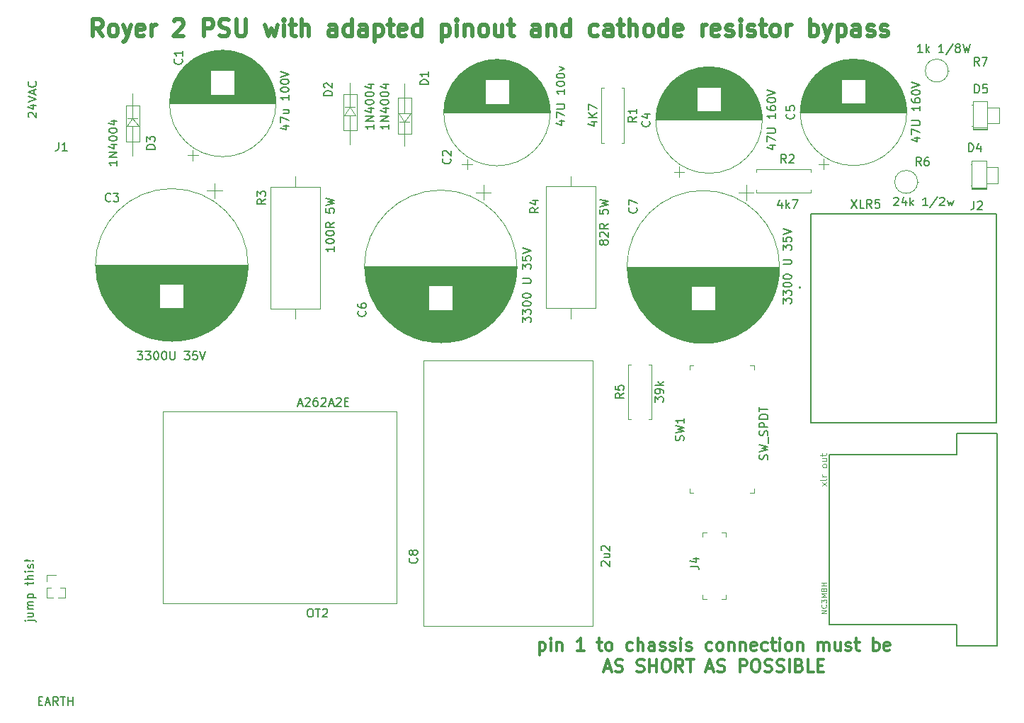
<source format=gbr>
G04 #@! TF.GenerationSoftware,KiCad,Pcbnew,(5.1.5)-3*
G04 #@! TF.CreationDate,2021-07-13T11:34:20-04:00*
G04 #@! TF.ProjectId,royerPSU,726f7965-7250-4535-952e-6b696361645f,rev?*
G04 #@! TF.SameCoordinates,Original*
G04 #@! TF.FileFunction,Legend,Top*
G04 #@! TF.FilePolarity,Positive*
%FSLAX46Y46*%
G04 Gerber Fmt 4.6, Leading zero omitted, Abs format (unit mm)*
G04 Created by KiCad (PCBNEW (5.1.5)-3) date 2021-07-13 11:34:20*
%MOMM*%
%LPD*%
G04 APERTURE LIST*
%ADD10C,0.500000*%
%ADD11C,0.300000*%
%ADD12C,0.120000*%
%ADD13C,0.203200*%
%ADD14C,0.127000*%
%ADD15C,0.200000*%
%ADD16C,0.100000*%
%ADD17C,0.150000*%
%ADD18C,0.015000*%
G04 APERTURE END LIST*
D10*
X77974266Y-59273961D02*
X77307600Y-58321580D01*
X76831409Y-59273961D02*
X76831409Y-57273961D01*
X77593314Y-57273961D01*
X77783790Y-57369200D01*
X77879028Y-57464438D01*
X77974266Y-57654914D01*
X77974266Y-57940628D01*
X77879028Y-58131104D01*
X77783790Y-58226342D01*
X77593314Y-58321580D01*
X76831409Y-58321580D01*
X79117123Y-59273961D02*
X78926647Y-59178723D01*
X78831409Y-59083485D01*
X78736171Y-58893009D01*
X78736171Y-58321580D01*
X78831409Y-58131104D01*
X78926647Y-58035866D01*
X79117123Y-57940628D01*
X79402838Y-57940628D01*
X79593314Y-58035866D01*
X79688552Y-58131104D01*
X79783790Y-58321580D01*
X79783790Y-58893009D01*
X79688552Y-59083485D01*
X79593314Y-59178723D01*
X79402838Y-59273961D01*
X79117123Y-59273961D01*
X80450457Y-57940628D02*
X80926647Y-59273961D01*
X81402838Y-57940628D02*
X80926647Y-59273961D01*
X80736171Y-59750152D01*
X80640933Y-59845390D01*
X80450457Y-59940628D01*
X82926647Y-59178723D02*
X82736171Y-59273961D01*
X82355219Y-59273961D01*
X82164742Y-59178723D01*
X82069504Y-58988247D01*
X82069504Y-58226342D01*
X82164742Y-58035866D01*
X82355219Y-57940628D01*
X82736171Y-57940628D01*
X82926647Y-58035866D01*
X83021885Y-58226342D01*
X83021885Y-58416819D01*
X82069504Y-58607295D01*
X83879028Y-59273961D02*
X83879028Y-57940628D01*
X83879028Y-58321580D02*
X83974266Y-58131104D01*
X84069504Y-58035866D01*
X84259980Y-57940628D01*
X84450457Y-57940628D01*
X86545695Y-57464438D02*
X86640933Y-57369200D01*
X86831409Y-57273961D01*
X87307600Y-57273961D01*
X87498076Y-57369200D01*
X87593314Y-57464438D01*
X87688552Y-57654914D01*
X87688552Y-57845390D01*
X87593314Y-58131104D01*
X86450457Y-59273961D01*
X87688552Y-59273961D01*
X90069504Y-59273961D02*
X90069504Y-57273961D01*
X90831409Y-57273961D01*
X91021885Y-57369200D01*
X91117123Y-57464438D01*
X91212361Y-57654914D01*
X91212361Y-57940628D01*
X91117123Y-58131104D01*
X91021885Y-58226342D01*
X90831409Y-58321580D01*
X90069504Y-58321580D01*
X91974266Y-59178723D02*
X92259980Y-59273961D01*
X92736171Y-59273961D01*
X92926647Y-59178723D01*
X93021885Y-59083485D01*
X93117123Y-58893009D01*
X93117123Y-58702533D01*
X93021885Y-58512057D01*
X92926647Y-58416819D01*
X92736171Y-58321580D01*
X92355219Y-58226342D01*
X92164742Y-58131104D01*
X92069504Y-58035866D01*
X91974266Y-57845390D01*
X91974266Y-57654914D01*
X92069504Y-57464438D01*
X92164742Y-57369200D01*
X92355219Y-57273961D01*
X92831409Y-57273961D01*
X93117123Y-57369200D01*
X93974266Y-57273961D02*
X93974266Y-58893009D01*
X94069504Y-59083485D01*
X94164742Y-59178723D01*
X94355219Y-59273961D01*
X94736171Y-59273961D01*
X94926647Y-59178723D01*
X95021885Y-59083485D01*
X95117123Y-58893009D01*
X95117123Y-57273961D01*
X97402838Y-57940628D02*
X97783790Y-59273961D01*
X98164742Y-58321580D01*
X98545695Y-59273961D01*
X98926647Y-57940628D01*
X99688552Y-59273961D02*
X99688552Y-57940628D01*
X99688552Y-57273961D02*
X99593314Y-57369200D01*
X99688552Y-57464438D01*
X99783790Y-57369200D01*
X99688552Y-57273961D01*
X99688552Y-57464438D01*
X100355219Y-57940628D02*
X101117123Y-57940628D01*
X100640933Y-57273961D02*
X100640933Y-58988247D01*
X100736171Y-59178723D01*
X100926647Y-59273961D01*
X101117123Y-59273961D01*
X101783790Y-59273961D02*
X101783790Y-57273961D01*
X102640933Y-59273961D02*
X102640933Y-58226342D01*
X102545695Y-58035866D01*
X102355219Y-57940628D01*
X102069504Y-57940628D01*
X101879028Y-58035866D01*
X101783790Y-58131104D01*
X105974266Y-59273961D02*
X105974266Y-58226342D01*
X105879028Y-58035866D01*
X105688552Y-57940628D01*
X105307599Y-57940628D01*
X105117123Y-58035866D01*
X105974266Y-59178723D02*
X105783790Y-59273961D01*
X105307599Y-59273961D01*
X105117123Y-59178723D01*
X105021885Y-58988247D01*
X105021885Y-58797771D01*
X105117123Y-58607295D01*
X105307599Y-58512057D01*
X105783790Y-58512057D01*
X105974266Y-58416819D01*
X107783790Y-59273961D02*
X107783790Y-57273961D01*
X107783790Y-59178723D02*
X107593314Y-59273961D01*
X107212361Y-59273961D01*
X107021885Y-59178723D01*
X106926647Y-59083485D01*
X106831409Y-58893009D01*
X106831409Y-58321580D01*
X106926647Y-58131104D01*
X107021885Y-58035866D01*
X107212361Y-57940628D01*
X107593314Y-57940628D01*
X107783790Y-58035866D01*
X109593314Y-59273961D02*
X109593314Y-58226342D01*
X109498076Y-58035866D01*
X109307599Y-57940628D01*
X108926647Y-57940628D01*
X108736171Y-58035866D01*
X109593314Y-59178723D02*
X109402838Y-59273961D01*
X108926647Y-59273961D01*
X108736171Y-59178723D01*
X108640933Y-58988247D01*
X108640933Y-58797771D01*
X108736171Y-58607295D01*
X108926647Y-58512057D01*
X109402838Y-58512057D01*
X109593314Y-58416819D01*
X110545695Y-57940628D02*
X110545695Y-59940628D01*
X110545695Y-58035866D02*
X110736171Y-57940628D01*
X111117123Y-57940628D01*
X111307599Y-58035866D01*
X111402838Y-58131104D01*
X111498076Y-58321580D01*
X111498076Y-58893009D01*
X111402838Y-59083485D01*
X111307599Y-59178723D01*
X111117123Y-59273961D01*
X110736171Y-59273961D01*
X110545695Y-59178723D01*
X112069504Y-57940628D02*
X112831409Y-57940628D01*
X112355219Y-57273961D02*
X112355219Y-58988247D01*
X112450457Y-59178723D01*
X112640933Y-59273961D01*
X112831409Y-59273961D01*
X114259980Y-59178723D02*
X114069504Y-59273961D01*
X113688552Y-59273961D01*
X113498076Y-59178723D01*
X113402838Y-58988247D01*
X113402838Y-58226342D01*
X113498076Y-58035866D01*
X113688552Y-57940628D01*
X114069504Y-57940628D01*
X114259980Y-58035866D01*
X114355219Y-58226342D01*
X114355219Y-58416819D01*
X113402838Y-58607295D01*
X116069504Y-59273961D02*
X116069504Y-57273961D01*
X116069504Y-59178723D02*
X115879028Y-59273961D01*
X115498076Y-59273961D01*
X115307599Y-59178723D01*
X115212361Y-59083485D01*
X115117123Y-58893009D01*
X115117123Y-58321580D01*
X115212361Y-58131104D01*
X115307599Y-58035866D01*
X115498076Y-57940628D01*
X115879028Y-57940628D01*
X116069504Y-58035866D01*
X118545695Y-57940628D02*
X118545695Y-59940628D01*
X118545695Y-58035866D02*
X118736171Y-57940628D01*
X119117123Y-57940628D01*
X119307599Y-58035866D01*
X119402838Y-58131104D01*
X119498076Y-58321580D01*
X119498076Y-58893009D01*
X119402838Y-59083485D01*
X119307599Y-59178723D01*
X119117123Y-59273961D01*
X118736171Y-59273961D01*
X118545695Y-59178723D01*
X120355219Y-59273961D02*
X120355219Y-57940628D01*
X120355219Y-57273961D02*
X120259980Y-57369200D01*
X120355219Y-57464438D01*
X120450457Y-57369200D01*
X120355219Y-57273961D01*
X120355219Y-57464438D01*
X121307599Y-57940628D02*
X121307599Y-59273961D01*
X121307599Y-58131104D02*
X121402838Y-58035866D01*
X121593314Y-57940628D01*
X121879028Y-57940628D01*
X122069504Y-58035866D01*
X122164742Y-58226342D01*
X122164742Y-59273961D01*
X123402838Y-59273961D02*
X123212361Y-59178723D01*
X123117123Y-59083485D01*
X123021885Y-58893009D01*
X123021885Y-58321580D01*
X123117123Y-58131104D01*
X123212361Y-58035866D01*
X123402838Y-57940628D01*
X123688552Y-57940628D01*
X123879028Y-58035866D01*
X123974266Y-58131104D01*
X124069504Y-58321580D01*
X124069504Y-58893009D01*
X123974266Y-59083485D01*
X123879028Y-59178723D01*
X123688552Y-59273961D01*
X123402838Y-59273961D01*
X125783790Y-57940628D02*
X125783790Y-59273961D01*
X124926647Y-57940628D02*
X124926647Y-58988247D01*
X125021885Y-59178723D01*
X125212361Y-59273961D01*
X125498076Y-59273961D01*
X125688552Y-59178723D01*
X125783790Y-59083485D01*
X126450457Y-57940628D02*
X127212361Y-57940628D01*
X126736171Y-57273961D02*
X126736171Y-58988247D01*
X126831409Y-59178723D01*
X127021885Y-59273961D01*
X127212361Y-59273961D01*
X130259980Y-59273961D02*
X130259980Y-58226342D01*
X130164742Y-58035866D01*
X129974266Y-57940628D01*
X129593314Y-57940628D01*
X129402838Y-58035866D01*
X130259980Y-59178723D02*
X130069504Y-59273961D01*
X129593314Y-59273961D01*
X129402838Y-59178723D01*
X129307599Y-58988247D01*
X129307599Y-58797771D01*
X129402838Y-58607295D01*
X129593314Y-58512057D01*
X130069504Y-58512057D01*
X130259980Y-58416819D01*
X131212361Y-57940628D02*
X131212361Y-59273961D01*
X131212361Y-58131104D02*
X131307599Y-58035866D01*
X131498076Y-57940628D01*
X131783790Y-57940628D01*
X131974266Y-58035866D01*
X132069504Y-58226342D01*
X132069504Y-59273961D01*
X133879028Y-59273961D02*
X133879028Y-57273961D01*
X133879028Y-59178723D02*
X133688552Y-59273961D01*
X133307599Y-59273961D01*
X133117123Y-59178723D01*
X133021885Y-59083485D01*
X132926647Y-58893009D01*
X132926647Y-58321580D01*
X133021885Y-58131104D01*
X133117123Y-58035866D01*
X133307599Y-57940628D01*
X133688552Y-57940628D01*
X133879028Y-58035866D01*
X137212361Y-59178723D02*
X137021885Y-59273961D01*
X136640933Y-59273961D01*
X136450457Y-59178723D01*
X136355219Y-59083485D01*
X136259980Y-58893009D01*
X136259980Y-58321580D01*
X136355219Y-58131104D01*
X136450457Y-58035866D01*
X136640933Y-57940628D01*
X137021885Y-57940628D01*
X137212361Y-58035866D01*
X138926647Y-59273961D02*
X138926647Y-58226342D01*
X138831409Y-58035866D01*
X138640933Y-57940628D01*
X138259980Y-57940628D01*
X138069504Y-58035866D01*
X138926647Y-59178723D02*
X138736171Y-59273961D01*
X138259980Y-59273961D01*
X138069504Y-59178723D01*
X137974266Y-58988247D01*
X137974266Y-58797771D01*
X138069504Y-58607295D01*
X138259980Y-58512057D01*
X138736171Y-58512057D01*
X138926647Y-58416819D01*
X139593314Y-57940628D02*
X140355219Y-57940628D01*
X139879028Y-57273961D02*
X139879028Y-58988247D01*
X139974266Y-59178723D01*
X140164742Y-59273961D01*
X140355219Y-59273961D01*
X141021885Y-59273961D02*
X141021885Y-57273961D01*
X141879028Y-59273961D02*
X141879028Y-58226342D01*
X141783790Y-58035866D01*
X141593314Y-57940628D01*
X141307599Y-57940628D01*
X141117123Y-58035866D01*
X141021885Y-58131104D01*
X143117123Y-59273961D02*
X142926647Y-59178723D01*
X142831409Y-59083485D01*
X142736171Y-58893009D01*
X142736171Y-58321580D01*
X142831409Y-58131104D01*
X142926647Y-58035866D01*
X143117123Y-57940628D01*
X143402838Y-57940628D01*
X143593314Y-58035866D01*
X143688552Y-58131104D01*
X143783790Y-58321580D01*
X143783790Y-58893009D01*
X143688552Y-59083485D01*
X143593314Y-59178723D01*
X143402838Y-59273961D01*
X143117123Y-59273961D01*
X145498076Y-59273961D02*
X145498076Y-57273961D01*
X145498076Y-59178723D02*
X145307599Y-59273961D01*
X144926647Y-59273961D01*
X144736171Y-59178723D01*
X144640933Y-59083485D01*
X144545695Y-58893009D01*
X144545695Y-58321580D01*
X144640933Y-58131104D01*
X144736171Y-58035866D01*
X144926647Y-57940628D01*
X145307599Y-57940628D01*
X145498076Y-58035866D01*
X147212361Y-59178723D02*
X147021885Y-59273961D01*
X146640933Y-59273961D01*
X146450457Y-59178723D01*
X146355219Y-58988247D01*
X146355219Y-58226342D01*
X146450457Y-58035866D01*
X146640933Y-57940628D01*
X147021885Y-57940628D01*
X147212361Y-58035866D01*
X147307599Y-58226342D01*
X147307599Y-58416819D01*
X146355219Y-58607295D01*
X149688552Y-59273961D02*
X149688552Y-57940628D01*
X149688552Y-58321580D02*
X149783790Y-58131104D01*
X149879028Y-58035866D01*
X150069504Y-57940628D01*
X150259980Y-57940628D01*
X151688552Y-59178723D02*
X151498076Y-59273961D01*
X151117123Y-59273961D01*
X150926647Y-59178723D01*
X150831409Y-58988247D01*
X150831409Y-58226342D01*
X150926647Y-58035866D01*
X151117123Y-57940628D01*
X151498076Y-57940628D01*
X151688552Y-58035866D01*
X151783790Y-58226342D01*
X151783790Y-58416819D01*
X150831409Y-58607295D01*
X152545695Y-59178723D02*
X152736171Y-59273961D01*
X153117123Y-59273961D01*
X153307599Y-59178723D01*
X153402838Y-58988247D01*
X153402838Y-58893009D01*
X153307599Y-58702533D01*
X153117123Y-58607295D01*
X152831409Y-58607295D01*
X152640933Y-58512057D01*
X152545695Y-58321580D01*
X152545695Y-58226342D01*
X152640933Y-58035866D01*
X152831409Y-57940628D01*
X153117123Y-57940628D01*
X153307599Y-58035866D01*
X154259980Y-59273961D02*
X154259980Y-57940628D01*
X154259980Y-57273961D02*
X154164742Y-57369200D01*
X154259980Y-57464438D01*
X154355219Y-57369200D01*
X154259980Y-57273961D01*
X154259980Y-57464438D01*
X155117123Y-59178723D02*
X155307599Y-59273961D01*
X155688552Y-59273961D01*
X155879028Y-59178723D01*
X155974266Y-58988247D01*
X155974266Y-58893009D01*
X155879028Y-58702533D01*
X155688552Y-58607295D01*
X155402838Y-58607295D01*
X155212361Y-58512057D01*
X155117123Y-58321580D01*
X155117123Y-58226342D01*
X155212361Y-58035866D01*
X155402838Y-57940628D01*
X155688552Y-57940628D01*
X155879028Y-58035866D01*
X156545695Y-57940628D02*
X157307599Y-57940628D01*
X156831409Y-57273961D02*
X156831409Y-58988247D01*
X156926647Y-59178723D01*
X157117123Y-59273961D01*
X157307599Y-59273961D01*
X158259980Y-59273961D02*
X158069504Y-59178723D01*
X157974266Y-59083485D01*
X157879028Y-58893009D01*
X157879028Y-58321580D01*
X157974266Y-58131104D01*
X158069504Y-58035866D01*
X158259980Y-57940628D01*
X158545695Y-57940628D01*
X158736171Y-58035866D01*
X158831409Y-58131104D01*
X158926647Y-58321580D01*
X158926647Y-58893009D01*
X158831409Y-59083485D01*
X158736171Y-59178723D01*
X158545695Y-59273961D01*
X158259980Y-59273961D01*
X159783790Y-59273961D02*
X159783790Y-57940628D01*
X159783790Y-58321580D02*
X159879028Y-58131104D01*
X159974266Y-58035866D01*
X160164742Y-57940628D01*
X160355219Y-57940628D01*
X162545695Y-59273961D02*
X162545695Y-57273961D01*
X162545695Y-58035866D02*
X162736171Y-57940628D01*
X163117123Y-57940628D01*
X163307599Y-58035866D01*
X163402838Y-58131104D01*
X163498076Y-58321580D01*
X163498076Y-58893009D01*
X163402838Y-59083485D01*
X163307599Y-59178723D01*
X163117123Y-59273961D01*
X162736171Y-59273961D01*
X162545695Y-59178723D01*
X164164742Y-57940628D02*
X164640933Y-59273961D01*
X165117123Y-57940628D02*
X164640933Y-59273961D01*
X164450457Y-59750152D01*
X164355219Y-59845390D01*
X164164742Y-59940628D01*
X165879028Y-57940628D02*
X165879028Y-59940628D01*
X165879028Y-58035866D02*
X166069504Y-57940628D01*
X166450457Y-57940628D01*
X166640933Y-58035866D01*
X166736171Y-58131104D01*
X166831409Y-58321580D01*
X166831409Y-58893009D01*
X166736171Y-59083485D01*
X166640933Y-59178723D01*
X166450457Y-59273961D01*
X166069504Y-59273961D01*
X165879028Y-59178723D01*
X168545695Y-59273961D02*
X168545695Y-58226342D01*
X168450457Y-58035866D01*
X168259980Y-57940628D01*
X167879028Y-57940628D01*
X167688552Y-58035866D01*
X168545695Y-59178723D02*
X168355219Y-59273961D01*
X167879028Y-59273961D01*
X167688552Y-59178723D01*
X167593314Y-58988247D01*
X167593314Y-58797771D01*
X167688552Y-58607295D01*
X167879028Y-58512057D01*
X168355219Y-58512057D01*
X168545695Y-58416819D01*
X169402838Y-59178723D02*
X169593314Y-59273961D01*
X169974266Y-59273961D01*
X170164742Y-59178723D01*
X170259980Y-58988247D01*
X170259980Y-58893009D01*
X170164742Y-58702533D01*
X169974266Y-58607295D01*
X169688552Y-58607295D01*
X169498076Y-58512057D01*
X169402838Y-58321580D01*
X169402838Y-58226342D01*
X169498076Y-58035866D01*
X169688552Y-57940628D01*
X169974266Y-57940628D01*
X170164742Y-58035866D01*
X171021885Y-59178723D02*
X171212361Y-59273961D01*
X171593314Y-59273961D01*
X171783790Y-59178723D01*
X171879028Y-58988247D01*
X171879028Y-58893009D01*
X171783790Y-58702533D01*
X171593314Y-58607295D01*
X171307599Y-58607295D01*
X171117123Y-58512057D01*
X171021885Y-58321580D01*
X171021885Y-58226342D01*
X171117123Y-58035866D01*
X171307599Y-57940628D01*
X171593314Y-57940628D01*
X171783790Y-58035866D01*
D11*
X130201428Y-131753571D02*
X130201428Y-133253571D01*
X130201428Y-131825000D02*
X130344285Y-131753571D01*
X130629999Y-131753571D01*
X130772857Y-131825000D01*
X130844285Y-131896428D01*
X130915714Y-132039285D01*
X130915714Y-132467857D01*
X130844285Y-132610714D01*
X130772857Y-132682142D01*
X130629999Y-132753571D01*
X130344285Y-132753571D01*
X130201428Y-132682142D01*
X131558571Y-132753571D02*
X131558571Y-131753571D01*
X131558571Y-131253571D02*
X131487142Y-131325000D01*
X131558571Y-131396428D01*
X131629999Y-131325000D01*
X131558571Y-131253571D01*
X131558571Y-131396428D01*
X132272857Y-131753571D02*
X132272857Y-132753571D01*
X132272857Y-131896428D02*
X132344285Y-131825000D01*
X132487142Y-131753571D01*
X132701428Y-131753571D01*
X132844285Y-131825000D01*
X132915714Y-131967857D01*
X132915714Y-132753571D01*
X135558571Y-132753571D02*
X134701428Y-132753571D01*
X135130000Y-132753571D02*
X135130000Y-131253571D01*
X134987142Y-131467857D01*
X134844285Y-131610714D01*
X134701428Y-131682142D01*
X137130000Y-131753571D02*
X137701428Y-131753571D01*
X137344285Y-131253571D02*
X137344285Y-132539285D01*
X137415714Y-132682142D01*
X137558571Y-132753571D01*
X137701428Y-132753571D01*
X138415714Y-132753571D02*
X138272857Y-132682142D01*
X138201428Y-132610714D01*
X138130000Y-132467857D01*
X138130000Y-132039285D01*
X138201428Y-131896428D01*
X138272857Y-131825000D01*
X138415714Y-131753571D01*
X138630000Y-131753571D01*
X138772857Y-131825000D01*
X138844285Y-131896428D01*
X138915714Y-132039285D01*
X138915714Y-132467857D01*
X138844285Y-132610714D01*
X138772857Y-132682142D01*
X138630000Y-132753571D01*
X138415714Y-132753571D01*
X141344285Y-132682142D02*
X141201428Y-132753571D01*
X140915714Y-132753571D01*
X140772857Y-132682142D01*
X140701428Y-132610714D01*
X140630000Y-132467857D01*
X140630000Y-132039285D01*
X140701428Y-131896428D01*
X140772857Y-131825000D01*
X140915714Y-131753571D01*
X141201428Y-131753571D01*
X141344285Y-131825000D01*
X141987142Y-132753571D02*
X141987142Y-131253571D01*
X142630000Y-132753571D02*
X142630000Y-131967857D01*
X142558571Y-131825000D01*
X142415714Y-131753571D01*
X142201428Y-131753571D01*
X142058571Y-131825000D01*
X141987142Y-131896428D01*
X143987142Y-132753571D02*
X143987142Y-131967857D01*
X143915714Y-131825000D01*
X143772857Y-131753571D01*
X143487142Y-131753571D01*
X143344285Y-131825000D01*
X143987142Y-132682142D02*
X143844285Y-132753571D01*
X143487142Y-132753571D01*
X143344285Y-132682142D01*
X143272857Y-132539285D01*
X143272857Y-132396428D01*
X143344285Y-132253571D01*
X143487142Y-132182142D01*
X143844285Y-132182142D01*
X143987142Y-132110714D01*
X144630000Y-132682142D02*
X144772857Y-132753571D01*
X145058571Y-132753571D01*
X145201428Y-132682142D01*
X145272857Y-132539285D01*
X145272857Y-132467857D01*
X145201428Y-132325000D01*
X145058571Y-132253571D01*
X144844285Y-132253571D01*
X144701428Y-132182142D01*
X144630000Y-132039285D01*
X144630000Y-131967857D01*
X144701428Y-131825000D01*
X144844285Y-131753571D01*
X145058571Y-131753571D01*
X145201428Y-131825000D01*
X145844285Y-132682142D02*
X145987142Y-132753571D01*
X146272857Y-132753571D01*
X146415714Y-132682142D01*
X146487142Y-132539285D01*
X146487142Y-132467857D01*
X146415714Y-132325000D01*
X146272857Y-132253571D01*
X146058571Y-132253571D01*
X145915714Y-132182142D01*
X145844285Y-132039285D01*
X145844285Y-131967857D01*
X145915714Y-131825000D01*
X146058571Y-131753571D01*
X146272857Y-131753571D01*
X146415714Y-131825000D01*
X147130000Y-132753571D02*
X147130000Y-131753571D01*
X147130000Y-131253571D02*
X147058571Y-131325000D01*
X147130000Y-131396428D01*
X147201428Y-131325000D01*
X147130000Y-131253571D01*
X147130000Y-131396428D01*
X147772857Y-132682142D02*
X147915714Y-132753571D01*
X148201428Y-132753571D01*
X148344285Y-132682142D01*
X148415714Y-132539285D01*
X148415714Y-132467857D01*
X148344285Y-132325000D01*
X148201428Y-132253571D01*
X147987142Y-132253571D01*
X147844285Y-132182142D01*
X147772857Y-132039285D01*
X147772857Y-131967857D01*
X147844285Y-131825000D01*
X147987142Y-131753571D01*
X148201428Y-131753571D01*
X148344285Y-131825000D01*
X150844285Y-132682142D02*
X150701428Y-132753571D01*
X150415714Y-132753571D01*
X150272857Y-132682142D01*
X150201428Y-132610714D01*
X150129999Y-132467857D01*
X150129999Y-132039285D01*
X150201428Y-131896428D01*
X150272857Y-131825000D01*
X150415714Y-131753571D01*
X150701428Y-131753571D01*
X150844285Y-131825000D01*
X151701428Y-132753571D02*
X151558571Y-132682142D01*
X151487142Y-132610714D01*
X151415714Y-132467857D01*
X151415714Y-132039285D01*
X151487142Y-131896428D01*
X151558571Y-131825000D01*
X151701428Y-131753571D01*
X151915714Y-131753571D01*
X152058571Y-131825000D01*
X152129999Y-131896428D01*
X152201428Y-132039285D01*
X152201428Y-132467857D01*
X152129999Y-132610714D01*
X152058571Y-132682142D01*
X151915714Y-132753571D01*
X151701428Y-132753571D01*
X152844285Y-131753571D02*
X152844285Y-132753571D01*
X152844285Y-131896428D02*
X152915714Y-131825000D01*
X153058571Y-131753571D01*
X153272857Y-131753571D01*
X153415714Y-131825000D01*
X153487142Y-131967857D01*
X153487142Y-132753571D01*
X154201428Y-131753571D02*
X154201428Y-132753571D01*
X154201428Y-131896428D02*
X154272857Y-131825000D01*
X154415714Y-131753571D01*
X154630000Y-131753571D01*
X154772857Y-131825000D01*
X154844285Y-131967857D01*
X154844285Y-132753571D01*
X156130000Y-132682142D02*
X155987142Y-132753571D01*
X155701428Y-132753571D01*
X155558571Y-132682142D01*
X155487142Y-132539285D01*
X155487142Y-131967857D01*
X155558571Y-131825000D01*
X155701428Y-131753571D01*
X155987142Y-131753571D01*
X156130000Y-131825000D01*
X156201428Y-131967857D01*
X156201428Y-132110714D01*
X155487142Y-132253571D01*
X157487142Y-132682142D02*
X157344285Y-132753571D01*
X157058571Y-132753571D01*
X156915714Y-132682142D01*
X156844285Y-132610714D01*
X156772857Y-132467857D01*
X156772857Y-132039285D01*
X156844285Y-131896428D01*
X156915714Y-131825000D01*
X157058571Y-131753571D01*
X157344285Y-131753571D01*
X157487142Y-131825000D01*
X157915714Y-131753571D02*
X158487142Y-131753571D01*
X158130000Y-131253571D02*
X158130000Y-132539285D01*
X158201428Y-132682142D01*
X158344285Y-132753571D01*
X158487142Y-132753571D01*
X158987142Y-132753571D02*
X158987142Y-131753571D01*
X158987142Y-131253571D02*
X158915714Y-131325000D01*
X158987142Y-131396428D01*
X159058571Y-131325000D01*
X158987142Y-131253571D01*
X158987142Y-131396428D01*
X159915714Y-132753571D02*
X159772857Y-132682142D01*
X159701428Y-132610714D01*
X159630000Y-132467857D01*
X159630000Y-132039285D01*
X159701428Y-131896428D01*
X159772857Y-131825000D01*
X159915714Y-131753571D01*
X160130000Y-131753571D01*
X160272857Y-131825000D01*
X160344285Y-131896428D01*
X160415714Y-132039285D01*
X160415714Y-132467857D01*
X160344285Y-132610714D01*
X160272857Y-132682142D01*
X160130000Y-132753571D01*
X159915714Y-132753571D01*
X161058571Y-131753571D02*
X161058571Y-132753571D01*
X161058571Y-131896428D02*
X161130000Y-131825000D01*
X161272857Y-131753571D01*
X161487142Y-131753571D01*
X161630000Y-131825000D01*
X161701428Y-131967857D01*
X161701428Y-132753571D01*
X163558571Y-132753571D02*
X163558571Y-131753571D01*
X163558571Y-131896428D02*
X163630000Y-131825000D01*
X163772857Y-131753571D01*
X163987142Y-131753571D01*
X164130000Y-131825000D01*
X164201428Y-131967857D01*
X164201428Y-132753571D01*
X164201428Y-131967857D02*
X164272857Y-131825000D01*
X164415714Y-131753571D01*
X164630000Y-131753571D01*
X164772857Y-131825000D01*
X164844285Y-131967857D01*
X164844285Y-132753571D01*
X166201428Y-131753571D02*
X166201428Y-132753571D01*
X165558571Y-131753571D02*
X165558571Y-132539285D01*
X165630000Y-132682142D01*
X165772857Y-132753571D01*
X165987142Y-132753571D01*
X166130000Y-132682142D01*
X166201428Y-132610714D01*
X166844285Y-132682142D02*
X166987142Y-132753571D01*
X167272857Y-132753571D01*
X167415714Y-132682142D01*
X167487142Y-132539285D01*
X167487142Y-132467857D01*
X167415714Y-132325000D01*
X167272857Y-132253571D01*
X167058571Y-132253571D01*
X166915714Y-132182142D01*
X166844285Y-132039285D01*
X166844285Y-131967857D01*
X166915714Y-131825000D01*
X167058571Y-131753571D01*
X167272857Y-131753571D01*
X167415714Y-131825000D01*
X167915714Y-131753571D02*
X168487142Y-131753571D01*
X168130000Y-131253571D02*
X168130000Y-132539285D01*
X168201428Y-132682142D01*
X168344285Y-132753571D01*
X168487142Y-132753571D01*
X170130000Y-132753571D02*
X170130000Y-131253571D01*
X170130000Y-131825000D02*
X170272857Y-131753571D01*
X170558571Y-131753571D01*
X170701428Y-131825000D01*
X170772857Y-131896428D01*
X170844285Y-132039285D01*
X170844285Y-132467857D01*
X170772857Y-132610714D01*
X170701428Y-132682142D01*
X170558571Y-132753571D01*
X170272857Y-132753571D01*
X170130000Y-132682142D01*
X172058571Y-132682142D02*
X171915714Y-132753571D01*
X171630000Y-132753571D01*
X171487142Y-132682142D01*
X171415714Y-132539285D01*
X171415714Y-131967857D01*
X171487142Y-131825000D01*
X171630000Y-131753571D01*
X171915714Y-131753571D01*
X172058571Y-131825000D01*
X172130000Y-131967857D01*
X172130000Y-132110714D01*
X171415714Y-132253571D01*
X138022857Y-134875000D02*
X138737142Y-134875000D01*
X137880000Y-135303571D02*
X138380000Y-133803571D01*
X138880000Y-135303571D01*
X139308571Y-135232142D02*
X139522857Y-135303571D01*
X139880000Y-135303571D01*
X140022857Y-135232142D01*
X140094285Y-135160714D01*
X140165714Y-135017857D01*
X140165714Y-134875000D01*
X140094285Y-134732142D01*
X140022857Y-134660714D01*
X139880000Y-134589285D01*
X139594285Y-134517857D01*
X139451428Y-134446428D01*
X139380000Y-134375000D01*
X139308571Y-134232142D01*
X139308571Y-134089285D01*
X139380000Y-133946428D01*
X139451428Y-133875000D01*
X139594285Y-133803571D01*
X139951428Y-133803571D01*
X140165714Y-133875000D01*
X141880000Y-135232142D02*
X142094285Y-135303571D01*
X142451428Y-135303571D01*
X142594285Y-135232142D01*
X142665714Y-135160714D01*
X142737142Y-135017857D01*
X142737142Y-134875000D01*
X142665714Y-134732142D01*
X142594285Y-134660714D01*
X142451428Y-134589285D01*
X142165714Y-134517857D01*
X142022857Y-134446428D01*
X141951428Y-134375000D01*
X141880000Y-134232142D01*
X141880000Y-134089285D01*
X141951428Y-133946428D01*
X142022857Y-133875000D01*
X142165714Y-133803571D01*
X142522857Y-133803571D01*
X142737142Y-133875000D01*
X143380000Y-135303571D02*
X143380000Y-133803571D01*
X143380000Y-134517857D02*
X144237142Y-134517857D01*
X144237142Y-135303571D02*
X144237142Y-133803571D01*
X145237142Y-133803571D02*
X145522857Y-133803571D01*
X145665714Y-133875000D01*
X145808571Y-134017857D01*
X145880000Y-134303571D01*
X145880000Y-134803571D01*
X145808571Y-135089285D01*
X145665714Y-135232142D01*
X145522857Y-135303571D01*
X145237142Y-135303571D01*
X145094285Y-135232142D01*
X144951428Y-135089285D01*
X144880000Y-134803571D01*
X144880000Y-134303571D01*
X144951428Y-134017857D01*
X145094285Y-133875000D01*
X145237142Y-133803571D01*
X147380000Y-135303571D02*
X146880000Y-134589285D01*
X146522857Y-135303571D02*
X146522857Y-133803571D01*
X147094285Y-133803571D01*
X147237142Y-133875000D01*
X147308571Y-133946428D01*
X147380000Y-134089285D01*
X147380000Y-134303571D01*
X147308571Y-134446428D01*
X147237142Y-134517857D01*
X147094285Y-134589285D01*
X146522857Y-134589285D01*
X147808571Y-133803571D02*
X148665714Y-133803571D01*
X148237142Y-135303571D02*
X148237142Y-133803571D01*
X150237142Y-134875000D02*
X150951428Y-134875000D01*
X150094285Y-135303571D02*
X150594285Y-133803571D01*
X151094285Y-135303571D01*
X151522857Y-135232142D02*
X151737142Y-135303571D01*
X152094285Y-135303571D01*
X152237142Y-135232142D01*
X152308571Y-135160714D01*
X152380000Y-135017857D01*
X152380000Y-134875000D01*
X152308571Y-134732142D01*
X152237142Y-134660714D01*
X152094285Y-134589285D01*
X151808571Y-134517857D01*
X151665714Y-134446428D01*
X151594285Y-134375000D01*
X151522857Y-134232142D01*
X151522857Y-134089285D01*
X151594285Y-133946428D01*
X151665714Y-133875000D01*
X151808571Y-133803571D01*
X152165714Y-133803571D01*
X152380000Y-133875000D01*
X154165714Y-135303571D02*
X154165714Y-133803571D01*
X154737142Y-133803571D01*
X154880000Y-133875000D01*
X154951428Y-133946428D01*
X155022857Y-134089285D01*
X155022857Y-134303571D01*
X154951428Y-134446428D01*
X154880000Y-134517857D01*
X154737142Y-134589285D01*
X154165714Y-134589285D01*
X155951428Y-133803571D02*
X156237142Y-133803571D01*
X156380000Y-133875000D01*
X156522857Y-134017857D01*
X156594285Y-134303571D01*
X156594285Y-134803571D01*
X156522857Y-135089285D01*
X156380000Y-135232142D01*
X156237142Y-135303571D01*
X155951428Y-135303571D01*
X155808571Y-135232142D01*
X155665714Y-135089285D01*
X155594285Y-134803571D01*
X155594285Y-134303571D01*
X155665714Y-134017857D01*
X155808571Y-133875000D01*
X155951428Y-133803571D01*
X157165714Y-135232142D02*
X157380000Y-135303571D01*
X157737142Y-135303571D01*
X157880000Y-135232142D01*
X157951428Y-135160714D01*
X158022857Y-135017857D01*
X158022857Y-134875000D01*
X157951428Y-134732142D01*
X157880000Y-134660714D01*
X157737142Y-134589285D01*
X157451428Y-134517857D01*
X157308571Y-134446428D01*
X157237142Y-134375000D01*
X157165714Y-134232142D01*
X157165714Y-134089285D01*
X157237142Y-133946428D01*
X157308571Y-133875000D01*
X157451428Y-133803571D01*
X157808571Y-133803571D01*
X158022857Y-133875000D01*
X158594285Y-135232142D02*
X158808571Y-135303571D01*
X159165714Y-135303571D01*
X159308571Y-135232142D01*
X159380000Y-135160714D01*
X159451428Y-135017857D01*
X159451428Y-134875000D01*
X159380000Y-134732142D01*
X159308571Y-134660714D01*
X159165714Y-134589285D01*
X158880000Y-134517857D01*
X158737142Y-134446428D01*
X158665714Y-134375000D01*
X158594285Y-134232142D01*
X158594285Y-134089285D01*
X158665714Y-133946428D01*
X158737142Y-133875000D01*
X158880000Y-133803571D01*
X159237142Y-133803571D01*
X159451428Y-133875000D01*
X160094285Y-135303571D02*
X160094285Y-133803571D01*
X161308571Y-134517857D02*
X161522857Y-134589285D01*
X161594285Y-134660714D01*
X161665714Y-134803571D01*
X161665714Y-135017857D01*
X161594285Y-135160714D01*
X161522857Y-135232142D01*
X161380000Y-135303571D01*
X160808571Y-135303571D01*
X160808571Y-133803571D01*
X161308571Y-133803571D01*
X161451428Y-133875000D01*
X161522857Y-133946428D01*
X161594285Y-134089285D01*
X161594285Y-134232142D01*
X161522857Y-134375000D01*
X161451428Y-134446428D01*
X161308571Y-134517857D01*
X160808571Y-134517857D01*
X163022857Y-135303571D02*
X162308571Y-135303571D01*
X162308571Y-133803571D01*
X163522857Y-134517857D02*
X164022857Y-134517857D01*
X164237142Y-135303571D02*
X163522857Y-135303571D01*
X163522857Y-133803571D01*
X164237142Y-133803571D01*
D12*
X175436200Y-76708000D02*
X175506200Y-76708000D01*
X175436200Y-76708000D02*
G75*
G03X175436200Y-76708000I-1370000J0D01*
G01*
X179093800Y-63398400D02*
X179163800Y-63398400D01*
X179093800Y-63398400D02*
G75*
G03X179093800Y-63398400I-1370000J0D01*
G01*
X71280000Y-123700000D02*
X72390000Y-123700000D01*
X71280000Y-124460000D02*
X71280000Y-123700000D01*
X72953471Y-125220000D02*
X73500000Y-125220000D01*
X71280000Y-125220000D02*
X71826529Y-125220000D01*
X73500000Y-125220000D02*
X73500000Y-126425000D01*
X71280000Y-125220000D02*
X71280000Y-126425000D01*
X72697530Y-126425000D02*
X73500000Y-126425000D01*
X71280000Y-126425000D02*
X72082470Y-126425000D01*
D13*
X180136800Y-106807000D02*
X184899300Y-106807000D01*
X180136800Y-109347000D02*
X180136800Y-106807000D01*
X164896800Y-109347000D02*
X180136800Y-109347000D01*
X164896800Y-129667000D02*
X164896800Y-109347000D01*
X180136800Y-129667000D02*
X164896800Y-129667000D01*
X180136800Y-132207000D02*
X180136800Y-129667000D01*
X184899300Y-132207000D02*
X180136800Y-132207000D01*
X184899300Y-106807000D02*
X184899300Y-132207000D01*
D14*
X162643400Y-80489400D02*
X184843400Y-80489400D01*
X162643400Y-105489400D02*
X162643400Y-80489400D01*
X184843400Y-105489400D02*
X162643400Y-105489400D01*
X184843400Y-80489400D02*
X184843400Y-105489400D01*
D15*
X161443400Y-89329400D02*
G75*
G03X161443400Y-89329400I-100000J0D01*
G01*
D12*
X85166200Y-127120800D02*
X85166200Y-104120800D01*
X113106200Y-127120800D02*
X85166200Y-127120800D01*
X113106200Y-104120800D02*
X113106200Y-127120800D01*
X113106200Y-104120800D02*
X85166200Y-104120800D01*
X88154400Y-73516682D02*
X89404400Y-73516682D01*
X88779400Y-74141682D02*
X88779400Y-72891682D01*
X92037400Y-60963600D02*
X92671400Y-60963600D01*
X91597400Y-61003600D02*
X93111400Y-61003600D01*
X91326400Y-61043600D02*
X93382400Y-61043600D01*
X91113400Y-61083600D02*
X93595400Y-61083600D01*
X90932400Y-61123600D02*
X93776400Y-61123600D01*
X90771400Y-61163600D02*
X93937400Y-61163600D01*
X90626400Y-61203600D02*
X94082400Y-61203600D01*
X90493400Y-61243600D02*
X94215400Y-61243600D01*
X90370400Y-61283600D02*
X94338400Y-61283600D01*
X90254400Y-61323600D02*
X94454400Y-61323600D01*
X90145400Y-61363600D02*
X94563400Y-61363600D01*
X90042400Y-61403600D02*
X94666400Y-61403600D01*
X89944400Y-61443600D02*
X94764400Y-61443600D01*
X89850400Y-61483600D02*
X94858400Y-61483600D01*
X89760400Y-61523600D02*
X94948400Y-61523600D01*
X89673400Y-61563600D02*
X95035400Y-61563600D01*
X89590400Y-61603600D02*
X95118400Y-61603600D01*
X89510400Y-61643600D02*
X95198400Y-61643600D01*
X89433400Y-61683600D02*
X95275400Y-61683600D01*
X89358400Y-61723600D02*
X95350400Y-61723600D01*
X89285400Y-61763600D02*
X95423400Y-61763600D01*
X89214400Y-61803600D02*
X95494400Y-61803600D01*
X89146400Y-61843600D02*
X95562400Y-61843600D01*
X89079400Y-61883600D02*
X95629400Y-61883600D01*
X89015400Y-61923600D02*
X95693400Y-61923600D01*
X88952400Y-61963600D02*
X95756400Y-61963600D01*
X88890400Y-62003600D02*
X95818400Y-62003600D01*
X88830400Y-62043600D02*
X95878400Y-62043600D01*
X88771400Y-62083600D02*
X95937400Y-62083600D01*
X88714400Y-62123600D02*
X95994400Y-62123600D01*
X88658400Y-62163600D02*
X96050400Y-62163600D01*
X88604400Y-62203600D02*
X96104400Y-62203600D01*
X88550400Y-62243600D02*
X96158400Y-62243600D01*
X88498400Y-62283600D02*
X96210400Y-62283600D01*
X88447400Y-62323600D02*
X96261400Y-62323600D01*
X88397400Y-62363600D02*
X96311400Y-62363600D01*
X88347400Y-62403600D02*
X96361400Y-62403600D01*
X88299400Y-62443600D02*
X96409400Y-62443600D01*
X88252400Y-62483600D02*
X96456400Y-62483600D01*
X88206400Y-62523600D02*
X96502400Y-62523600D01*
X88160400Y-62563600D02*
X96548400Y-62563600D01*
X88116400Y-62603600D02*
X96592400Y-62603600D01*
X88072400Y-62643600D02*
X96636400Y-62643600D01*
X88029400Y-62683600D02*
X96679400Y-62683600D01*
X87987400Y-62723600D02*
X96721400Y-62723600D01*
X87946400Y-62763600D02*
X96762400Y-62763600D01*
X87905400Y-62803600D02*
X96803400Y-62803600D01*
X87865400Y-62843600D02*
X96843400Y-62843600D01*
X87826400Y-62883600D02*
X96882400Y-62883600D01*
X87787400Y-62923600D02*
X96921400Y-62923600D01*
X87749400Y-62963600D02*
X96959400Y-62963600D01*
X87712400Y-63003600D02*
X96996400Y-63003600D01*
X87676400Y-63043600D02*
X97032400Y-63043600D01*
X87640400Y-63083600D02*
X97068400Y-63083600D01*
X87604400Y-63123600D02*
X97104400Y-63123600D01*
X87569400Y-63163600D02*
X97139400Y-63163600D01*
X87535400Y-63203600D02*
X97173400Y-63203600D01*
X87502400Y-63243600D02*
X97206400Y-63243600D01*
X87469400Y-63283600D02*
X97239400Y-63283600D01*
X87436400Y-63323600D02*
X97272400Y-63323600D01*
X87404400Y-63363600D02*
X97304400Y-63363600D01*
X93794400Y-63403600D02*
X97336400Y-63403600D01*
X87372400Y-63403600D02*
X90914400Y-63403600D01*
X93794400Y-63443600D02*
X97366400Y-63443600D01*
X87342400Y-63443600D02*
X90914400Y-63443600D01*
X93794400Y-63483600D02*
X97397400Y-63483600D01*
X87311400Y-63483600D02*
X90914400Y-63483600D01*
X93794400Y-63523600D02*
X97427400Y-63523600D01*
X87281400Y-63523600D02*
X90914400Y-63523600D01*
X93794400Y-63563600D02*
X97456400Y-63563600D01*
X87252400Y-63563600D02*
X90914400Y-63563600D01*
X93794400Y-63603600D02*
X97485400Y-63603600D01*
X87223400Y-63603600D02*
X90914400Y-63603600D01*
X93794400Y-63643600D02*
X97514400Y-63643600D01*
X87194400Y-63643600D02*
X90914400Y-63643600D01*
X93794400Y-63683600D02*
X97542400Y-63683600D01*
X87166400Y-63683600D02*
X90914400Y-63683600D01*
X93794400Y-63723600D02*
X97570400Y-63723600D01*
X87138400Y-63723600D02*
X90914400Y-63723600D01*
X93794400Y-63763600D02*
X97597400Y-63763600D01*
X87111400Y-63763600D02*
X90914400Y-63763600D01*
X93794400Y-63803600D02*
X97624400Y-63803600D01*
X87084400Y-63803600D02*
X90914400Y-63803600D01*
X93794400Y-63843600D02*
X97650400Y-63843600D01*
X87058400Y-63843600D02*
X90914400Y-63843600D01*
X93794400Y-63883600D02*
X97676400Y-63883600D01*
X87032400Y-63883600D02*
X90914400Y-63883600D01*
X93794400Y-63923600D02*
X97701400Y-63923600D01*
X87007400Y-63923600D02*
X90914400Y-63923600D01*
X93794400Y-63963600D02*
X97726400Y-63963600D01*
X86982400Y-63963600D02*
X90914400Y-63963600D01*
X93794400Y-64003600D02*
X97751400Y-64003600D01*
X86957400Y-64003600D02*
X90914400Y-64003600D01*
X93794400Y-64043600D02*
X97775400Y-64043600D01*
X86933400Y-64043600D02*
X90914400Y-64043600D01*
X93794400Y-64083600D02*
X97799400Y-64083600D01*
X86909400Y-64083600D02*
X90914400Y-64083600D01*
X93794400Y-64123600D02*
X97822400Y-64123600D01*
X86886400Y-64123600D02*
X90914400Y-64123600D01*
X93794400Y-64163600D02*
X97845400Y-64163600D01*
X86863400Y-64163600D02*
X90914400Y-64163600D01*
X93794400Y-64203600D02*
X97868400Y-64203600D01*
X86840400Y-64203600D02*
X90914400Y-64203600D01*
X93794400Y-64243600D02*
X97890400Y-64243600D01*
X86818400Y-64243600D02*
X90914400Y-64243600D01*
X93794400Y-64283600D02*
X97912400Y-64283600D01*
X86796400Y-64283600D02*
X90914400Y-64283600D01*
X93794400Y-64323600D02*
X97934400Y-64323600D01*
X86774400Y-64323600D02*
X90914400Y-64323600D01*
X93794400Y-64363600D02*
X97955400Y-64363600D01*
X86753400Y-64363600D02*
X90914400Y-64363600D01*
X93794400Y-64403600D02*
X97976400Y-64403600D01*
X86732400Y-64403600D02*
X90914400Y-64403600D01*
X93794400Y-64443600D02*
X97996400Y-64443600D01*
X86712400Y-64443600D02*
X90914400Y-64443600D01*
X93794400Y-64483600D02*
X98016400Y-64483600D01*
X86692400Y-64483600D02*
X90914400Y-64483600D01*
X93794400Y-64523600D02*
X98036400Y-64523600D01*
X86672400Y-64523600D02*
X90914400Y-64523600D01*
X93794400Y-64563600D02*
X98056400Y-64563600D01*
X86652400Y-64563600D02*
X90914400Y-64563600D01*
X93794400Y-64603600D02*
X98075400Y-64603600D01*
X86633400Y-64603600D02*
X90914400Y-64603600D01*
X93794400Y-64643600D02*
X98093400Y-64643600D01*
X86615400Y-64643600D02*
X90914400Y-64643600D01*
X93794400Y-64683600D02*
X98112400Y-64683600D01*
X86596400Y-64683600D02*
X90914400Y-64683600D01*
X93794400Y-64723600D02*
X98130400Y-64723600D01*
X86578400Y-64723600D02*
X90914400Y-64723600D01*
X93794400Y-64763600D02*
X98147400Y-64763600D01*
X86561400Y-64763600D02*
X90914400Y-64763600D01*
X93794400Y-64803600D02*
X98165400Y-64803600D01*
X86543400Y-64803600D02*
X90914400Y-64803600D01*
X93794400Y-64843600D02*
X98182400Y-64843600D01*
X86526400Y-64843600D02*
X90914400Y-64843600D01*
X93794400Y-64883600D02*
X98199400Y-64883600D01*
X86509400Y-64883600D02*
X90914400Y-64883600D01*
X93794400Y-64923600D02*
X98215400Y-64923600D01*
X86493400Y-64923600D02*
X90914400Y-64923600D01*
X93794400Y-64963600D02*
X98231400Y-64963600D01*
X86477400Y-64963600D02*
X90914400Y-64963600D01*
X93794400Y-65003600D02*
X98247400Y-65003600D01*
X86461400Y-65003600D02*
X90914400Y-65003600D01*
X93794400Y-65043600D02*
X98262400Y-65043600D01*
X86446400Y-65043600D02*
X90914400Y-65043600D01*
X93794400Y-65083600D02*
X98278400Y-65083600D01*
X86430400Y-65083600D02*
X90914400Y-65083600D01*
X93794400Y-65123600D02*
X98293400Y-65123600D01*
X86415400Y-65123600D02*
X90914400Y-65123600D01*
X93794400Y-65163600D02*
X98307400Y-65163600D01*
X86401400Y-65163600D02*
X90914400Y-65163600D01*
X93794400Y-65203600D02*
X98321400Y-65203600D01*
X86387400Y-65203600D02*
X90914400Y-65203600D01*
X93794400Y-65243600D02*
X98335400Y-65243600D01*
X86373400Y-65243600D02*
X90914400Y-65243600D01*
X93794400Y-65283600D02*
X98349400Y-65283600D01*
X86359400Y-65283600D02*
X90914400Y-65283600D01*
X93794400Y-65323600D02*
X98362400Y-65323600D01*
X86346400Y-65323600D02*
X90914400Y-65323600D01*
X93794400Y-65363600D02*
X98375400Y-65363600D01*
X86333400Y-65363600D02*
X90914400Y-65363600D01*
X93794400Y-65403600D02*
X98388400Y-65403600D01*
X86320400Y-65403600D02*
X90914400Y-65403600D01*
X93794400Y-65443600D02*
X98401400Y-65443600D01*
X86307400Y-65443600D02*
X90914400Y-65443600D01*
X93794400Y-65483600D02*
X98413400Y-65483600D01*
X86295400Y-65483600D02*
X90914400Y-65483600D01*
X93794400Y-65523600D02*
X98425400Y-65523600D01*
X86283400Y-65523600D02*
X90914400Y-65523600D01*
X93794400Y-65563600D02*
X98437400Y-65563600D01*
X86271400Y-65563600D02*
X90914400Y-65563600D01*
X93794400Y-65603600D02*
X98448400Y-65603600D01*
X86260400Y-65603600D02*
X90914400Y-65603600D01*
X93794400Y-65643600D02*
X98459400Y-65643600D01*
X86249400Y-65643600D02*
X90914400Y-65643600D01*
X93794400Y-65683600D02*
X98470400Y-65683600D01*
X86238400Y-65683600D02*
X90914400Y-65683600D01*
X93794400Y-65723600D02*
X98480400Y-65723600D01*
X86228400Y-65723600D02*
X90914400Y-65723600D01*
X93794400Y-65763600D02*
X98491400Y-65763600D01*
X86217400Y-65763600D02*
X90914400Y-65763600D01*
X93794400Y-65803600D02*
X98500400Y-65803600D01*
X86208400Y-65803600D02*
X90914400Y-65803600D01*
X93794400Y-65843600D02*
X98510400Y-65843600D01*
X86198400Y-65843600D02*
X90914400Y-65843600D01*
X93794400Y-65883600D02*
X98520400Y-65883600D01*
X86188400Y-65883600D02*
X90914400Y-65883600D01*
X93794400Y-65923600D02*
X98529400Y-65923600D01*
X86179400Y-65923600D02*
X90914400Y-65923600D01*
X93794400Y-65963600D02*
X98538400Y-65963600D01*
X86170400Y-65963600D02*
X90914400Y-65963600D01*
X93794400Y-66003600D02*
X98546400Y-66003600D01*
X86162400Y-66003600D02*
X90914400Y-66003600D01*
X93794400Y-66043600D02*
X98555400Y-66043600D01*
X86153400Y-66043600D02*
X90914400Y-66043600D01*
X93794400Y-66083600D02*
X98563400Y-66083600D01*
X86145400Y-66083600D02*
X90914400Y-66083600D01*
X93794400Y-66123600D02*
X98570400Y-66123600D01*
X86138400Y-66123600D02*
X90914400Y-66123600D01*
X93794400Y-66163600D02*
X98578400Y-66163600D01*
X86130400Y-66163600D02*
X90914400Y-66163600D01*
X93794400Y-66203600D02*
X98585400Y-66203600D01*
X86123400Y-66203600D02*
X90914400Y-66203600D01*
X93794400Y-66243600D02*
X98592400Y-66243600D01*
X86116400Y-66243600D02*
X90914400Y-66243600D01*
X86109400Y-66283600D02*
X98599400Y-66283600D01*
X86102400Y-66323600D02*
X98606400Y-66323600D01*
X86096400Y-66363600D02*
X98612400Y-66363600D01*
X86090400Y-66403600D02*
X98618400Y-66403600D01*
X86085400Y-66443600D02*
X98623400Y-66443600D01*
X86079400Y-66483600D02*
X98629400Y-66483600D01*
X86074400Y-66523600D02*
X98634400Y-66523600D01*
X86069400Y-66563600D02*
X98639400Y-66563600D01*
X86064400Y-66603600D02*
X98644400Y-66603600D01*
X86060400Y-66644600D02*
X98648400Y-66644600D01*
X86056400Y-66684600D02*
X98652400Y-66684600D01*
X86052400Y-66724600D02*
X98656400Y-66724600D01*
X86048400Y-66764600D02*
X98660400Y-66764600D01*
X86045400Y-66804600D02*
X98663400Y-66804600D01*
X86042400Y-66844600D02*
X98666400Y-66844600D01*
X86039400Y-66884600D02*
X98669400Y-66884600D01*
X86036400Y-66924600D02*
X98672400Y-66924600D01*
X86034400Y-66964600D02*
X98674400Y-66964600D01*
X86032400Y-67004600D02*
X98676400Y-67004600D01*
X86030400Y-67044600D02*
X98678400Y-67044600D01*
X86028400Y-67084600D02*
X98680400Y-67084600D01*
X86027400Y-67124600D02*
X98681400Y-67124600D01*
X86026400Y-67164600D02*
X98682400Y-67164600D01*
X86025400Y-67204600D02*
X98683400Y-67204600D01*
X86024400Y-67244600D02*
X98684400Y-67244600D01*
X86024400Y-67284600D02*
X98684400Y-67284600D01*
X86024400Y-67324600D02*
X98684400Y-67324600D01*
X98724400Y-67324600D02*
G75*
G03X98724400Y-67324600I-6370000J0D01*
G01*
X131515800Y-68416800D02*
G75*
G03X131515800Y-68416800I-6370000J0D01*
G01*
X118815800Y-68416800D02*
X131475800Y-68416800D01*
X118815800Y-68376800D02*
X131475800Y-68376800D01*
X118815800Y-68336800D02*
X131475800Y-68336800D01*
X118816800Y-68296800D02*
X131474800Y-68296800D01*
X118817800Y-68256800D02*
X131473800Y-68256800D01*
X118818800Y-68216800D02*
X131472800Y-68216800D01*
X118819800Y-68176800D02*
X131471800Y-68176800D01*
X118821800Y-68136800D02*
X131469800Y-68136800D01*
X118823800Y-68096800D02*
X131467800Y-68096800D01*
X118825800Y-68056800D02*
X131465800Y-68056800D01*
X118827800Y-68016800D02*
X131463800Y-68016800D01*
X118830800Y-67976800D02*
X131460800Y-67976800D01*
X118833800Y-67936800D02*
X131457800Y-67936800D01*
X118836800Y-67896800D02*
X131454800Y-67896800D01*
X118839800Y-67856800D02*
X131451800Y-67856800D01*
X118843800Y-67816800D02*
X131447800Y-67816800D01*
X118847800Y-67776800D02*
X131443800Y-67776800D01*
X118851800Y-67736800D02*
X131439800Y-67736800D01*
X118855800Y-67695800D02*
X131435800Y-67695800D01*
X118860800Y-67655800D02*
X131430800Y-67655800D01*
X118865800Y-67615800D02*
X131425800Y-67615800D01*
X118870800Y-67575800D02*
X131420800Y-67575800D01*
X118876800Y-67535800D02*
X131414800Y-67535800D01*
X118881800Y-67495800D02*
X131409800Y-67495800D01*
X118887800Y-67455800D02*
X131403800Y-67455800D01*
X118893800Y-67415800D02*
X131397800Y-67415800D01*
X118900800Y-67375800D02*
X131390800Y-67375800D01*
X118907800Y-67335800D02*
X123705800Y-67335800D01*
X126585800Y-67335800D02*
X131383800Y-67335800D01*
X118914800Y-67295800D02*
X123705800Y-67295800D01*
X126585800Y-67295800D02*
X131376800Y-67295800D01*
X118921800Y-67255800D02*
X123705800Y-67255800D01*
X126585800Y-67255800D02*
X131369800Y-67255800D01*
X118929800Y-67215800D02*
X123705800Y-67215800D01*
X126585800Y-67215800D02*
X131361800Y-67215800D01*
X118936800Y-67175800D02*
X123705800Y-67175800D01*
X126585800Y-67175800D02*
X131354800Y-67175800D01*
X118944800Y-67135800D02*
X123705800Y-67135800D01*
X126585800Y-67135800D02*
X131346800Y-67135800D01*
X118953800Y-67095800D02*
X123705800Y-67095800D01*
X126585800Y-67095800D02*
X131337800Y-67095800D01*
X118961800Y-67055800D02*
X123705800Y-67055800D01*
X126585800Y-67055800D02*
X131329800Y-67055800D01*
X118970800Y-67015800D02*
X123705800Y-67015800D01*
X126585800Y-67015800D02*
X131320800Y-67015800D01*
X118979800Y-66975800D02*
X123705800Y-66975800D01*
X126585800Y-66975800D02*
X131311800Y-66975800D01*
X118989800Y-66935800D02*
X123705800Y-66935800D01*
X126585800Y-66935800D02*
X131301800Y-66935800D01*
X118999800Y-66895800D02*
X123705800Y-66895800D01*
X126585800Y-66895800D02*
X131291800Y-66895800D01*
X119008800Y-66855800D02*
X123705800Y-66855800D01*
X126585800Y-66855800D02*
X131282800Y-66855800D01*
X119019800Y-66815800D02*
X123705800Y-66815800D01*
X126585800Y-66815800D02*
X131271800Y-66815800D01*
X119029800Y-66775800D02*
X123705800Y-66775800D01*
X126585800Y-66775800D02*
X131261800Y-66775800D01*
X119040800Y-66735800D02*
X123705800Y-66735800D01*
X126585800Y-66735800D02*
X131250800Y-66735800D01*
X119051800Y-66695800D02*
X123705800Y-66695800D01*
X126585800Y-66695800D02*
X131239800Y-66695800D01*
X119062800Y-66655800D02*
X123705800Y-66655800D01*
X126585800Y-66655800D02*
X131228800Y-66655800D01*
X119074800Y-66615800D02*
X123705800Y-66615800D01*
X126585800Y-66615800D02*
X131216800Y-66615800D01*
X119086800Y-66575800D02*
X123705800Y-66575800D01*
X126585800Y-66575800D02*
X131204800Y-66575800D01*
X119098800Y-66535800D02*
X123705800Y-66535800D01*
X126585800Y-66535800D02*
X131192800Y-66535800D01*
X119111800Y-66495800D02*
X123705800Y-66495800D01*
X126585800Y-66495800D02*
X131179800Y-66495800D01*
X119124800Y-66455800D02*
X123705800Y-66455800D01*
X126585800Y-66455800D02*
X131166800Y-66455800D01*
X119137800Y-66415800D02*
X123705800Y-66415800D01*
X126585800Y-66415800D02*
X131153800Y-66415800D01*
X119150800Y-66375800D02*
X123705800Y-66375800D01*
X126585800Y-66375800D02*
X131140800Y-66375800D01*
X119164800Y-66335800D02*
X123705800Y-66335800D01*
X126585800Y-66335800D02*
X131126800Y-66335800D01*
X119178800Y-66295800D02*
X123705800Y-66295800D01*
X126585800Y-66295800D02*
X131112800Y-66295800D01*
X119192800Y-66255800D02*
X123705800Y-66255800D01*
X126585800Y-66255800D02*
X131098800Y-66255800D01*
X119206800Y-66215800D02*
X123705800Y-66215800D01*
X126585800Y-66215800D02*
X131084800Y-66215800D01*
X119221800Y-66175800D02*
X123705800Y-66175800D01*
X126585800Y-66175800D02*
X131069800Y-66175800D01*
X119237800Y-66135800D02*
X123705800Y-66135800D01*
X126585800Y-66135800D02*
X131053800Y-66135800D01*
X119252800Y-66095800D02*
X123705800Y-66095800D01*
X126585800Y-66095800D02*
X131038800Y-66095800D01*
X119268800Y-66055800D02*
X123705800Y-66055800D01*
X126585800Y-66055800D02*
X131022800Y-66055800D01*
X119284800Y-66015800D02*
X123705800Y-66015800D01*
X126585800Y-66015800D02*
X131006800Y-66015800D01*
X119300800Y-65975800D02*
X123705800Y-65975800D01*
X126585800Y-65975800D02*
X130990800Y-65975800D01*
X119317800Y-65935800D02*
X123705800Y-65935800D01*
X126585800Y-65935800D02*
X130973800Y-65935800D01*
X119334800Y-65895800D02*
X123705800Y-65895800D01*
X126585800Y-65895800D02*
X130956800Y-65895800D01*
X119352800Y-65855800D02*
X123705800Y-65855800D01*
X126585800Y-65855800D02*
X130938800Y-65855800D01*
X119369800Y-65815800D02*
X123705800Y-65815800D01*
X126585800Y-65815800D02*
X130921800Y-65815800D01*
X119387800Y-65775800D02*
X123705800Y-65775800D01*
X126585800Y-65775800D02*
X130903800Y-65775800D01*
X119406800Y-65735800D02*
X123705800Y-65735800D01*
X126585800Y-65735800D02*
X130884800Y-65735800D01*
X119424800Y-65695800D02*
X123705800Y-65695800D01*
X126585800Y-65695800D02*
X130866800Y-65695800D01*
X119443800Y-65655800D02*
X123705800Y-65655800D01*
X126585800Y-65655800D02*
X130847800Y-65655800D01*
X119463800Y-65615800D02*
X123705800Y-65615800D01*
X126585800Y-65615800D02*
X130827800Y-65615800D01*
X119483800Y-65575800D02*
X123705800Y-65575800D01*
X126585800Y-65575800D02*
X130807800Y-65575800D01*
X119503800Y-65535800D02*
X123705800Y-65535800D01*
X126585800Y-65535800D02*
X130787800Y-65535800D01*
X119523800Y-65495800D02*
X123705800Y-65495800D01*
X126585800Y-65495800D02*
X130767800Y-65495800D01*
X119544800Y-65455800D02*
X123705800Y-65455800D01*
X126585800Y-65455800D02*
X130746800Y-65455800D01*
X119565800Y-65415800D02*
X123705800Y-65415800D01*
X126585800Y-65415800D02*
X130725800Y-65415800D01*
X119587800Y-65375800D02*
X123705800Y-65375800D01*
X126585800Y-65375800D02*
X130703800Y-65375800D01*
X119609800Y-65335800D02*
X123705800Y-65335800D01*
X126585800Y-65335800D02*
X130681800Y-65335800D01*
X119631800Y-65295800D02*
X123705800Y-65295800D01*
X126585800Y-65295800D02*
X130659800Y-65295800D01*
X119654800Y-65255800D02*
X123705800Y-65255800D01*
X126585800Y-65255800D02*
X130636800Y-65255800D01*
X119677800Y-65215800D02*
X123705800Y-65215800D01*
X126585800Y-65215800D02*
X130613800Y-65215800D01*
X119700800Y-65175800D02*
X123705800Y-65175800D01*
X126585800Y-65175800D02*
X130590800Y-65175800D01*
X119724800Y-65135800D02*
X123705800Y-65135800D01*
X126585800Y-65135800D02*
X130566800Y-65135800D01*
X119748800Y-65095800D02*
X123705800Y-65095800D01*
X126585800Y-65095800D02*
X130542800Y-65095800D01*
X119773800Y-65055800D02*
X123705800Y-65055800D01*
X126585800Y-65055800D02*
X130517800Y-65055800D01*
X119798800Y-65015800D02*
X123705800Y-65015800D01*
X126585800Y-65015800D02*
X130492800Y-65015800D01*
X119823800Y-64975800D02*
X123705800Y-64975800D01*
X126585800Y-64975800D02*
X130467800Y-64975800D01*
X119849800Y-64935800D02*
X123705800Y-64935800D01*
X126585800Y-64935800D02*
X130441800Y-64935800D01*
X119875800Y-64895800D02*
X123705800Y-64895800D01*
X126585800Y-64895800D02*
X130415800Y-64895800D01*
X119902800Y-64855800D02*
X123705800Y-64855800D01*
X126585800Y-64855800D02*
X130388800Y-64855800D01*
X119929800Y-64815800D02*
X123705800Y-64815800D01*
X126585800Y-64815800D02*
X130361800Y-64815800D01*
X119957800Y-64775800D02*
X123705800Y-64775800D01*
X126585800Y-64775800D02*
X130333800Y-64775800D01*
X119985800Y-64735800D02*
X123705800Y-64735800D01*
X126585800Y-64735800D02*
X130305800Y-64735800D01*
X120014800Y-64695800D02*
X123705800Y-64695800D01*
X126585800Y-64695800D02*
X130276800Y-64695800D01*
X120043800Y-64655800D02*
X123705800Y-64655800D01*
X126585800Y-64655800D02*
X130247800Y-64655800D01*
X120072800Y-64615800D02*
X123705800Y-64615800D01*
X126585800Y-64615800D02*
X130218800Y-64615800D01*
X120102800Y-64575800D02*
X123705800Y-64575800D01*
X126585800Y-64575800D02*
X130188800Y-64575800D01*
X120133800Y-64535800D02*
X123705800Y-64535800D01*
X126585800Y-64535800D02*
X130157800Y-64535800D01*
X120163800Y-64495800D02*
X123705800Y-64495800D01*
X126585800Y-64495800D02*
X130127800Y-64495800D01*
X120195800Y-64455800D02*
X130095800Y-64455800D01*
X120227800Y-64415800D02*
X130063800Y-64415800D01*
X120260800Y-64375800D02*
X130030800Y-64375800D01*
X120293800Y-64335800D02*
X129997800Y-64335800D01*
X120326800Y-64295800D02*
X129964800Y-64295800D01*
X120360800Y-64255800D02*
X129930800Y-64255800D01*
X120395800Y-64215800D02*
X129895800Y-64215800D01*
X120431800Y-64175800D02*
X129859800Y-64175800D01*
X120467800Y-64135800D02*
X129823800Y-64135800D01*
X120503800Y-64095800D02*
X129787800Y-64095800D01*
X120540800Y-64055800D02*
X129750800Y-64055800D01*
X120578800Y-64015800D02*
X129712800Y-64015800D01*
X120617800Y-63975800D02*
X129673800Y-63975800D01*
X120656800Y-63935800D02*
X129634800Y-63935800D01*
X120696800Y-63895800D02*
X129594800Y-63895800D01*
X120737800Y-63855800D02*
X129553800Y-63855800D01*
X120778800Y-63815800D02*
X129512800Y-63815800D01*
X120820800Y-63775800D02*
X129470800Y-63775800D01*
X120863800Y-63735800D02*
X129427800Y-63735800D01*
X120907800Y-63695800D02*
X129383800Y-63695800D01*
X120951800Y-63655800D02*
X129339800Y-63655800D01*
X120997800Y-63615800D02*
X129293800Y-63615800D01*
X121043800Y-63575800D02*
X129247800Y-63575800D01*
X121090800Y-63535800D02*
X129200800Y-63535800D01*
X121138800Y-63495800D02*
X129152800Y-63495800D01*
X121188800Y-63455800D02*
X129102800Y-63455800D01*
X121238800Y-63415800D02*
X129052800Y-63415800D01*
X121289800Y-63375800D02*
X129001800Y-63375800D01*
X121341800Y-63335800D02*
X128949800Y-63335800D01*
X121395800Y-63295800D02*
X128895800Y-63295800D01*
X121449800Y-63255800D02*
X128841800Y-63255800D01*
X121505800Y-63215800D02*
X128785800Y-63215800D01*
X121562800Y-63175800D02*
X128728800Y-63175800D01*
X121621800Y-63135800D02*
X128669800Y-63135800D01*
X121681800Y-63095800D02*
X128609800Y-63095800D01*
X121743800Y-63055800D02*
X128547800Y-63055800D01*
X121806800Y-63015800D02*
X128484800Y-63015800D01*
X121870800Y-62975800D02*
X128420800Y-62975800D01*
X121937800Y-62935800D02*
X128353800Y-62935800D01*
X122005800Y-62895800D02*
X128285800Y-62895800D01*
X122076800Y-62855800D02*
X128214800Y-62855800D01*
X122149800Y-62815800D02*
X128141800Y-62815800D01*
X122224800Y-62775800D02*
X128066800Y-62775800D01*
X122301800Y-62735800D02*
X127989800Y-62735800D01*
X122381800Y-62695800D02*
X127909800Y-62695800D01*
X122464800Y-62655800D02*
X127826800Y-62655800D01*
X122551800Y-62615800D02*
X127739800Y-62615800D01*
X122641800Y-62575800D02*
X127649800Y-62575800D01*
X122735800Y-62535800D02*
X127555800Y-62535800D01*
X122833800Y-62495800D02*
X127457800Y-62495800D01*
X122936800Y-62455800D02*
X127354800Y-62455800D01*
X123045800Y-62415800D02*
X127245800Y-62415800D01*
X123161800Y-62375800D02*
X127129800Y-62375800D01*
X123284800Y-62335800D02*
X127006800Y-62335800D01*
X123417800Y-62295800D02*
X126873800Y-62295800D01*
X123562800Y-62255800D02*
X126728800Y-62255800D01*
X123723800Y-62215800D02*
X126567800Y-62215800D01*
X123904800Y-62175800D02*
X126386800Y-62175800D01*
X124117800Y-62135800D02*
X126173800Y-62135800D01*
X124388800Y-62095800D02*
X125902800Y-62095800D01*
X124828800Y-62055800D02*
X125462800Y-62055800D01*
X121570800Y-75233882D02*
X121570800Y-73983882D01*
X120945800Y-74608882D02*
X122195800Y-74608882D01*
X95378400Y-86630200D02*
G75*
G03X95378400Y-86630200I-9120000J0D01*
G01*
X95339400Y-86630200D02*
X77177400Y-86630200D01*
X95338400Y-86670200D02*
X77178400Y-86670200D01*
X95338400Y-86710200D02*
X77178400Y-86710200D01*
X95338400Y-86750200D02*
X77178400Y-86750200D01*
X95337400Y-86790200D02*
X77179400Y-86790200D01*
X95336400Y-86830200D02*
X77180400Y-86830200D01*
X95335400Y-86870200D02*
X77181400Y-86870200D01*
X95334400Y-86910200D02*
X77182400Y-86910200D01*
X95333400Y-86950200D02*
X77183400Y-86950200D01*
X95331400Y-86990200D02*
X77185400Y-86990200D01*
X95330400Y-87030200D02*
X77186400Y-87030200D01*
X95328400Y-87070200D02*
X77188400Y-87070200D01*
X95326400Y-87110200D02*
X77190400Y-87110200D01*
X95324400Y-87150200D02*
X77192400Y-87150200D01*
X95321400Y-87190200D02*
X77195400Y-87190200D01*
X95319400Y-87230200D02*
X77197400Y-87230200D01*
X95316400Y-87270200D02*
X77200400Y-87270200D01*
X95313400Y-87310200D02*
X77203400Y-87310200D01*
X95310400Y-87351200D02*
X77206400Y-87351200D01*
X95307400Y-87391200D02*
X77209400Y-87391200D01*
X95303400Y-87431200D02*
X77213400Y-87431200D01*
X95300400Y-87471200D02*
X77216400Y-87471200D01*
X95296400Y-87511200D02*
X77220400Y-87511200D01*
X95292400Y-87551200D02*
X77224400Y-87551200D01*
X95288400Y-87591200D02*
X77228400Y-87591200D01*
X95284400Y-87631200D02*
X77232400Y-87631200D01*
X95279400Y-87671200D02*
X77237400Y-87671200D01*
X95274400Y-87711200D02*
X77242400Y-87711200D01*
X95269400Y-87751200D02*
X77247400Y-87751200D01*
X95264400Y-87791200D02*
X77252400Y-87791200D01*
X95259400Y-87831200D02*
X77257400Y-87831200D01*
X95254400Y-87871200D02*
X77262400Y-87871200D01*
X95248400Y-87911200D02*
X77268400Y-87911200D01*
X95242400Y-87951200D02*
X77274400Y-87951200D01*
X95237400Y-87991200D02*
X77279400Y-87991200D01*
X95230400Y-88031200D02*
X77286400Y-88031200D01*
X95224400Y-88071200D02*
X77292400Y-88071200D01*
X95218400Y-88111200D02*
X77298400Y-88111200D01*
X95211400Y-88151200D02*
X77305400Y-88151200D01*
X95204400Y-88191200D02*
X77312400Y-88191200D01*
X95197400Y-88231200D02*
X77319400Y-88231200D01*
X95190400Y-88271200D02*
X77326400Y-88271200D01*
X95182400Y-88311200D02*
X77334400Y-88311200D01*
X95175400Y-88351200D02*
X77341400Y-88351200D01*
X95167400Y-88391200D02*
X77349400Y-88391200D01*
X95159400Y-88431200D02*
X77357400Y-88431200D01*
X95151400Y-88471200D02*
X77365400Y-88471200D01*
X95143400Y-88511200D02*
X77373400Y-88511200D01*
X95134400Y-88551200D02*
X77382400Y-88551200D01*
X95125400Y-88591200D02*
X77391400Y-88591200D01*
X95116400Y-88631200D02*
X77400400Y-88631200D01*
X95107400Y-88671200D02*
X77409400Y-88671200D01*
X95098400Y-88711200D02*
X77418400Y-88711200D01*
X95089400Y-88751200D02*
X77427400Y-88751200D01*
X95079400Y-88791200D02*
X77437400Y-88791200D01*
X95069400Y-88831200D02*
X77447400Y-88831200D01*
X95059400Y-88871200D02*
X77457400Y-88871200D01*
X95049400Y-88911200D02*
X77467400Y-88911200D01*
X95038400Y-88951200D02*
X87698400Y-88951200D01*
X84818400Y-88951200D02*
X77478400Y-88951200D01*
X95028400Y-88991200D02*
X87698400Y-88991200D01*
X84818400Y-88991200D02*
X77488400Y-88991200D01*
X95017400Y-89031200D02*
X87698400Y-89031200D01*
X84818400Y-89031200D02*
X77499400Y-89031200D01*
X95006400Y-89071200D02*
X87698400Y-89071200D01*
X84818400Y-89071200D02*
X77510400Y-89071200D01*
X94995400Y-89111200D02*
X87698400Y-89111200D01*
X84818400Y-89111200D02*
X77521400Y-89111200D01*
X94983400Y-89151200D02*
X87698400Y-89151200D01*
X84818400Y-89151200D02*
X77533400Y-89151200D01*
X94972400Y-89191200D02*
X87698400Y-89191200D01*
X84818400Y-89191200D02*
X77544400Y-89191200D01*
X94960400Y-89231200D02*
X87698400Y-89231200D01*
X84818400Y-89231200D02*
X77556400Y-89231200D01*
X94948400Y-89271200D02*
X87698400Y-89271200D01*
X84818400Y-89271200D02*
X77568400Y-89271200D01*
X94936400Y-89311200D02*
X87698400Y-89311200D01*
X84818400Y-89311200D02*
X77580400Y-89311200D01*
X94923400Y-89351200D02*
X87698400Y-89351200D01*
X84818400Y-89351200D02*
X77593400Y-89351200D01*
X94911400Y-89391200D02*
X87698400Y-89391200D01*
X84818400Y-89391200D02*
X77605400Y-89391200D01*
X94898400Y-89431200D02*
X87698400Y-89431200D01*
X84818400Y-89431200D02*
X77618400Y-89431200D01*
X94885400Y-89471200D02*
X87698400Y-89471200D01*
X84818400Y-89471200D02*
X77631400Y-89471200D01*
X94872400Y-89511200D02*
X87698400Y-89511200D01*
X84818400Y-89511200D02*
X77644400Y-89511200D01*
X94858400Y-89551200D02*
X87698400Y-89551200D01*
X84818400Y-89551200D02*
X77658400Y-89551200D01*
X94845400Y-89591200D02*
X87698400Y-89591200D01*
X84818400Y-89591200D02*
X77671400Y-89591200D01*
X94831400Y-89631200D02*
X87698400Y-89631200D01*
X84818400Y-89631200D02*
X77685400Y-89631200D01*
X94817400Y-89671200D02*
X87698400Y-89671200D01*
X84818400Y-89671200D02*
X77699400Y-89671200D01*
X94803400Y-89711200D02*
X87698400Y-89711200D01*
X84818400Y-89711200D02*
X77713400Y-89711200D01*
X94788400Y-89751200D02*
X87698400Y-89751200D01*
X84818400Y-89751200D02*
X77728400Y-89751200D01*
X94774400Y-89791200D02*
X87698400Y-89791200D01*
X84818400Y-89791200D02*
X77742400Y-89791200D01*
X94759400Y-89831200D02*
X87698400Y-89831200D01*
X84818400Y-89831200D02*
X77757400Y-89831200D01*
X94744400Y-89871200D02*
X87698400Y-89871200D01*
X84818400Y-89871200D02*
X77772400Y-89871200D01*
X94728400Y-89911200D02*
X87698400Y-89911200D01*
X84818400Y-89911200D02*
X77788400Y-89911200D01*
X94713400Y-89951200D02*
X87698400Y-89951200D01*
X84818400Y-89951200D02*
X77803400Y-89951200D01*
X94697400Y-89991200D02*
X87698400Y-89991200D01*
X84818400Y-89991200D02*
X77819400Y-89991200D01*
X94681400Y-90031200D02*
X87698400Y-90031200D01*
X84818400Y-90031200D02*
X77835400Y-90031200D01*
X94665400Y-90071200D02*
X87698400Y-90071200D01*
X84818400Y-90071200D02*
X77851400Y-90071200D01*
X94648400Y-90111200D02*
X87698400Y-90111200D01*
X84818400Y-90111200D02*
X77868400Y-90111200D01*
X94632400Y-90151200D02*
X87698400Y-90151200D01*
X84818400Y-90151200D02*
X77884400Y-90151200D01*
X94615400Y-90191200D02*
X87698400Y-90191200D01*
X84818400Y-90191200D02*
X77901400Y-90191200D01*
X94598400Y-90231200D02*
X87698400Y-90231200D01*
X84818400Y-90231200D02*
X77918400Y-90231200D01*
X94581400Y-90271200D02*
X87698400Y-90271200D01*
X84818400Y-90271200D02*
X77935400Y-90271200D01*
X94563400Y-90311200D02*
X87698400Y-90311200D01*
X84818400Y-90311200D02*
X77953400Y-90311200D01*
X94545400Y-90351200D02*
X87698400Y-90351200D01*
X84818400Y-90351200D02*
X77971400Y-90351200D01*
X94527400Y-90391200D02*
X87698400Y-90391200D01*
X84818400Y-90391200D02*
X77989400Y-90391200D01*
X94509400Y-90431200D02*
X87698400Y-90431200D01*
X84818400Y-90431200D02*
X78007400Y-90431200D01*
X94491400Y-90471200D02*
X87698400Y-90471200D01*
X84818400Y-90471200D02*
X78025400Y-90471200D01*
X94472400Y-90511200D02*
X87698400Y-90511200D01*
X84818400Y-90511200D02*
X78044400Y-90511200D01*
X94453400Y-90551200D02*
X87698400Y-90551200D01*
X84818400Y-90551200D02*
X78063400Y-90551200D01*
X94434400Y-90591200D02*
X87698400Y-90591200D01*
X84818400Y-90591200D02*
X78082400Y-90591200D01*
X94414400Y-90631200D02*
X87698400Y-90631200D01*
X84818400Y-90631200D02*
X78102400Y-90631200D01*
X94395400Y-90671200D02*
X87698400Y-90671200D01*
X84818400Y-90671200D02*
X78121400Y-90671200D01*
X94375400Y-90711200D02*
X87698400Y-90711200D01*
X84818400Y-90711200D02*
X78141400Y-90711200D01*
X94355400Y-90751200D02*
X87698400Y-90751200D01*
X84818400Y-90751200D02*
X78161400Y-90751200D01*
X94334400Y-90791200D02*
X87698400Y-90791200D01*
X84818400Y-90791200D02*
X78182400Y-90791200D01*
X94314400Y-90831200D02*
X87698400Y-90831200D01*
X84818400Y-90831200D02*
X78202400Y-90831200D01*
X94293400Y-90871200D02*
X87698400Y-90871200D01*
X84818400Y-90871200D02*
X78223400Y-90871200D01*
X94272400Y-90911200D02*
X87698400Y-90911200D01*
X84818400Y-90911200D02*
X78244400Y-90911200D01*
X94250400Y-90951200D02*
X87698400Y-90951200D01*
X84818400Y-90951200D02*
X78266400Y-90951200D01*
X94229400Y-90991200D02*
X87698400Y-90991200D01*
X84818400Y-90991200D02*
X78287400Y-90991200D01*
X94207400Y-91031200D02*
X87698400Y-91031200D01*
X84818400Y-91031200D02*
X78309400Y-91031200D01*
X94185400Y-91071200D02*
X87698400Y-91071200D01*
X84818400Y-91071200D02*
X78331400Y-91071200D01*
X94162400Y-91111200D02*
X87698400Y-91111200D01*
X84818400Y-91111200D02*
X78354400Y-91111200D01*
X94140400Y-91151200D02*
X87698400Y-91151200D01*
X84818400Y-91151200D02*
X78376400Y-91151200D01*
X94117400Y-91191200D02*
X87698400Y-91191200D01*
X84818400Y-91191200D02*
X78399400Y-91191200D01*
X94093400Y-91231200D02*
X87698400Y-91231200D01*
X84818400Y-91231200D02*
X78423400Y-91231200D01*
X94070400Y-91271200D02*
X87698400Y-91271200D01*
X84818400Y-91271200D02*
X78446400Y-91271200D01*
X94046400Y-91311200D02*
X87698400Y-91311200D01*
X84818400Y-91311200D02*
X78470400Y-91311200D01*
X94022400Y-91351200D02*
X87698400Y-91351200D01*
X84818400Y-91351200D02*
X78494400Y-91351200D01*
X93998400Y-91391200D02*
X87698400Y-91391200D01*
X84818400Y-91391200D02*
X78518400Y-91391200D01*
X93973400Y-91431200D02*
X87698400Y-91431200D01*
X84818400Y-91431200D02*
X78543400Y-91431200D01*
X93948400Y-91471200D02*
X87698400Y-91471200D01*
X84818400Y-91471200D02*
X78568400Y-91471200D01*
X93923400Y-91511200D02*
X87698400Y-91511200D01*
X84818400Y-91511200D02*
X78593400Y-91511200D01*
X93898400Y-91551200D02*
X87698400Y-91551200D01*
X84818400Y-91551200D02*
X78618400Y-91551200D01*
X93872400Y-91591200D02*
X87698400Y-91591200D01*
X84818400Y-91591200D02*
X78644400Y-91591200D01*
X93846400Y-91631200D02*
X87698400Y-91631200D01*
X84818400Y-91631200D02*
X78670400Y-91631200D01*
X93819400Y-91671200D02*
X87698400Y-91671200D01*
X84818400Y-91671200D02*
X78697400Y-91671200D01*
X93793400Y-91711200D02*
X87698400Y-91711200D01*
X84818400Y-91711200D02*
X78723400Y-91711200D01*
X93766400Y-91751200D02*
X87698400Y-91751200D01*
X84818400Y-91751200D02*
X78750400Y-91751200D01*
X93738400Y-91791200D02*
X87698400Y-91791200D01*
X84818400Y-91791200D02*
X78778400Y-91791200D01*
X93711400Y-91831200D02*
X78805400Y-91831200D01*
X93683400Y-91871200D02*
X78833400Y-91871200D01*
X93655400Y-91911200D02*
X78861400Y-91911200D01*
X93626400Y-91951200D02*
X78890400Y-91951200D01*
X93597400Y-91991200D02*
X78919400Y-91991200D01*
X93568400Y-92031200D02*
X78948400Y-92031200D01*
X93538400Y-92071200D02*
X78978400Y-92071200D01*
X93508400Y-92111200D02*
X79008400Y-92111200D01*
X93478400Y-92151200D02*
X79038400Y-92151200D01*
X93448400Y-92191200D02*
X79068400Y-92191200D01*
X93417400Y-92231200D02*
X79099400Y-92231200D01*
X93385400Y-92271200D02*
X79131400Y-92271200D01*
X93354400Y-92311200D02*
X79162400Y-92311200D01*
X93322400Y-92351200D02*
X79194400Y-92351200D01*
X93289400Y-92391200D02*
X79227400Y-92391200D01*
X93257400Y-92431200D02*
X79259400Y-92431200D01*
X93223400Y-92471200D02*
X79293400Y-92471200D01*
X93190400Y-92511200D02*
X79326400Y-92511200D01*
X93156400Y-92551200D02*
X79360400Y-92551200D01*
X93122400Y-92591200D02*
X79394400Y-92591200D01*
X93087400Y-92631200D02*
X79429400Y-92631200D01*
X93052400Y-92671200D02*
X79464400Y-92671200D01*
X93016400Y-92711200D02*
X79500400Y-92711200D01*
X92980400Y-92751200D02*
X79536400Y-92751200D01*
X92944400Y-92791200D02*
X79572400Y-92791200D01*
X92907400Y-92831200D02*
X79609400Y-92831200D01*
X92870400Y-92871200D02*
X79646400Y-92871200D01*
X92832400Y-92911200D02*
X79684400Y-92911200D01*
X92794400Y-92951200D02*
X79722400Y-92951200D01*
X92755400Y-92991200D02*
X79761400Y-92991200D01*
X92716400Y-93031200D02*
X79800400Y-93031200D01*
X92676400Y-93071200D02*
X79840400Y-93071200D01*
X92636400Y-93111200D02*
X79880400Y-93111200D01*
X92595400Y-93151200D02*
X79921400Y-93151200D01*
X92554400Y-93191200D02*
X79962400Y-93191200D01*
X92512400Y-93231200D02*
X80004400Y-93231200D01*
X92470400Y-93271200D02*
X80046400Y-93271200D01*
X92428400Y-93311200D02*
X80088400Y-93311200D01*
X92384400Y-93351200D02*
X80132400Y-93351200D01*
X92340400Y-93391200D02*
X80176400Y-93391200D01*
X92296400Y-93431200D02*
X80220400Y-93431200D01*
X92251400Y-93471200D02*
X80265400Y-93471200D01*
X92205400Y-93511200D02*
X80311400Y-93511200D01*
X92159400Y-93551200D02*
X80357400Y-93551200D01*
X92112400Y-93591200D02*
X80404400Y-93591200D01*
X92064400Y-93631200D02*
X80452400Y-93631200D01*
X92016400Y-93671200D02*
X80500400Y-93671200D01*
X91967400Y-93711200D02*
X80549400Y-93711200D01*
X91918400Y-93751200D02*
X80598400Y-93751200D01*
X91867400Y-93791200D02*
X80649400Y-93791200D01*
X91816400Y-93831200D02*
X80700400Y-93831200D01*
X91764400Y-93871200D02*
X80752400Y-93871200D01*
X91712400Y-93911200D02*
X80804400Y-93911200D01*
X91658400Y-93951200D02*
X80858400Y-93951200D01*
X91604400Y-93991200D02*
X80912400Y-93991200D01*
X91549400Y-94031200D02*
X80967400Y-94031200D01*
X91493400Y-94071200D02*
X81023400Y-94071200D01*
X91436400Y-94111200D02*
X81080400Y-94111200D01*
X91378400Y-94151200D02*
X81138400Y-94151200D01*
X91320400Y-94191200D02*
X81196400Y-94191200D01*
X91260400Y-94231200D02*
X81256400Y-94231200D01*
X91199400Y-94271200D02*
X81317400Y-94271200D01*
X91137400Y-94311200D02*
X81379400Y-94311200D01*
X91074400Y-94351200D02*
X81442400Y-94351200D01*
X91010400Y-94391200D02*
X81506400Y-94391200D01*
X90944400Y-94431200D02*
X81572400Y-94431200D01*
X90878400Y-94471200D02*
X81638400Y-94471200D01*
X90810400Y-94511200D02*
X81706400Y-94511200D01*
X90740400Y-94551200D02*
X81776400Y-94551200D01*
X90670400Y-94591200D02*
X81846400Y-94591200D01*
X90597400Y-94631200D02*
X81919400Y-94631200D01*
X90523400Y-94671200D02*
X81993400Y-94671200D01*
X90448400Y-94711200D02*
X82068400Y-94711200D01*
X90371400Y-94751200D02*
X82145400Y-94751200D01*
X90291400Y-94791200D02*
X82225400Y-94791200D01*
X90210400Y-94830200D02*
X82306400Y-94830200D01*
X90127400Y-94870200D02*
X82389400Y-94870200D01*
X90042400Y-94910200D02*
X82474400Y-94910200D01*
X89954400Y-94950200D02*
X82562400Y-94950200D01*
X89863400Y-94990200D02*
X82653400Y-94990200D01*
X89770400Y-95030200D02*
X82746400Y-95030200D01*
X89674400Y-95070200D02*
X82842400Y-95070200D01*
X89575400Y-95110200D02*
X82941400Y-95110200D01*
X89472400Y-95150200D02*
X83044400Y-95150200D01*
X89365400Y-95190200D02*
X83151400Y-95190200D01*
X89254400Y-95230200D02*
X83262400Y-95230200D01*
X89138400Y-95270200D02*
X83378400Y-95270200D01*
X89017400Y-95310200D02*
X83499400Y-95310200D01*
X88890400Y-95350200D02*
X83626400Y-95350200D01*
X88756400Y-95390200D02*
X83760400Y-95390200D01*
X88613400Y-95430200D02*
X83903400Y-95430200D01*
X88461400Y-95470200D02*
X84055400Y-95470200D01*
X88297400Y-95510200D02*
X84219400Y-95510200D01*
X88118400Y-95550200D02*
X84398400Y-95550200D01*
X87919400Y-95590200D02*
X84597400Y-95590200D01*
X87693400Y-95630200D02*
X84823400Y-95630200D01*
X87424400Y-95670200D02*
X85092400Y-95670200D01*
X87072400Y-95710200D02*
X85444400Y-95710200D01*
X86298400Y-95750200D02*
X86218400Y-95750200D01*
X91373400Y-76870760D02*
X91373400Y-78670760D01*
X92273400Y-77770760D02*
X90473400Y-77770760D01*
X146295000Y-75497882D02*
X147545000Y-75497882D01*
X146920000Y-76122882D02*
X146920000Y-74872882D01*
X150178000Y-62944800D02*
X150812000Y-62944800D01*
X149738000Y-62984800D02*
X151252000Y-62984800D01*
X149467000Y-63024800D02*
X151523000Y-63024800D01*
X149254000Y-63064800D02*
X151736000Y-63064800D01*
X149073000Y-63104800D02*
X151917000Y-63104800D01*
X148912000Y-63144800D02*
X152078000Y-63144800D01*
X148767000Y-63184800D02*
X152223000Y-63184800D01*
X148634000Y-63224800D02*
X152356000Y-63224800D01*
X148511000Y-63264800D02*
X152479000Y-63264800D01*
X148395000Y-63304800D02*
X152595000Y-63304800D01*
X148286000Y-63344800D02*
X152704000Y-63344800D01*
X148183000Y-63384800D02*
X152807000Y-63384800D01*
X148085000Y-63424800D02*
X152905000Y-63424800D01*
X147991000Y-63464800D02*
X152999000Y-63464800D01*
X147901000Y-63504800D02*
X153089000Y-63504800D01*
X147814000Y-63544800D02*
X153176000Y-63544800D01*
X147731000Y-63584800D02*
X153259000Y-63584800D01*
X147651000Y-63624800D02*
X153339000Y-63624800D01*
X147574000Y-63664800D02*
X153416000Y-63664800D01*
X147499000Y-63704800D02*
X153491000Y-63704800D01*
X147426000Y-63744800D02*
X153564000Y-63744800D01*
X147355000Y-63784800D02*
X153635000Y-63784800D01*
X147287000Y-63824800D02*
X153703000Y-63824800D01*
X147220000Y-63864800D02*
X153770000Y-63864800D01*
X147156000Y-63904800D02*
X153834000Y-63904800D01*
X147093000Y-63944800D02*
X153897000Y-63944800D01*
X147031000Y-63984800D02*
X153959000Y-63984800D01*
X146971000Y-64024800D02*
X154019000Y-64024800D01*
X146912000Y-64064800D02*
X154078000Y-64064800D01*
X146855000Y-64104800D02*
X154135000Y-64104800D01*
X146799000Y-64144800D02*
X154191000Y-64144800D01*
X146745000Y-64184800D02*
X154245000Y-64184800D01*
X146691000Y-64224800D02*
X154299000Y-64224800D01*
X146639000Y-64264800D02*
X154351000Y-64264800D01*
X146588000Y-64304800D02*
X154402000Y-64304800D01*
X146538000Y-64344800D02*
X154452000Y-64344800D01*
X146488000Y-64384800D02*
X154502000Y-64384800D01*
X146440000Y-64424800D02*
X154550000Y-64424800D01*
X146393000Y-64464800D02*
X154597000Y-64464800D01*
X146347000Y-64504800D02*
X154643000Y-64504800D01*
X146301000Y-64544800D02*
X154689000Y-64544800D01*
X146257000Y-64584800D02*
X154733000Y-64584800D01*
X146213000Y-64624800D02*
X154777000Y-64624800D01*
X146170000Y-64664800D02*
X154820000Y-64664800D01*
X146128000Y-64704800D02*
X154862000Y-64704800D01*
X146087000Y-64744800D02*
X154903000Y-64744800D01*
X146046000Y-64784800D02*
X154944000Y-64784800D01*
X146006000Y-64824800D02*
X154984000Y-64824800D01*
X145967000Y-64864800D02*
X155023000Y-64864800D01*
X145928000Y-64904800D02*
X155062000Y-64904800D01*
X145890000Y-64944800D02*
X155100000Y-64944800D01*
X145853000Y-64984800D02*
X155137000Y-64984800D01*
X145817000Y-65024800D02*
X155173000Y-65024800D01*
X145781000Y-65064800D02*
X155209000Y-65064800D01*
X145745000Y-65104800D02*
X155245000Y-65104800D01*
X145710000Y-65144800D02*
X155280000Y-65144800D01*
X145676000Y-65184800D02*
X155314000Y-65184800D01*
X145643000Y-65224800D02*
X155347000Y-65224800D01*
X145610000Y-65264800D02*
X155380000Y-65264800D01*
X145577000Y-65304800D02*
X155413000Y-65304800D01*
X145545000Y-65344800D02*
X155445000Y-65344800D01*
X151935000Y-65384800D02*
X155477000Y-65384800D01*
X145513000Y-65384800D02*
X149055000Y-65384800D01*
X151935000Y-65424800D02*
X155507000Y-65424800D01*
X145483000Y-65424800D02*
X149055000Y-65424800D01*
X151935000Y-65464800D02*
X155538000Y-65464800D01*
X145452000Y-65464800D02*
X149055000Y-65464800D01*
X151935000Y-65504800D02*
X155568000Y-65504800D01*
X145422000Y-65504800D02*
X149055000Y-65504800D01*
X151935000Y-65544800D02*
X155597000Y-65544800D01*
X145393000Y-65544800D02*
X149055000Y-65544800D01*
X151935000Y-65584800D02*
X155626000Y-65584800D01*
X145364000Y-65584800D02*
X149055000Y-65584800D01*
X151935000Y-65624800D02*
X155655000Y-65624800D01*
X145335000Y-65624800D02*
X149055000Y-65624800D01*
X151935000Y-65664800D02*
X155683000Y-65664800D01*
X145307000Y-65664800D02*
X149055000Y-65664800D01*
X151935000Y-65704800D02*
X155711000Y-65704800D01*
X145279000Y-65704800D02*
X149055000Y-65704800D01*
X151935000Y-65744800D02*
X155738000Y-65744800D01*
X145252000Y-65744800D02*
X149055000Y-65744800D01*
X151935000Y-65784800D02*
X155765000Y-65784800D01*
X145225000Y-65784800D02*
X149055000Y-65784800D01*
X151935000Y-65824800D02*
X155791000Y-65824800D01*
X145199000Y-65824800D02*
X149055000Y-65824800D01*
X151935000Y-65864800D02*
X155817000Y-65864800D01*
X145173000Y-65864800D02*
X149055000Y-65864800D01*
X151935000Y-65904800D02*
X155842000Y-65904800D01*
X145148000Y-65904800D02*
X149055000Y-65904800D01*
X151935000Y-65944800D02*
X155867000Y-65944800D01*
X145123000Y-65944800D02*
X149055000Y-65944800D01*
X151935000Y-65984800D02*
X155892000Y-65984800D01*
X145098000Y-65984800D02*
X149055000Y-65984800D01*
X151935000Y-66024800D02*
X155916000Y-66024800D01*
X145074000Y-66024800D02*
X149055000Y-66024800D01*
X151935000Y-66064800D02*
X155940000Y-66064800D01*
X145050000Y-66064800D02*
X149055000Y-66064800D01*
X151935000Y-66104800D02*
X155963000Y-66104800D01*
X145027000Y-66104800D02*
X149055000Y-66104800D01*
X151935000Y-66144800D02*
X155986000Y-66144800D01*
X145004000Y-66144800D02*
X149055000Y-66144800D01*
X151935000Y-66184800D02*
X156009000Y-66184800D01*
X144981000Y-66184800D02*
X149055000Y-66184800D01*
X151935000Y-66224800D02*
X156031000Y-66224800D01*
X144959000Y-66224800D02*
X149055000Y-66224800D01*
X151935000Y-66264800D02*
X156053000Y-66264800D01*
X144937000Y-66264800D02*
X149055000Y-66264800D01*
X151935000Y-66304800D02*
X156075000Y-66304800D01*
X144915000Y-66304800D02*
X149055000Y-66304800D01*
X151935000Y-66344800D02*
X156096000Y-66344800D01*
X144894000Y-66344800D02*
X149055000Y-66344800D01*
X151935000Y-66384800D02*
X156117000Y-66384800D01*
X144873000Y-66384800D02*
X149055000Y-66384800D01*
X151935000Y-66424800D02*
X156137000Y-66424800D01*
X144853000Y-66424800D02*
X149055000Y-66424800D01*
X151935000Y-66464800D02*
X156157000Y-66464800D01*
X144833000Y-66464800D02*
X149055000Y-66464800D01*
X151935000Y-66504800D02*
X156177000Y-66504800D01*
X144813000Y-66504800D02*
X149055000Y-66504800D01*
X151935000Y-66544800D02*
X156197000Y-66544800D01*
X144793000Y-66544800D02*
X149055000Y-66544800D01*
X151935000Y-66584800D02*
X156216000Y-66584800D01*
X144774000Y-66584800D02*
X149055000Y-66584800D01*
X151935000Y-66624800D02*
X156234000Y-66624800D01*
X144756000Y-66624800D02*
X149055000Y-66624800D01*
X151935000Y-66664800D02*
X156253000Y-66664800D01*
X144737000Y-66664800D02*
X149055000Y-66664800D01*
X151935000Y-66704800D02*
X156271000Y-66704800D01*
X144719000Y-66704800D02*
X149055000Y-66704800D01*
X151935000Y-66744800D02*
X156288000Y-66744800D01*
X144702000Y-66744800D02*
X149055000Y-66744800D01*
X151935000Y-66784800D02*
X156306000Y-66784800D01*
X144684000Y-66784800D02*
X149055000Y-66784800D01*
X151935000Y-66824800D02*
X156323000Y-66824800D01*
X144667000Y-66824800D02*
X149055000Y-66824800D01*
X151935000Y-66864800D02*
X156340000Y-66864800D01*
X144650000Y-66864800D02*
X149055000Y-66864800D01*
X151935000Y-66904800D02*
X156356000Y-66904800D01*
X144634000Y-66904800D02*
X149055000Y-66904800D01*
X151935000Y-66944800D02*
X156372000Y-66944800D01*
X144618000Y-66944800D02*
X149055000Y-66944800D01*
X151935000Y-66984800D02*
X156388000Y-66984800D01*
X144602000Y-66984800D02*
X149055000Y-66984800D01*
X151935000Y-67024800D02*
X156403000Y-67024800D01*
X144587000Y-67024800D02*
X149055000Y-67024800D01*
X151935000Y-67064800D02*
X156419000Y-67064800D01*
X144571000Y-67064800D02*
X149055000Y-67064800D01*
X151935000Y-67104800D02*
X156434000Y-67104800D01*
X144556000Y-67104800D02*
X149055000Y-67104800D01*
X151935000Y-67144800D02*
X156448000Y-67144800D01*
X144542000Y-67144800D02*
X149055000Y-67144800D01*
X151935000Y-67184800D02*
X156462000Y-67184800D01*
X144528000Y-67184800D02*
X149055000Y-67184800D01*
X151935000Y-67224800D02*
X156476000Y-67224800D01*
X144514000Y-67224800D02*
X149055000Y-67224800D01*
X151935000Y-67264800D02*
X156490000Y-67264800D01*
X144500000Y-67264800D02*
X149055000Y-67264800D01*
X151935000Y-67304800D02*
X156503000Y-67304800D01*
X144487000Y-67304800D02*
X149055000Y-67304800D01*
X151935000Y-67344800D02*
X156516000Y-67344800D01*
X144474000Y-67344800D02*
X149055000Y-67344800D01*
X151935000Y-67384800D02*
X156529000Y-67384800D01*
X144461000Y-67384800D02*
X149055000Y-67384800D01*
X151935000Y-67424800D02*
X156542000Y-67424800D01*
X144448000Y-67424800D02*
X149055000Y-67424800D01*
X151935000Y-67464800D02*
X156554000Y-67464800D01*
X144436000Y-67464800D02*
X149055000Y-67464800D01*
X151935000Y-67504800D02*
X156566000Y-67504800D01*
X144424000Y-67504800D02*
X149055000Y-67504800D01*
X151935000Y-67544800D02*
X156578000Y-67544800D01*
X144412000Y-67544800D02*
X149055000Y-67544800D01*
X151935000Y-67584800D02*
X156589000Y-67584800D01*
X144401000Y-67584800D02*
X149055000Y-67584800D01*
X151935000Y-67624800D02*
X156600000Y-67624800D01*
X144390000Y-67624800D02*
X149055000Y-67624800D01*
X151935000Y-67664800D02*
X156611000Y-67664800D01*
X144379000Y-67664800D02*
X149055000Y-67664800D01*
X151935000Y-67704800D02*
X156621000Y-67704800D01*
X144369000Y-67704800D02*
X149055000Y-67704800D01*
X151935000Y-67744800D02*
X156632000Y-67744800D01*
X144358000Y-67744800D02*
X149055000Y-67744800D01*
X151935000Y-67784800D02*
X156641000Y-67784800D01*
X144349000Y-67784800D02*
X149055000Y-67784800D01*
X151935000Y-67824800D02*
X156651000Y-67824800D01*
X144339000Y-67824800D02*
X149055000Y-67824800D01*
X151935000Y-67864800D02*
X156661000Y-67864800D01*
X144329000Y-67864800D02*
X149055000Y-67864800D01*
X151935000Y-67904800D02*
X156670000Y-67904800D01*
X144320000Y-67904800D02*
X149055000Y-67904800D01*
X151935000Y-67944800D02*
X156679000Y-67944800D01*
X144311000Y-67944800D02*
X149055000Y-67944800D01*
X151935000Y-67984800D02*
X156687000Y-67984800D01*
X144303000Y-67984800D02*
X149055000Y-67984800D01*
X151935000Y-68024800D02*
X156696000Y-68024800D01*
X144294000Y-68024800D02*
X149055000Y-68024800D01*
X151935000Y-68064800D02*
X156704000Y-68064800D01*
X144286000Y-68064800D02*
X149055000Y-68064800D01*
X151935000Y-68104800D02*
X156711000Y-68104800D01*
X144279000Y-68104800D02*
X149055000Y-68104800D01*
X151935000Y-68144800D02*
X156719000Y-68144800D01*
X144271000Y-68144800D02*
X149055000Y-68144800D01*
X151935000Y-68184800D02*
X156726000Y-68184800D01*
X144264000Y-68184800D02*
X149055000Y-68184800D01*
X151935000Y-68224800D02*
X156733000Y-68224800D01*
X144257000Y-68224800D02*
X149055000Y-68224800D01*
X144250000Y-68264800D02*
X156740000Y-68264800D01*
X144243000Y-68304800D02*
X156747000Y-68304800D01*
X144237000Y-68344800D02*
X156753000Y-68344800D01*
X144231000Y-68384800D02*
X156759000Y-68384800D01*
X144226000Y-68424800D02*
X156764000Y-68424800D01*
X144220000Y-68464800D02*
X156770000Y-68464800D01*
X144215000Y-68504800D02*
X156775000Y-68504800D01*
X144210000Y-68544800D02*
X156780000Y-68544800D01*
X144205000Y-68584800D02*
X156785000Y-68584800D01*
X144201000Y-68625800D02*
X156789000Y-68625800D01*
X144197000Y-68665800D02*
X156793000Y-68665800D01*
X144193000Y-68705800D02*
X156797000Y-68705800D01*
X144189000Y-68745800D02*
X156801000Y-68745800D01*
X144186000Y-68785800D02*
X156804000Y-68785800D01*
X144183000Y-68825800D02*
X156807000Y-68825800D01*
X144180000Y-68865800D02*
X156810000Y-68865800D01*
X144177000Y-68905800D02*
X156813000Y-68905800D01*
X144175000Y-68945800D02*
X156815000Y-68945800D01*
X144173000Y-68985800D02*
X156817000Y-68985800D01*
X144171000Y-69025800D02*
X156819000Y-69025800D01*
X144169000Y-69065800D02*
X156821000Y-69065800D01*
X144168000Y-69105800D02*
X156822000Y-69105800D01*
X144167000Y-69145800D02*
X156823000Y-69145800D01*
X144166000Y-69185800D02*
X156824000Y-69185800D01*
X144165000Y-69225800D02*
X156825000Y-69225800D01*
X144165000Y-69265800D02*
X156825000Y-69265800D01*
X144165000Y-69305800D02*
X156825000Y-69305800D01*
X156865000Y-69305800D02*
G75*
G03X156865000Y-69305800I-6370000J0D01*
G01*
X174137000Y-68391400D02*
G75*
G03X174137000Y-68391400I-6370000J0D01*
G01*
X161437000Y-68391400D02*
X174097000Y-68391400D01*
X161437000Y-68351400D02*
X174097000Y-68351400D01*
X161437000Y-68311400D02*
X174097000Y-68311400D01*
X161438000Y-68271400D02*
X174096000Y-68271400D01*
X161439000Y-68231400D02*
X174095000Y-68231400D01*
X161440000Y-68191400D02*
X174094000Y-68191400D01*
X161441000Y-68151400D02*
X174093000Y-68151400D01*
X161443000Y-68111400D02*
X174091000Y-68111400D01*
X161445000Y-68071400D02*
X174089000Y-68071400D01*
X161447000Y-68031400D02*
X174087000Y-68031400D01*
X161449000Y-67991400D02*
X174085000Y-67991400D01*
X161452000Y-67951400D02*
X174082000Y-67951400D01*
X161455000Y-67911400D02*
X174079000Y-67911400D01*
X161458000Y-67871400D02*
X174076000Y-67871400D01*
X161461000Y-67831400D02*
X174073000Y-67831400D01*
X161465000Y-67791400D02*
X174069000Y-67791400D01*
X161469000Y-67751400D02*
X174065000Y-67751400D01*
X161473000Y-67711400D02*
X174061000Y-67711400D01*
X161477000Y-67670400D02*
X174057000Y-67670400D01*
X161482000Y-67630400D02*
X174052000Y-67630400D01*
X161487000Y-67590400D02*
X174047000Y-67590400D01*
X161492000Y-67550400D02*
X174042000Y-67550400D01*
X161498000Y-67510400D02*
X174036000Y-67510400D01*
X161503000Y-67470400D02*
X174031000Y-67470400D01*
X161509000Y-67430400D02*
X174025000Y-67430400D01*
X161515000Y-67390400D02*
X174019000Y-67390400D01*
X161522000Y-67350400D02*
X174012000Y-67350400D01*
X161529000Y-67310400D02*
X166327000Y-67310400D01*
X169207000Y-67310400D02*
X174005000Y-67310400D01*
X161536000Y-67270400D02*
X166327000Y-67270400D01*
X169207000Y-67270400D02*
X173998000Y-67270400D01*
X161543000Y-67230400D02*
X166327000Y-67230400D01*
X169207000Y-67230400D02*
X173991000Y-67230400D01*
X161551000Y-67190400D02*
X166327000Y-67190400D01*
X169207000Y-67190400D02*
X173983000Y-67190400D01*
X161558000Y-67150400D02*
X166327000Y-67150400D01*
X169207000Y-67150400D02*
X173976000Y-67150400D01*
X161566000Y-67110400D02*
X166327000Y-67110400D01*
X169207000Y-67110400D02*
X173968000Y-67110400D01*
X161575000Y-67070400D02*
X166327000Y-67070400D01*
X169207000Y-67070400D02*
X173959000Y-67070400D01*
X161583000Y-67030400D02*
X166327000Y-67030400D01*
X169207000Y-67030400D02*
X173951000Y-67030400D01*
X161592000Y-66990400D02*
X166327000Y-66990400D01*
X169207000Y-66990400D02*
X173942000Y-66990400D01*
X161601000Y-66950400D02*
X166327000Y-66950400D01*
X169207000Y-66950400D02*
X173933000Y-66950400D01*
X161611000Y-66910400D02*
X166327000Y-66910400D01*
X169207000Y-66910400D02*
X173923000Y-66910400D01*
X161621000Y-66870400D02*
X166327000Y-66870400D01*
X169207000Y-66870400D02*
X173913000Y-66870400D01*
X161630000Y-66830400D02*
X166327000Y-66830400D01*
X169207000Y-66830400D02*
X173904000Y-66830400D01*
X161641000Y-66790400D02*
X166327000Y-66790400D01*
X169207000Y-66790400D02*
X173893000Y-66790400D01*
X161651000Y-66750400D02*
X166327000Y-66750400D01*
X169207000Y-66750400D02*
X173883000Y-66750400D01*
X161662000Y-66710400D02*
X166327000Y-66710400D01*
X169207000Y-66710400D02*
X173872000Y-66710400D01*
X161673000Y-66670400D02*
X166327000Y-66670400D01*
X169207000Y-66670400D02*
X173861000Y-66670400D01*
X161684000Y-66630400D02*
X166327000Y-66630400D01*
X169207000Y-66630400D02*
X173850000Y-66630400D01*
X161696000Y-66590400D02*
X166327000Y-66590400D01*
X169207000Y-66590400D02*
X173838000Y-66590400D01*
X161708000Y-66550400D02*
X166327000Y-66550400D01*
X169207000Y-66550400D02*
X173826000Y-66550400D01*
X161720000Y-66510400D02*
X166327000Y-66510400D01*
X169207000Y-66510400D02*
X173814000Y-66510400D01*
X161733000Y-66470400D02*
X166327000Y-66470400D01*
X169207000Y-66470400D02*
X173801000Y-66470400D01*
X161746000Y-66430400D02*
X166327000Y-66430400D01*
X169207000Y-66430400D02*
X173788000Y-66430400D01*
X161759000Y-66390400D02*
X166327000Y-66390400D01*
X169207000Y-66390400D02*
X173775000Y-66390400D01*
X161772000Y-66350400D02*
X166327000Y-66350400D01*
X169207000Y-66350400D02*
X173762000Y-66350400D01*
X161786000Y-66310400D02*
X166327000Y-66310400D01*
X169207000Y-66310400D02*
X173748000Y-66310400D01*
X161800000Y-66270400D02*
X166327000Y-66270400D01*
X169207000Y-66270400D02*
X173734000Y-66270400D01*
X161814000Y-66230400D02*
X166327000Y-66230400D01*
X169207000Y-66230400D02*
X173720000Y-66230400D01*
X161828000Y-66190400D02*
X166327000Y-66190400D01*
X169207000Y-66190400D02*
X173706000Y-66190400D01*
X161843000Y-66150400D02*
X166327000Y-66150400D01*
X169207000Y-66150400D02*
X173691000Y-66150400D01*
X161859000Y-66110400D02*
X166327000Y-66110400D01*
X169207000Y-66110400D02*
X173675000Y-66110400D01*
X161874000Y-66070400D02*
X166327000Y-66070400D01*
X169207000Y-66070400D02*
X173660000Y-66070400D01*
X161890000Y-66030400D02*
X166327000Y-66030400D01*
X169207000Y-66030400D02*
X173644000Y-66030400D01*
X161906000Y-65990400D02*
X166327000Y-65990400D01*
X169207000Y-65990400D02*
X173628000Y-65990400D01*
X161922000Y-65950400D02*
X166327000Y-65950400D01*
X169207000Y-65950400D02*
X173612000Y-65950400D01*
X161939000Y-65910400D02*
X166327000Y-65910400D01*
X169207000Y-65910400D02*
X173595000Y-65910400D01*
X161956000Y-65870400D02*
X166327000Y-65870400D01*
X169207000Y-65870400D02*
X173578000Y-65870400D01*
X161974000Y-65830400D02*
X166327000Y-65830400D01*
X169207000Y-65830400D02*
X173560000Y-65830400D01*
X161991000Y-65790400D02*
X166327000Y-65790400D01*
X169207000Y-65790400D02*
X173543000Y-65790400D01*
X162009000Y-65750400D02*
X166327000Y-65750400D01*
X169207000Y-65750400D02*
X173525000Y-65750400D01*
X162028000Y-65710400D02*
X166327000Y-65710400D01*
X169207000Y-65710400D02*
X173506000Y-65710400D01*
X162046000Y-65670400D02*
X166327000Y-65670400D01*
X169207000Y-65670400D02*
X173488000Y-65670400D01*
X162065000Y-65630400D02*
X166327000Y-65630400D01*
X169207000Y-65630400D02*
X173469000Y-65630400D01*
X162085000Y-65590400D02*
X166327000Y-65590400D01*
X169207000Y-65590400D02*
X173449000Y-65590400D01*
X162105000Y-65550400D02*
X166327000Y-65550400D01*
X169207000Y-65550400D02*
X173429000Y-65550400D01*
X162125000Y-65510400D02*
X166327000Y-65510400D01*
X169207000Y-65510400D02*
X173409000Y-65510400D01*
X162145000Y-65470400D02*
X166327000Y-65470400D01*
X169207000Y-65470400D02*
X173389000Y-65470400D01*
X162166000Y-65430400D02*
X166327000Y-65430400D01*
X169207000Y-65430400D02*
X173368000Y-65430400D01*
X162187000Y-65390400D02*
X166327000Y-65390400D01*
X169207000Y-65390400D02*
X173347000Y-65390400D01*
X162209000Y-65350400D02*
X166327000Y-65350400D01*
X169207000Y-65350400D02*
X173325000Y-65350400D01*
X162231000Y-65310400D02*
X166327000Y-65310400D01*
X169207000Y-65310400D02*
X173303000Y-65310400D01*
X162253000Y-65270400D02*
X166327000Y-65270400D01*
X169207000Y-65270400D02*
X173281000Y-65270400D01*
X162276000Y-65230400D02*
X166327000Y-65230400D01*
X169207000Y-65230400D02*
X173258000Y-65230400D01*
X162299000Y-65190400D02*
X166327000Y-65190400D01*
X169207000Y-65190400D02*
X173235000Y-65190400D01*
X162322000Y-65150400D02*
X166327000Y-65150400D01*
X169207000Y-65150400D02*
X173212000Y-65150400D01*
X162346000Y-65110400D02*
X166327000Y-65110400D01*
X169207000Y-65110400D02*
X173188000Y-65110400D01*
X162370000Y-65070400D02*
X166327000Y-65070400D01*
X169207000Y-65070400D02*
X173164000Y-65070400D01*
X162395000Y-65030400D02*
X166327000Y-65030400D01*
X169207000Y-65030400D02*
X173139000Y-65030400D01*
X162420000Y-64990400D02*
X166327000Y-64990400D01*
X169207000Y-64990400D02*
X173114000Y-64990400D01*
X162445000Y-64950400D02*
X166327000Y-64950400D01*
X169207000Y-64950400D02*
X173089000Y-64950400D01*
X162471000Y-64910400D02*
X166327000Y-64910400D01*
X169207000Y-64910400D02*
X173063000Y-64910400D01*
X162497000Y-64870400D02*
X166327000Y-64870400D01*
X169207000Y-64870400D02*
X173037000Y-64870400D01*
X162524000Y-64830400D02*
X166327000Y-64830400D01*
X169207000Y-64830400D02*
X173010000Y-64830400D01*
X162551000Y-64790400D02*
X166327000Y-64790400D01*
X169207000Y-64790400D02*
X172983000Y-64790400D01*
X162579000Y-64750400D02*
X166327000Y-64750400D01*
X169207000Y-64750400D02*
X172955000Y-64750400D01*
X162607000Y-64710400D02*
X166327000Y-64710400D01*
X169207000Y-64710400D02*
X172927000Y-64710400D01*
X162636000Y-64670400D02*
X166327000Y-64670400D01*
X169207000Y-64670400D02*
X172898000Y-64670400D01*
X162665000Y-64630400D02*
X166327000Y-64630400D01*
X169207000Y-64630400D02*
X172869000Y-64630400D01*
X162694000Y-64590400D02*
X166327000Y-64590400D01*
X169207000Y-64590400D02*
X172840000Y-64590400D01*
X162724000Y-64550400D02*
X166327000Y-64550400D01*
X169207000Y-64550400D02*
X172810000Y-64550400D01*
X162755000Y-64510400D02*
X166327000Y-64510400D01*
X169207000Y-64510400D02*
X172779000Y-64510400D01*
X162785000Y-64470400D02*
X166327000Y-64470400D01*
X169207000Y-64470400D02*
X172749000Y-64470400D01*
X162817000Y-64430400D02*
X172717000Y-64430400D01*
X162849000Y-64390400D02*
X172685000Y-64390400D01*
X162882000Y-64350400D02*
X172652000Y-64350400D01*
X162915000Y-64310400D02*
X172619000Y-64310400D01*
X162948000Y-64270400D02*
X172586000Y-64270400D01*
X162982000Y-64230400D02*
X172552000Y-64230400D01*
X163017000Y-64190400D02*
X172517000Y-64190400D01*
X163053000Y-64150400D02*
X172481000Y-64150400D01*
X163089000Y-64110400D02*
X172445000Y-64110400D01*
X163125000Y-64070400D02*
X172409000Y-64070400D01*
X163162000Y-64030400D02*
X172372000Y-64030400D01*
X163200000Y-63990400D02*
X172334000Y-63990400D01*
X163239000Y-63950400D02*
X172295000Y-63950400D01*
X163278000Y-63910400D02*
X172256000Y-63910400D01*
X163318000Y-63870400D02*
X172216000Y-63870400D01*
X163359000Y-63830400D02*
X172175000Y-63830400D01*
X163400000Y-63790400D02*
X172134000Y-63790400D01*
X163442000Y-63750400D02*
X172092000Y-63750400D01*
X163485000Y-63710400D02*
X172049000Y-63710400D01*
X163529000Y-63670400D02*
X172005000Y-63670400D01*
X163573000Y-63630400D02*
X171961000Y-63630400D01*
X163619000Y-63590400D02*
X171915000Y-63590400D01*
X163665000Y-63550400D02*
X171869000Y-63550400D01*
X163712000Y-63510400D02*
X171822000Y-63510400D01*
X163760000Y-63470400D02*
X171774000Y-63470400D01*
X163810000Y-63430400D02*
X171724000Y-63430400D01*
X163860000Y-63390400D02*
X171674000Y-63390400D01*
X163911000Y-63350400D02*
X171623000Y-63350400D01*
X163963000Y-63310400D02*
X171571000Y-63310400D01*
X164017000Y-63270400D02*
X171517000Y-63270400D01*
X164071000Y-63230400D02*
X171463000Y-63230400D01*
X164127000Y-63190400D02*
X171407000Y-63190400D01*
X164184000Y-63150400D02*
X171350000Y-63150400D01*
X164243000Y-63110400D02*
X171291000Y-63110400D01*
X164303000Y-63070400D02*
X171231000Y-63070400D01*
X164365000Y-63030400D02*
X171169000Y-63030400D01*
X164428000Y-62990400D02*
X171106000Y-62990400D01*
X164492000Y-62950400D02*
X171042000Y-62950400D01*
X164559000Y-62910400D02*
X170975000Y-62910400D01*
X164627000Y-62870400D02*
X170907000Y-62870400D01*
X164698000Y-62830400D02*
X170836000Y-62830400D01*
X164771000Y-62790400D02*
X170763000Y-62790400D01*
X164846000Y-62750400D02*
X170688000Y-62750400D01*
X164923000Y-62710400D02*
X170611000Y-62710400D01*
X165003000Y-62670400D02*
X170531000Y-62670400D01*
X165086000Y-62630400D02*
X170448000Y-62630400D01*
X165173000Y-62590400D02*
X170361000Y-62590400D01*
X165263000Y-62550400D02*
X170271000Y-62550400D01*
X165357000Y-62510400D02*
X170177000Y-62510400D01*
X165455000Y-62470400D02*
X170079000Y-62470400D01*
X165558000Y-62430400D02*
X169976000Y-62430400D01*
X165667000Y-62390400D02*
X169867000Y-62390400D01*
X165783000Y-62350400D02*
X169751000Y-62350400D01*
X165906000Y-62310400D02*
X169628000Y-62310400D01*
X166039000Y-62270400D02*
X169495000Y-62270400D01*
X166184000Y-62230400D02*
X169350000Y-62230400D01*
X166345000Y-62190400D02*
X169189000Y-62190400D01*
X166526000Y-62150400D02*
X169008000Y-62150400D01*
X166739000Y-62110400D02*
X168795000Y-62110400D01*
X167010000Y-62070400D02*
X168524000Y-62070400D01*
X167450000Y-62030400D02*
X168084000Y-62030400D01*
X164192000Y-75208482D02*
X164192000Y-73958482D01*
X163567000Y-74583482D02*
X164817000Y-74583482D01*
X124429800Y-77948560D02*
X122629800Y-77948560D01*
X123529800Y-77048560D02*
X123529800Y-78848560D01*
X118454800Y-95928000D02*
X118374800Y-95928000D01*
X119228800Y-95888000D02*
X117600800Y-95888000D01*
X119580800Y-95848000D02*
X117248800Y-95848000D01*
X119849800Y-95808000D02*
X116979800Y-95808000D01*
X120075800Y-95768000D02*
X116753800Y-95768000D01*
X120274800Y-95728000D02*
X116554800Y-95728000D01*
X120453800Y-95688000D02*
X116375800Y-95688000D01*
X120617800Y-95648000D02*
X116211800Y-95648000D01*
X120769800Y-95608000D02*
X116059800Y-95608000D01*
X120912800Y-95568000D02*
X115916800Y-95568000D01*
X121046800Y-95528000D02*
X115782800Y-95528000D01*
X121173800Y-95488000D02*
X115655800Y-95488000D01*
X121294800Y-95448000D02*
X115534800Y-95448000D01*
X121410800Y-95408000D02*
X115418800Y-95408000D01*
X121521800Y-95368000D02*
X115307800Y-95368000D01*
X121628800Y-95328000D02*
X115200800Y-95328000D01*
X121731800Y-95288000D02*
X115097800Y-95288000D01*
X121830800Y-95248000D02*
X114998800Y-95248000D01*
X121926800Y-95208000D02*
X114902800Y-95208000D01*
X122019800Y-95168000D02*
X114809800Y-95168000D01*
X122110800Y-95128000D02*
X114718800Y-95128000D01*
X122198800Y-95088000D02*
X114630800Y-95088000D01*
X122283800Y-95048000D02*
X114545800Y-95048000D01*
X122366800Y-95008000D02*
X114462800Y-95008000D01*
X122447800Y-94969000D02*
X114381800Y-94969000D01*
X122527800Y-94929000D02*
X114301800Y-94929000D01*
X122604800Y-94889000D02*
X114224800Y-94889000D01*
X122679800Y-94849000D02*
X114149800Y-94849000D01*
X122753800Y-94809000D02*
X114075800Y-94809000D01*
X122826800Y-94769000D02*
X114002800Y-94769000D01*
X122896800Y-94729000D02*
X113932800Y-94729000D01*
X122966800Y-94689000D02*
X113862800Y-94689000D01*
X123034800Y-94649000D02*
X113794800Y-94649000D01*
X123100800Y-94609000D02*
X113728800Y-94609000D01*
X123166800Y-94569000D02*
X113662800Y-94569000D01*
X123230800Y-94529000D02*
X113598800Y-94529000D01*
X123293800Y-94489000D02*
X113535800Y-94489000D01*
X123355800Y-94449000D02*
X113473800Y-94449000D01*
X123416800Y-94409000D02*
X113412800Y-94409000D01*
X123476800Y-94369000D02*
X113352800Y-94369000D01*
X123534800Y-94329000D02*
X113294800Y-94329000D01*
X123592800Y-94289000D02*
X113236800Y-94289000D01*
X123649800Y-94249000D02*
X113179800Y-94249000D01*
X123705800Y-94209000D02*
X113123800Y-94209000D01*
X123760800Y-94169000D02*
X113068800Y-94169000D01*
X123814800Y-94129000D02*
X113014800Y-94129000D01*
X123868800Y-94089000D02*
X112960800Y-94089000D01*
X123920800Y-94049000D02*
X112908800Y-94049000D01*
X123972800Y-94009000D02*
X112856800Y-94009000D01*
X124023800Y-93969000D02*
X112805800Y-93969000D01*
X124074800Y-93929000D02*
X112754800Y-93929000D01*
X124123800Y-93889000D02*
X112705800Y-93889000D01*
X124172800Y-93849000D02*
X112656800Y-93849000D01*
X124220800Y-93809000D02*
X112608800Y-93809000D01*
X124268800Y-93769000D02*
X112560800Y-93769000D01*
X124315800Y-93729000D02*
X112513800Y-93729000D01*
X124361800Y-93689000D02*
X112467800Y-93689000D01*
X124407800Y-93649000D02*
X112421800Y-93649000D01*
X124452800Y-93609000D02*
X112376800Y-93609000D01*
X124496800Y-93569000D02*
X112332800Y-93569000D01*
X124540800Y-93529000D02*
X112288800Y-93529000D01*
X124584800Y-93489000D02*
X112244800Y-93489000D01*
X124626800Y-93449000D02*
X112202800Y-93449000D01*
X124668800Y-93409000D02*
X112160800Y-93409000D01*
X124710800Y-93369000D02*
X112118800Y-93369000D01*
X124751800Y-93329000D02*
X112077800Y-93329000D01*
X124792800Y-93289000D02*
X112036800Y-93289000D01*
X124832800Y-93249000D02*
X111996800Y-93249000D01*
X124872800Y-93209000D02*
X111956800Y-93209000D01*
X124911800Y-93169000D02*
X111917800Y-93169000D01*
X124950800Y-93129000D02*
X111878800Y-93129000D01*
X124988800Y-93089000D02*
X111840800Y-93089000D01*
X125026800Y-93049000D02*
X111802800Y-93049000D01*
X125063800Y-93009000D02*
X111765800Y-93009000D01*
X125100800Y-92969000D02*
X111728800Y-92969000D01*
X125136800Y-92929000D02*
X111692800Y-92929000D01*
X125172800Y-92889000D02*
X111656800Y-92889000D01*
X125208800Y-92849000D02*
X111620800Y-92849000D01*
X125243800Y-92809000D02*
X111585800Y-92809000D01*
X125278800Y-92769000D02*
X111550800Y-92769000D01*
X125312800Y-92729000D02*
X111516800Y-92729000D01*
X125346800Y-92689000D02*
X111482800Y-92689000D01*
X125379800Y-92649000D02*
X111449800Y-92649000D01*
X125413800Y-92609000D02*
X111415800Y-92609000D01*
X125445800Y-92569000D02*
X111383800Y-92569000D01*
X125478800Y-92529000D02*
X111350800Y-92529000D01*
X125510800Y-92489000D02*
X111318800Y-92489000D01*
X125541800Y-92449000D02*
X111287800Y-92449000D01*
X125573800Y-92409000D02*
X111255800Y-92409000D01*
X125604800Y-92369000D02*
X111224800Y-92369000D01*
X125634800Y-92329000D02*
X111194800Y-92329000D01*
X125664800Y-92289000D02*
X111164800Y-92289000D01*
X125694800Y-92249000D02*
X111134800Y-92249000D01*
X125724800Y-92209000D02*
X111104800Y-92209000D01*
X125753800Y-92169000D02*
X111075800Y-92169000D01*
X125782800Y-92129000D02*
X111046800Y-92129000D01*
X125811800Y-92089000D02*
X111017800Y-92089000D01*
X125839800Y-92049000D02*
X110989800Y-92049000D01*
X125867800Y-92009000D02*
X110961800Y-92009000D01*
X116974800Y-91969000D02*
X110934800Y-91969000D01*
X125894800Y-91969000D02*
X119854800Y-91969000D01*
X116974800Y-91929000D02*
X110906800Y-91929000D01*
X125922800Y-91929000D02*
X119854800Y-91929000D01*
X116974800Y-91889000D02*
X110879800Y-91889000D01*
X125949800Y-91889000D02*
X119854800Y-91889000D01*
X116974800Y-91849000D02*
X110853800Y-91849000D01*
X125975800Y-91849000D02*
X119854800Y-91849000D01*
X116974800Y-91809000D02*
X110826800Y-91809000D01*
X126002800Y-91809000D02*
X119854800Y-91809000D01*
X116974800Y-91769000D02*
X110800800Y-91769000D01*
X126028800Y-91769000D02*
X119854800Y-91769000D01*
X116974800Y-91729000D02*
X110774800Y-91729000D01*
X126054800Y-91729000D02*
X119854800Y-91729000D01*
X116974800Y-91689000D02*
X110749800Y-91689000D01*
X126079800Y-91689000D02*
X119854800Y-91689000D01*
X116974800Y-91649000D02*
X110724800Y-91649000D01*
X126104800Y-91649000D02*
X119854800Y-91649000D01*
X116974800Y-91609000D02*
X110699800Y-91609000D01*
X126129800Y-91609000D02*
X119854800Y-91609000D01*
X116974800Y-91569000D02*
X110674800Y-91569000D01*
X126154800Y-91569000D02*
X119854800Y-91569000D01*
X116974800Y-91529000D02*
X110650800Y-91529000D01*
X126178800Y-91529000D02*
X119854800Y-91529000D01*
X116974800Y-91489000D02*
X110626800Y-91489000D01*
X126202800Y-91489000D02*
X119854800Y-91489000D01*
X116974800Y-91449000D02*
X110602800Y-91449000D01*
X126226800Y-91449000D02*
X119854800Y-91449000D01*
X116974800Y-91409000D02*
X110579800Y-91409000D01*
X126249800Y-91409000D02*
X119854800Y-91409000D01*
X116974800Y-91369000D02*
X110555800Y-91369000D01*
X126273800Y-91369000D02*
X119854800Y-91369000D01*
X116974800Y-91329000D02*
X110532800Y-91329000D01*
X126296800Y-91329000D02*
X119854800Y-91329000D01*
X116974800Y-91289000D02*
X110510800Y-91289000D01*
X126318800Y-91289000D02*
X119854800Y-91289000D01*
X116974800Y-91249000D02*
X110487800Y-91249000D01*
X126341800Y-91249000D02*
X119854800Y-91249000D01*
X116974800Y-91209000D02*
X110465800Y-91209000D01*
X126363800Y-91209000D02*
X119854800Y-91209000D01*
X116974800Y-91169000D02*
X110443800Y-91169000D01*
X126385800Y-91169000D02*
X119854800Y-91169000D01*
X116974800Y-91129000D02*
X110422800Y-91129000D01*
X126406800Y-91129000D02*
X119854800Y-91129000D01*
X116974800Y-91089000D02*
X110400800Y-91089000D01*
X126428800Y-91089000D02*
X119854800Y-91089000D01*
X116974800Y-91049000D02*
X110379800Y-91049000D01*
X126449800Y-91049000D02*
X119854800Y-91049000D01*
X116974800Y-91009000D02*
X110358800Y-91009000D01*
X126470800Y-91009000D02*
X119854800Y-91009000D01*
X116974800Y-90969000D02*
X110338800Y-90969000D01*
X126490800Y-90969000D02*
X119854800Y-90969000D01*
X116974800Y-90929000D02*
X110317800Y-90929000D01*
X126511800Y-90929000D02*
X119854800Y-90929000D01*
X116974800Y-90889000D02*
X110297800Y-90889000D01*
X126531800Y-90889000D02*
X119854800Y-90889000D01*
X116974800Y-90849000D02*
X110277800Y-90849000D01*
X126551800Y-90849000D02*
X119854800Y-90849000D01*
X116974800Y-90809000D02*
X110258800Y-90809000D01*
X126570800Y-90809000D02*
X119854800Y-90809000D01*
X116974800Y-90769000D02*
X110238800Y-90769000D01*
X126590800Y-90769000D02*
X119854800Y-90769000D01*
X116974800Y-90729000D02*
X110219800Y-90729000D01*
X126609800Y-90729000D02*
X119854800Y-90729000D01*
X116974800Y-90689000D02*
X110200800Y-90689000D01*
X126628800Y-90689000D02*
X119854800Y-90689000D01*
X116974800Y-90649000D02*
X110181800Y-90649000D01*
X126647800Y-90649000D02*
X119854800Y-90649000D01*
X116974800Y-90609000D02*
X110163800Y-90609000D01*
X126665800Y-90609000D02*
X119854800Y-90609000D01*
X116974800Y-90569000D02*
X110145800Y-90569000D01*
X126683800Y-90569000D02*
X119854800Y-90569000D01*
X116974800Y-90529000D02*
X110127800Y-90529000D01*
X126701800Y-90529000D02*
X119854800Y-90529000D01*
X116974800Y-90489000D02*
X110109800Y-90489000D01*
X126719800Y-90489000D02*
X119854800Y-90489000D01*
X116974800Y-90449000D02*
X110091800Y-90449000D01*
X126737800Y-90449000D02*
X119854800Y-90449000D01*
X116974800Y-90409000D02*
X110074800Y-90409000D01*
X126754800Y-90409000D02*
X119854800Y-90409000D01*
X116974800Y-90369000D02*
X110057800Y-90369000D01*
X126771800Y-90369000D02*
X119854800Y-90369000D01*
X116974800Y-90329000D02*
X110040800Y-90329000D01*
X126788800Y-90329000D02*
X119854800Y-90329000D01*
X116974800Y-90289000D02*
X110024800Y-90289000D01*
X126804800Y-90289000D02*
X119854800Y-90289000D01*
X116974800Y-90249000D02*
X110007800Y-90249000D01*
X126821800Y-90249000D02*
X119854800Y-90249000D01*
X116974800Y-90209000D02*
X109991800Y-90209000D01*
X126837800Y-90209000D02*
X119854800Y-90209000D01*
X116974800Y-90169000D02*
X109975800Y-90169000D01*
X126853800Y-90169000D02*
X119854800Y-90169000D01*
X116974800Y-90129000D02*
X109959800Y-90129000D01*
X126869800Y-90129000D02*
X119854800Y-90129000D01*
X116974800Y-90089000D02*
X109944800Y-90089000D01*
X126884800Y-90089000D02*
X119854800Y-90089000D01*
X116974800Y-90049000D02*
X109928800Y-90049000D01*
X126900800Y-90049000D02*
X119854800Y-90049000D01*
X116974800Y-90009000D02*
X109913800Y-90009000D01*
X126915800Y-90009000D02*
X119854800Y-90009000D01*
X116974800Y-89969000D02*
X109898800Y-89969000D01*
X126930800Y-89969000D02*
X119854800Y-89969000D01*
X116974800Y-89929000D02*
X109884800Y-89929000D01*
X126944800Y-89929000D02*
X119854800Y-89929000D01*
X116974800Y-89889000D02*
X109869800Y-89889000D01*
X126959800Y-89889000D02*
X119854800Y-89889000D01*
X116974800Y-89849000D02*
X109855800Y-89849000D01*
X126973800Y-89849000D02*
X119854800Y-89849000D01*
X116974800Y-89809000D02*
X109841800Y-89809000D01*
X126987800Y-89809000D02*
X119854800Y-89809000D01*
X116974800Y-89769000D02*
X109827800Y-89769000D01*
X127001800Y-89769000D02*
X119854800Y-89769000D01*
X116974800Y-89729000D02*
X109814800Y-89729000D01*
X127014800Y-89729000D02*
X119854800Y-89729000D01*
X116974800Y-89689000D02*
X109800800Y-89689000D01*
X127028800Y-89689000D02*
X119854800Y-89689000D01*
X116974800Y-89649000D02*
X109787800Y-89649000D01*
X127041800Y-89649000D02*
X119854800Y-89649000D01*
X116974800Y-89609000D02*
X109774800Y-89609000D01*
X127054800Y-89609000D02*
X119854800Y-89609000D01*
X116974800Y-89569000D02*
X109761800Y-89569000D01*
X127067800Y-89569000D02*
X119854800Y-89569000D01*
X116974800Y-89529000D02*
X109749800Y-89529000D01*
X127079800Y-89529000D02*
X119854800Y-89529000D01*
X116974800Y-89489000D02*
X109736800Y-89489000D01*
X127092800Y-89489000D02*
X119854800Y-89489000D01*
X116974800Y-89449000D02*
X109724800Y-89449000D01*
X127104800Y-89449000D02*
X119854800Y-89449000D01*
X116974800Y-89409000D02*
X109712800Y-89409000D01*
X127116800Y-89409000D02*
X119854800Y-89409000D01*
X116974800Y-89369000D02*
X109700800Y-89369000D01*
X127128800Y-89369000D02*
X119854800Y-89369000D01*
X116974800Y-89329000D02*
X109689800Y-89329000D01*
X127139800Y-89329000D02*
X119854800Y-89329000D01*
X116974800Y-89289000D02*
X109677800Y-89289000D01*
X127151800Y-89289000D02*
X119854800Y-89289000D01*
X116974800Y-89249000D02*
X109666800Y-89249000D01*
X127162800Y-89249000D02*
X119854800Y-89249000D01*
X116974800Y-89209000D02*
X109655800Y-89209000D01*
X127173800Y-89209000D02*
X119854800Y-89209000D01*
X116974800Y-89169000D02*
X109644800Y-89169000D01*
X127184800Y-89169000D02*
X119854800Y-89169000D01*
X116974800Y-89129000D02*
X109634800Y-89129000D01*
X127194800Y-89129000D02*
X119854800Y-89129000D01*
X127205800Y-89089000D02*
X109623800Y-89089000D01*
X127215800Y-89049000D02*
X109613800Y-89049000D01*
X127225800Y-89009000D02*
X109603800Y-89009000D01*
X127235800Y-88969000D02*
X109593800Y-88969000D01*
X127245800Y-88929000D02*
X109583800Y-88929000D01*
X127254800Y-88889000D02*
X109574800Y-88889000D01*
X127263800Y-88849000D02*
X109565800Y-88849000D01*
X127272800Y-88809000D02*
X109556800Y-88809000D01*
X127281800Y-88769000D02*
X109547800Y-88769000D01*
X127290800Y-88729000D02*
X109538800Y-88729000D01*
X127299800Y-88689000D02*
X109529800Y-88689000D01*
X127307800Y-88649000D02*
X109521800Y-88649000D01*
X127315800Y-88609000D02*
X109513800Y-88609000D01*
X127323800Y-88569000D02*
X109505800Y-88569000D01*
X127331800Y-88529000D02*
X109497800Y-88529000D01*
X127338800Y-88489000D02*
X109490800Y-88489000D01*
X127346800Y-88449000D02*
X109482800Y-88449000D01*
X127353800Y-88409000D02*
X109475800Y-88409000D01*
X127360800Y-88369000D02*
X109468800Y-88369000D01*
X127367800Y-88329000D02*
X109461800Y-88329000D01*
X127374800Y-88289000D02*
X109454800Y-88289000D01*
X127380800Y-88249000D02*
X109448800Y-88249000D01*
X127386800Y-88209000D02*
X109442800Y-88209000D01*
X127393800Y-88169000D02*
X109435800Y-88169000D01*
X127398800Y-88129000D02*
X109430800Y-88129000D01*
X127404800Y-88089000D02*
X109424800Y-88089000D01*
X127410800Y-88049000D02*
X109418800Y-88049000D01*
X127415800Y-88009000D02*
X109413800Y-88009000D01*
X127420800Y-87969000D02*
X109408800Y-87969000D01*
X127425800Y-87929000D02*
X109403800Y-87929000D01*
X127430800Y-87889000D02*
X109398800Y-87889000D01*
X127435800Y-87849000D02*
X109393800Y-87849000D01*
X127440800Y-87809000D02*
X109388800Y-87809000D01*
X127444800Y-87769000D02*
X109384800Y-87769000D01*
X127448800Y-87729000D02*
X109380800Y-87729000D01*
X127452800Y-87689000D02*
X109376800Y-87689000D01*
X127456800Y-87649000D02*
X109372800Y-87649000D01*
X127459800Y-87609000D02*
X109369800Y-87609000D01*
X127463800Y-87569000D02*
X109365800Y-87569000D01*
X127466800Y-87529000D02*
X109362800Y-87529000D01*
X127469800Y-87488000D02*
X109359800Y-87488000D01*
X127472800Y-87448000D02*
X109356800Y-87448000D01*
X127475800Y-87408000D02*
X109353800Y-87408000D01*
X127477800Y-87368000D02*
X109351800Y-87368000D01*
X127480800Y-87328000D02*
X109348800Y-87328000D01*
X127482800Y-87288000D02*
X109346800Y-87288000D01*
X127484800Y-87248000D02*
X109344800Y-87248000D01*
X127486800Y-87208000D02*
X109342800Y-87208000D01*
X127487800Y-87168000D02*
X109341800Y-87168000D01*
X127489800Y-87128000D02*
X109339800Y-87128000D01*
X127490800Y-87088000D02*
X109338800Y-87088000D01*
X127491800Y-87048000D02*
X109337800Y-87048000D01*
X127492800Y-87008000D02*
X109336800Y-87008000D01*
X127493800Y-86968000D02*
X109335800Y-86968000D01*
X127494800Y-86928000D02*
X109334800Y-86928000D01*
X127494800Y-86888000D02*
X109334800Y-86888000D01*
X127494800Y-86848000D02*
X109334800Y-86848000D01*
X127495800Y-86808000D02*
X109333800Y-86808000D01*
X127534800Y-86808000D02*
G75*
G03X127534800Y-86808000I-9120000J0D01*
G01*
X158929200Y-86858800D02*
G75*
G03X158929200Y-86858800I-9120000J0D01*
G01*
X158890200Y-86858800D02*
X140728200Y-86858800D01*
X158889200Y-86898800D02*
X140729200Y-86898800D01*
X158889200Y-86938800D02*
X140729200Y-86938800D01*
X158889200Y-86978800D02*
X140729200Y-86978800D01*
X158888200Y-87018800D02*
X140730200Y-87018800D01*
X158887200Y-87058800D02*
X140731200Y-87058800D01*
X158886200Y-87098800D02*
X140732200Y-87098800D01*
X158885200Y-87138800D02*
X140733200Y-87138800D01*
X158884200Y-87178800D02*
X140734200Y-87178800D01*
X158882200Y-87218800D02*
X140736200Y-87218800D01*
X158881200Y-87258800D02*
X140737200Y-87258800D01*
X158879200Y-87298800D02*
X140739200Y-87298800D01*
X158877200Y-87338800D02*
X140741200Y-87338800D01*
X158875200Y-87378800D02*
X140743200Y-87378800D01*
X158872200Y-87418800D02*
X140746200Y-87418800D01*
X158870200Y-87458800D02*
X140748200Y-87458800D01*
X158867200Y-87498800D02*
X140751200Y-87498800D01*
X158864200Y-87538800D02*
X140754200Y-87538800D01*
X158861200Y-87579800D02*
X140757200Y-87579800D01*
X158858200Y-87619800D02*
X140760200Y-87619800D01*
X158854200Y-87659800D02*
X140764200Y-87659800D01*
X158851200Y-87699800D02*
X140767200Y-87699800D01*
X158847200Y-87739800D02*
X140771200Y-87739800D01*
X158843200Y-87779800D02*
X140775200Y-87779800D01*
X158839200Y-87819800D02*
X140779200Y-87819800D01*
X158835200Y-87859800D02*
X140783200Y-87859800D01*
X158830200Y-87899800D02*
X140788200Y-87899800D01*
X158825200Y-87939800D02*
X140793200Y-87939800D01*
X158820200Y-87979800D02*
X140798200Y-87979800D01*
X158815200Y-88019800D02*
X140803200Y-88019800D01*
X158810200Y-88059800D02*
X140808200Y-88059800D01*
X158805200Y-88099800D02*
X140813200Y-88099800D01*
X158799200Y-88139800D02*
X140819200Y-88139800D01*
X158793200Y-88179800D02*
X140825200Y-88179800D01*
X158788200Y-88219800D02*
X140830200Y-88219800D01*
X158781200Y-88259800D02*
X140837200Y-88259800D01*
X158775200Y-88299800D02*
X140843200Y-88299800D01*
X158769200Y-88339800D02*
X140849200Y-88339800D01*
X158762200Y-88379800D02*
X140856200Y-88379800D01*
X158755200Y-88419800D02*
X140863200Y-88419800D01*
X158748200Y-88459800D02*
X140870200Y-88459800D01*
X158741200Y-88499800D02*
X140877200Y-88499800D01*
X158733200Y-88539800D02*
X140885200Y-88539800D01*
X158726200Y-88579800D02*
X140892200Y-88579800D01*
X158718200Y-88619800D02*
X140900200Y-88619800D01*
X158710200Y-88659800D02*
X140908200Y-88659800D01*
X158702200Y-88699800D02*
X140916200Y-88699800D01*
X158694200Y-88739800D02*
X140924200Y-88739800D01*
X158685200Y-88779800D02*
X140933200Y-88779800D01*
X158676200Y-88819800D02*
X140942200Y-88819800D01*
X158667200Y-88859800D02*
X140951200Y-88859800D01*
X158658200Y-88899800D02*
X140960200Y-88899800D01*
X158649200Y-88939800D02*
X140969200Y-88939800D01*
X158640200Y-88979800D02*
X140978200Y-88979800D01*
X158630200Y-89019800D02*
X140988200Y-89019800D01*
X158620200Y-89059800D02*
X140998200Y-89059800D01*
X158610200Y-89099800D02*
X141008200Y-89099800D01*
X158600200Y-89139800D02*
X141018200Y-89139800D01*
X158589200Y-89179800D02*
X151249200Y-89179800D01*
X148369200Y-89179800D02*
X141029200Y-89179800D01*
X158579200Y-89219800D02*
X151249200Y-89219800D01*
X148369200Y-89219800D02*
X141039200Y-89219800D01*
X158568200Y-89259800D02*
X151249200Y-89259800D01*
X148369200Y-89259800D02*
X141050200Y-89259800D01*
X158557200Y-89299800D02*
X151249200Y-89299800D01*
X148369200Y-89299800D02*
X141061200Y-89299800D01*
X158546200Y-89339800D02*
X151249200Y-89339800D01*
X148369200Y-89339800D02*
X141072200Y-89339800D01*
X158534200Y-89379800D02*
X151249200Y-89379800D01*
X148369200Y-89379800D02*
X141084200Y-89379800D01*
X158523200Y-89419800D02*
X151249200Y-89419800D01*
X148369200Y-89419800D02*
X141095200Y-89419800D01*
X158511200Y-89459800D02*
X151249200Y-89459800D01*
X148369200Y-89459800D02*
X141107200Y-89459800D01*
X158499200Y-89499800D02*
X151249200Y-89499800D01*
X148369200Y-89499800D02*
X141119200Y-89499800D01*
X158487200Y-89539800D02*
X151249200Y-89539800D01*
X148369200Y-89539800D02*
X141131200Y-89539800D01*
X158474200Y-89579800D02*
X151249200Y-89579800D01*
X148369200Y-89579800D02*
X141144200Y-89579800D01*
X158462200Y-89619800D02*
X151249200Y-89619800D01*
X148369200Y-89619800D02*
X141156200Y-89619800D01*
X158449200Y-89659800D02*
X151249200Y-89659800D01*
X148369200Y-89659800D02*
X141169200Y-89659800D01*
X158436200Y-89699800D02*
X151249200Y-89699800D01*
X148369200Y-89699800D02*
X141182200Y-89699800D01*
X158423200Y-89739800D02*
X151249200Y-89739800D01*
X148369200Y-89739800D02*
X141195200Y-89739800D01*
X158409200Y-89779800D02*
X151249200Y-89779800D01*
X148369200Y-89779800D02*
X141209200Y-89779800D01*
X158396200Y-89819800D02*
X151249200Y-89819800D01*
X148369200Y-89819800D02*
X141222200Y-89819800D01*
X158382200Y-89859800D02*
X151249200Y-89859800D01*
X148369200Y-89859800D02*
X141236200Y-89859800D01*
X158368200Y-89899800D02*
X151249200Y-89899800D01*
X148369200Y-89899800D02*
X141250200Y-89899800D01*
X158354200Y-89939800D02*
X151249200Y-89939800D01*
X148369200Y-89939800D02*
X141264200Y-89939800D01*
X158339200Y-89979800D02*
X151249200Y-89979800D01*
X148369200Y-89979800D02*
X141279200Y-89979800D01*
X158325200Y-90019800D02*
X151249200Y-90019800D01*
X148369200Y-90019800D02*
X141293200Y-90019800D01*
X158310200Y-90059800D02*
X151249200Y-90059800D01*
X148369200Y-90059800D02*
X141308200Y-90059800D01*
X158295200Y-90099800D02*
X151249200Y-90099800D01*
X148369200Y-90099800D02*
X141323200Y-90099800D01*
X158279200Y-90139800D02*
X151249200Y-90139800D01*
X148369200Y-90139800D02*
X141339200Y-90139800D01*
X158264200Y-90179800D02*
X151249200Y-90179800D01*
X148369200Y-90179800D02*
X141354200Y-90179800D01*
X158248200Y-90219800D02*
X151249200Y-90219800D01*
X148369200Y-90219800D02*
X141370200Y-90219800D01*
X158232200Y-90259800D02*
X151249200Y-90259800D01*
X148369200Y-90259800D02*
X141386200Y-90259800D01*
X158216200Y-90299800D02*
X151249200Y-90299800D01*
X148369200Y-90299800D02*
X141402200Y-90299800D01*
X158199200Y-90339800D02*
X151249200Y-90339800D01*
X148369200Y-90339800D02*
X141419200Y-90339800D01*
X158183200Y-90379800D02*
X151249200Y-90379800D01*
X148369200Y-90379800D02*
X141435200Y-90379800D01*
X158166200Y-90419800D02*
X151249200Y-90419800D01*
X148369200Y-90419800D02*
X141452200Y-90419800D01*
X158149200Y-90459800D02*
X151249200Y-90459800D01*
X148369200Y-90459800D02*
X141469200Y-90459800D01*
X158132200Y-90499800D02*
X151249200Y-90499800D01*
X148369200Y-90499800D02*
X141486200Y-90499800D01*
X158114200Y-90539800D02*
X151249200Y-90539800D01*
X148369200Y-90539800D02*
X141504200Y-90539800D01*
X158096200Y-90579800D02*
X151249200Y-90579800D01*
X148369200Y-90579800D02*
X141522200Y-90579800D01*
X158078200Y-90619800D02*
X151249200Y-90619800D01*
X148369200Y-90619800D02*
X141540200Y-90619800D01*
X158060200Y-90659800D02*
X151249200Y-90659800D01*
X148369200Y-90659800D02*
X141558200Y-90659800D01*
X158042200Y-90699800D02*
X151249200Y-90699800D01*
X148369200Y-90699800D02*
X141576200Y-90699800D01*
X158023200Y-90739800D02*
X151249200Y-90739800D01*
X148369200Y-90739800D02*
X141595200Y-90739800D01*
X158004200Y-90779800D02*
X151249200Y-90779800D01*
X148369200Y-90779800D02*
X141614200Y-90779800D01*
X157985200Y-90819800D02*
X151249200Y-90819800D01*
X148369200Y-90819800D02*
X141633200Y-90819800D01*
X157965200Y-90859800D02*
X151249200Y-90859800D01*
X148369200Y-90859800D02*
X141653200Y-90859800D01*
X157946200Y-90899800D02*
X151249200Y-90899800D01*
X148369200Y-90899800D02*
X141672200Y-90899800D01*
X157926200Y-90939800D02*
X151249200Y-90939800D01*
X148369200Y-90939800D02*
X141692200Y-90939800D01*
X157906200Y-90979800D02*
X151249200Y-90979800D01*
X148369200Y-90979800D02*
X141712200Y-90979800D01*
X157885200Y-91019800D02*
X151249200Y-91019800D01*
X148369200Y-91019800D02*
X141733200Y-91019800D01*
X157865200Y-91059800D02*
X151249200Y-91059800D01*
X148369200Y-91059800D02*
X141753200Y-91059800D01*
X157844200Y-91099800D02*
X151249200Y-91099800D01*
X148369200Y-91099800D02*
X141774200Y-91099800D01*
X157823200Y-91139800D02*
X151249200Y-91139800D01*
X148369200Y-91139800D02*
X141795200Y-91139800D01*
X157801200Y-91179800D02*
X151249200Y-91179800D01*
X148369200Y-91179800D02*
X141817200Y-91179800D01*
X157780200Y-91219800D02*
X151249200Y-91219800D01*
X148369200Y-91219800D02*
X141838200Y-91219800D01*
X157758200Y-91259800D02*
X151249200Y-91259800D01*
X148369200Y-91259800D02*
X141860200Y-91259800D01*
X157736200Y-91299800D02*
X151249200Y-91299800D01*
X148369200Y-91299800D02*
X141882200Y-91299800D01*
X157713200Y-91339800D02*
X151249200Y-91339800D01*
X148369200Y-91339800D02*
X141905200Y-91339800D01*
X157691200Y-91379800D02*
X151249200Y-91379800D01*
X148369200Y-91379800D02*
X141927200Y-91379800D01*
X157668200Y-91419800D02*
X151249200Y-91419800D01*
X148369200Y-91419800D02*
X141950200Y-91419800D01*
X157644200Y-91459800D02*
X151249200Y-91459800D01*
X148369200Y-91459800D02*
X141974200Y-91459800D01*
X157621200Y-91499800D02*
X151249200Y-91499800D01*
X148369200Y-91499800D02*
X141997200Y-91499800D01*
X157597200Y-91539800D02*
X151249200Y-91539800D01*
X148369200Y-91539800D02*
X142021200Y-91539800D01*
X157573200Y-91579800D02*
X151249200Y-91579800D01*
X148369200Y-91579800D02*
X142045200Y-91579800D01*
X157549200Y-91619800D02*
X151249200Y-91619800D01*
X148369200Y-91619800D02*
X142069200Y-91619800D01*
X157524200Y-91659800D02*
X151249200Y-91659800D01*
X148369200Y-91659800D02*
X142094200Y-91659800D01*
X157499200Y-91699800D02*
X151249200Y-91699800D01*
X148369200Y-91699800D02*
X142119200Y-91699800D01*
X157474200Y-91739800D02*
X151249200Y-91739800D01*
X148369200Y-91739800D02*
X142144200Y-91739800D01*
X157449200Y-91779800D02*
X151249200Y-91779800D01*
X148369200Y-91779800D02*
X142169200Y-91779800D01*
X157423200Y-91819800D02*
X151249200Y-91819800D01*
X148369200Y-91819800D02*
X142195200Y-91819800D01*
X157397200Y-91859800D02*
X151249200Y-91859800D01*
X148369200Y-91859800D02*
X142221200Y-91859800D01*
X157370200Y-91899800D02*
X151249200Y-91899800D01*
X148369200Y-91899800D02*
X142248200Y-91899800D01*
X157344200Y-91939800D02*
X151249200Y-91939800D01*
X148369200Y-91939800D02*
X142274200Y-91939800D01*
X157317200Y-91979800D02*
X151249200Y-91979800D01*
X148369200Y-91979800D02*
X142301200Y-91979800D01*
X157289200Y-92019800D02*
X151249200Y-92019800D01*
X148369200Y-92019800D02*
X142329200Y-92019800D01*
X157262200Y-92059800D02*
X142356200Y-92059800D01*
X157234200Y-92099800D02*
X142384200Y-92099800D01*
X157206200Y-92139800D02*
X142412200Y-92139800D01*
X157177200Y-92179800D02*
X142441200Y-92179800D01*
X157148200Y-92219800D02*
X142470200Y-92219800D01*
X157119200Y-92259800D02*
X142499200Y-92259800D01*
X157089200Y-92299800D02*
X142529200Y-92299800D01*
X157059200Y-92339800D02*
X142559200Y-92339800D01*
X157029200Y-92379800D02*
X142589200Y-92379800D01*
X156999200Y-92419800D02*
X142619200Y-92419800D01*
X156968200Y-92459800D02*
X142650200Y-92459800D01*
X156936200Y-92499800D02*
X142682200Y-92499800D01*
X156905200Y-92539800D02*
X142713200Y-92539800D01*
X156873200Y-92579800D02*
X142745200Y-92579800D01*
X156840200Y-92619800D02*
X142778200Y-92619800D01*
X156808200Y-92659800D02*
X142810200Y-92659800D01*
X156774200Y-92699800D02*
X142844200Y-92699800D01*
X156741200Y-92739800D02*
X142877200Y-92739800D01*
X156707200Y-92779800D02*
X142911200Y-92779800D01*
X156673200Y-92819800D02*
X142945200Y-92819800D01*
X156638200Y-92859800D02*
X142980200Y-92859800D01*
X156603200Y-92899800D02*
X143015200Y-92899800D01*
X156567200Y-92939800D02*
X143051200Y-92939800D01*
X156531200Y-92979800D02*
X143087200Y-92979800D01*
X156495200Y-93019800D02*
X143123200Y-93019800D01*
X156458200Y-93059800D02*
X143160200Y-93059800D01*
X156421200Y-93099800D02*
X143197200Y-93099800D01*
X156383200Y-93139800D02*
X143235200Y-93139800D01*
X156345200Y-93179800D02*
X143273200Y-93179800D01*
X156306200Y-93219800D02*
X143312200Y-93219800D01*
X156267200Y-93259800D02*
X143351200Y-93259800D01*
X156227200Y-93299800D02*
X143391200Y-93299800D01*
X156187200Y-93339800D02*
X143431200Y-93339800D01*
X156146200Y-93379800D02*
X143472200Y-93379800D01*
X156105200Y-93419800D02*
X143513200Y-93419800D01*
X156063200Y-93459800D02*
X143555200Y-93459800D01*
X156021200Y-93499800D02*
X143597200Y-93499800D01*
X155979200Y-93539800D02*
X143639200Y-93539800D01*
X155935200Y-93579800D02*
X143683200Y-93579800D01*
X155891200Y-93619800D02*
X143727200Y-93619800D01*
X155847200Y-93659800D02*
X143771200Y-93659800D01*
X155802200Y-93699800D02*
X143816200Y-93699800D01*
X155756200Y-93739800D02*
X143862200Y-93739800D01*
X155710200Y-93779800D02*
X143908200Y-93779800D01*
X155663200Y-93819800D02*
X143955200Y-93819800D01*
X155615200Y-93859800D02*
X144003200Y-93859800D01*
X155567200Y-93899800D02*
X144051200Y-93899800D01*
X155518200Y-93939800D02*
X144100200Y-93939800D01*
X155469200Y-93979800D02*
X144149200Y-93979800D01*
X155418200Y-94019800D02*
X144200200Y-94019800D01*
X155367200Y-94059800D02*
X144251200Y-94059800D01*
X155315200Y-94099800D02*
X144303200Y-94099800D01*
X155263200Y-94139800D02*
X144355200Y-94139800D01*
X155209200Y-94179800D02*
X144409200Y-94179800D01*
X155155200Y-94219800D02*
X144463200Y-94219800D01*
X155100200Y-94259800D02*
X144518200Y-94259800D01*
X155044200Y-94299800D02*
X144574200Y-94299800D01*
X154987200Y-94339800D02*
X144631200Y-94339800D01*
X154929200Y-94379800D02*
X144689200Y-94379800D01*
X154871200Y-94419800D02*
X144747200Y-94419800D01*
X154811200Y-94459800D02*
X144807200Y-94459800D01*
X154750200Y-94499800D02*
X144868200Y-94499800D01*
X154688200Y-94539800D02*
X144930200Y-94539800D01*
X154625200Y-94579800D02*
X144993200Y-94579800D01*
X154561200Y-94619800D02*
X145057200Y-94619800D01*
X154495200Y-94659800D02*
X145123200Y-94659800D01*
X154429200Y-94699800D02*
X145189200Y-94699800D01*
X154361200Y-94739800D02*
X145257200Y-94739800D01*
X154291200Y-94779800D02*
X145327200Y-94779800D01*
X154221200Y-94819800D02*
X145397200Y-94819800D01*
X154148200Y-94859800D02*
X145470200Y-94859800D01*
X154074200Y-94899800D02*
X145544200Y-94899800D01*
X153999200Y-94939800D02*
X145619200Y-94939800D01*
X153922200Y-94979800D02*
X145696200Y-94979800D01*
X153842200Y-95019800D02*
X145776200Y-95019800D01*
X153761200Y-95058800D02*
X145857200Y-95058800D01*
X153678200Y-95098800D02*
X145940200Y-95098800D01*
X153593200Y-95138800D02*
X146025200Y-95138800D01*
X153505200Y-95178800D02*
X146113200Y-95178800D01*
X153414200Y-95218800D02*
X146204200Y-95218800D01*
X153321200Y-95258800D02*
X146297200Y-95258800D01*
X153225200Y-95298800D02*
X146393200Y-95298800D01*
X153126200Y-95338800D02*
X146492200Y-95338800D01*
X153023200Y-95378800D02*
X146595200Y-95378800D01*
X152916200Y-95418800D02*
X146702200Y-95418800D01*
X152805200Y-95458800D02*
X146813200Y-95458800D01*
X152689200Y-95498800D02*
X146929200Y-95498800D01*
X152568200Y-95538800D02*
X147050200Y-95538800D01*
X152441200Y-95578800D02*
X147177200Y-95578800D01*
X152307200Y-95618800D02*
X147311200Y-95618800D01*
X152164200Y-95658800D02*
X147454200Y-95658800D01*
X152012200Y-95698800D02*
X147606200Y-95698800D01*
X151848200Y-95738800D02*
X147770200Y-95738800D01*
X151669200Y-95778800D02*
X147949200Y-95778800D01*
X151470200Y-95818800D02*
X148148200Y-95818800D01*
X151244200Y-95858800D02*
X148374200Y-95858800D01*
X150975200Y-95898800D02*
X148643200Y-95898800D01*
X150623200Y-95938800D02*
X148995200Y-95938800D01*
X149849200Y-95978800D02*
X149769200Y-95978800D01*
X154924200Y-77099360D02*
X154924200Y-78899360D01*
X155824200Y-77999360D02*
X154024200Y-77999360D01*
D16*
X114096800Y-69485400D02*
X114696800Y-69485400D01*
X114096800Y-69485400D02*
X113496800Y-69485400D01*
X114096800Y-69485400D02*
X114096800Y-70185400D01*
X114096800Y-66685400D02*
X114096800Y-68485400D01*
X113396800Y-68485400D02*
X114796800Y-68485400D01*
X114796800Y-68485400D02*
X114096800Y-69485400D01*
X114096800Y-69485400D02*
X113396800Y-68485400D01*
X114096800Y-70185400D02*
X114096800Y-70985400D01*
X114096800Y-64985400D02*
X114096800Y-66685400D01*
X114096800Y-70985400D02*
X114896800Y-70985400D01*
X114896800Y-70985400D02*
X114896800Y-66685400D01*
X114896800Y-66685400D02*
X114096800Y-66685400D01*
X114096800Y-72385400D02*
X114096800Y-70985400D01*
X114096800Y-70985400D02*
X113296800Y-70985400D01*
X113296800Y-70985400D02*
X113296800Y-66685400D01*
X113296800Y-66685400D02*
X114096800Y-66685400D01*
X108369000Y-70550800D02*
X107569000Y-70550800D01*
X108369000Y-66250800D02*
X108369000Y-70550800D01*
X107569000Y-66250800D02*
X108369000Y-66250800D01*
X107569000Y-64850800D02*
X107569000Y-66250800D01*
X106769000Y-70550800D02*
X107569000Y-70550800D01*
X106769000Y-66250800D02*
X106769000Y-70550800D01*
X107569000Y-66250800D02*
X106769000Y-66250800D01*
X107569000Y-72250800D02*
X107569000Y-70550800D01*
X107569000Y-67050800D02*
X107569000Y-66250800D01*
X107569000Y-67750800D02*
X108269000Y-68750800D01*
X106869000Y-68750800D02*
X107569000Y-67750800D01*
X108269000Y-68750800D02*
X106869000Y-68750800D01*
X107569000Y-70550800D02*
X107569000Y-68750800D01*
X107569000Y-67750800D02*
X107569000Y-67050800D01*
X107569000Y-67750800D02*
X108169000Y-67750800D01*
X107569000Y-67750800D02*
X106969000Y-67750800D01*
X81584800Y-69071600D02*
X80984800Y-69071600D01*
X81584800Y-69071600D02*
X82184800Y-69071600D01*
X81584800Y-69071600D02*
X81584800Y-68371600D01*
X81584800Y-71871600D02*
X81584800Y-70071600D01*
X82284800Y-70071600D02*
X80884800Y-70071600D01*
X80884800Y-70071600D02*
X81584800Y-69071600D01*
X81584800Y-69071600D02*
X82284800Y-70071600D01*
X81584800Y-68371600D02*
X81584800Y-67571600D01*
X81584800Y-73571600D02*
X81584800Y-71871600D01*
X81584800Y-67571600D02*
X80784800Y-67571600D01*
X80784800Y-67571600D02*
X80784800Y-71871600D01*
X80784800Y-71871600D02*
X81584800Y-71871600D01*
X81584800Y-66171600D02*
X81584800Y-67571600D01*
X81584800Y-67571600D02*
X82384800Y-67571600D01*
X82384800Y-67571600D02*
X82384800Y-71871600D01*
X82384800Y-71871600D02*
X81584800Y-71871600D01*
D12*
X137618800Y-72027800D02*
X137948800Y-72027800D01*
X137618800Y-65487800D02*
X137618800Y-72027800D01*
X137948800Y-65487800D02*
X137618800Y-65487800D01*
X140358800Y-72027800D02*
X140028800Y-72027800D01*
X140358800Y-65487800D02*
X140358800Y-72027800D01*
X140028800Y-65487800D02*
X140358800Y-65487800D01*
X162705800Y-77646400D02*
X162705800Y-77976400D01*
X162705800Y-77976400D02*
X156165800Y-77976400D01*
X156165800Y-77976400D02*
X156165800Y-77646400D01*
X162705800Y-75566400D02*
X162705800Y-75236400D01*
X162705800Y-75236400D02*
X156165800Y-75236400D01*
X156165800Y-75236400D02*
X156165800Y-75566400D01*
X98071200Y-91852000D02*
X104011200Y-91852000D01*
X104011200Y-91852000D02*
X104011200Y-77312000D01*
X104011200Y-77312000D02*
X98071200Y-77312000D01*
X98071200Y-77312000D02*
X98071200Y-91852000D01*
X101041200Y-93102000D02*
X101041200Y-91852000D01*
X101041200Y-76062000D02*
X101041200Y-77312000D01*
X133934200Y-76011200D02*
X133934200Y-77261200D01*
X133934200Y-93051200D02*
X133934200Y-91801200D01*
X130964200Y-77261200D02*
X130964200Y-91801200D01*
X136904200Y-77261200D02*
X130964200Y-77261200D01*
X136904200Y-91801200D02*
X136904200Y-77261200D01*
X130964200Y-91801200D02*
X136904200Y-91801200D01*
X116346600Y-98091200D02*
X136586600Y-98091200D01*
X116346600Y-129831200D02*
X136586600Y-129831200D01*
X136586600Y-129831200D02*
X136586600Y-98091200D01*
X116346600Y-129831200D02*
X116346600Y-98091200D01*
D16*
X152504600Y-118671200D02*
X152004600Y-118671200D01*
X152504600Y-118671200D02*
X152504600Y-119171200D01*
X152504600Y-126571200D02*
X152504600Y-126071200D01*
X152504600Y-126571200D02*
X152004600Y-126571200D01*
X149704600Y-126571200D02*
X150204600Y-126571200D01*
X149704600Y-126571200D02*
X149704600Y-126071200D01*
X149704600Y-118671200D02*
X150204600Y-118671200D01*
X149704600Y-118671200D02*
X149704600Y-119171200D01*
D12*
X141174600Y-105073200D02*
X140844600Y-105073200D01*
X140844600Y-105073200D02*
X140844600Y-98533200D01*
X140844600Y-98533200D02*
X141174600Y-98533200D01*
X143254600Y-105073200D02*
X143584600Y-105073200D01*
X143584600Y-105073200D02*
X143584600Y-98533200D01*
X143584600Y-98533200D02*
X143254600Y-98533200D01*
D16*
X148194400Y-98677400D02*
X148194400Y-99177400D01*
X148194400Y-98677400D02*
X148644400Y-98677400D01*
X148194400Y-113877400D02*
X148644400Y-113877400D01*
X148194400Y-113877400D02*
X148194400Y-113377400D01*
X155894400Y-113877400D02*
X155894400Y-113377400D01*
X155894400Y-113877400D02*
X155394400Y-113877400D01*
X155894400Y-98677400D02*
X155394400Y-98677400D01*
X155894400Y-98677400D02*
X155894400Y-99177400D01*
D12*
X181931000Y-77605200D02*
X183651000Y-77605200D01*
X183651000Y-77605200D02*
X183651000Y-74185200D01*
X183651000Y-74185200D02*
X181931000Y-74185200D01*
X181931000Y-74185200D02*
X181931000Y-77605200D01*
X181931000Y-77485200D02*
X183651000Y-77485200D01*
X181931000Y-77365200D02*
X183651000Y-77365200D01*
X183651000Y-76855200D02*
X185051000Y-76855200D01*
X185051000Y-76855200D02*
X185051000Y-74935200D01*
X185051000Y-74935200D02*
X183651000Y-74935200D01*
X183651000Y-74935200D02*
X183651000Y-76855200D01*
X181801000Y-77165200D02*
X181931000Y-77165200D01*
X181931000Y-77165200D02*
X181931000Y-77165200D01*
X181931000Y-77165200D02*
X181801000Y-77165200D01*
X181801000Y-77165200D02*
X181801000Y-77165200D01*
X181801000Y-74625200D02*
X181931000Y-74625200D01*
X181931000Y-74625200D02*
X181931000Y-74625200D01*
X181931000Y-74625200D02*
X181801000Y-74625200D01*
X181801000Y-74625200D02*
X181801000Y-74625200D01*
X181928000Y-67487800D02*
X181928000Y-67487800D01*
X182058000Y-67487800D02*
X181928000Y-67487800D01*
X182058000Y-67487800D02*
X182058000Y-67487800D01*
X181928000Y-67487800D02*
X182058000Y-67487800D01*
X181928000Y-70027800D02*
X181928000Y-70027800D01*
X182058000Y-70027800D02*
X181928000Y-70027800D01*
X182058000Y-70027800D02*
X182058000Y-70027800D01*
X181928000Y-70027800D02*
X182058000Y-70027800D01*
X183778000Y-67797800D02*
X183778000Y-69717800D01*
X185178000Y-67797800D02*
X183778000Y-67797800D01*
X185178000Y-69717800D02*
X185178000Y-67797800D01*
X183778000Y-69717800D02*
X185178000Y-69717800D01*
X182058000Y-70227800D02*
X183778000Y-70227800D01*
X182058000Y-70347800D02*
X183778000Y-70347800D01*
X182058000Y-67047800D02*
X182058000Y-70467800D01*
X183778000Y-67047800D02*
X182058000Y-67047800D01*
X183778000Y-70467800D02*
X183778000Y-67047800D01*
X182058000Y-70467800D02*
X183778000Y-70467800D01*
D17*
X175855333Y-74772780D02*
X175522000Y-74296590D01*
X175283904Y-74772780D02*
X175283904Y-73772780D01*
X175664857Y-73772780D01*
X175760095Y-73820400D01*
X175807714Y-73868019D01*
X175855333Y-73963257D01*
X175855333Y-74106114D01*
X175807714Y-74201352D01*
X175760095Y-74248971D01*
X175664857Y-74296590D01*
X175283904Y-74296590D01*
X176712476Y-73772780D02*
X176522000Y-73772780D01*
X176426761Y-73820400D01*
X176379142Y-73868019D01*
X176283904Y-74010876D01*
X176236285Y-74201352D01*
X176236285Y-74582304D01*
X176283904Y-74677542D01*
X176331523Y-74725161D01*
X176426761Y-74772780D01*
X176617238Y-74772780D01*
X176712476Y-74725161D01*
X176760095Y-74677542D01*
X176807714Y-74582304D01*
X176807714Y-74344209D01*
X176760095Y-74248971D01*
X176712476Y-74201352D01*
X176617238Y-74153733D01*
X176426761Y-74153733D01*
X176331523Y-74201352D01*
X176283904Y-74248971D01*
X176236285Y-74344209D01*
X172601380Y-78643219D02*
X172649000Y-78595600D01*
X172744238Y-78547980D01*
X172982333Y-78547980D01*
X173077571Y-78595600D01*
X173125190Y-78643219D01*
X173172809Y-78738457D01*
X173172809Y-78833695D01*
X173125190Y-78976552D01*
X172553761Y-79547980D01*
X173172809Y-79547980D01*
X174029952Y-78881314D02*
X174029952Y-79547980D01*
X173791857Y-78500361D02*
X173553761Y-79214647D01*
X174172809Y-79214647D01*
X174553761Y-79547980D02*
X174553761Y-78547980D01*
X174649000Y-79167028D02*
X174934714Y-79547980D01*
X174934714Y-78881314D02*
X174553761Y-79262266D01*
X176649000Y-79547980D02*
X176077571Y-79547980D01*
X176363285Y-79547980D02*
X176363285Y-78547980D01*
X176268047Y-78690838D01*
X176172809Y-78786076D01*
X176077571Y-78833695D01*
X177791857Y-78500361D02*
X176934714Y-79786076D01*
X178077571Y-78643219D02*
X178125190Y-78595600D01*
X178220428Y-78547980D01*
X178458523Y-78547980D01*
X178553761Y-78595600D01*
X178601380Y-78643219D01*
X178649000Y-78738457D01*
X178649000Y-78833695D01*
X178601380Y-78976552D01*
X178029952Y-79547980D01*
X178649000Y-79547980D01*
X178982333Y-78881314D02*
X179172809Y-79547980D01*
X179363285Y-79071790D01*
X179553761Y-79547980D01*
X179744238Y-78881314D01*
X182789533Y-62809380D02*
X182456200Y-62333190D01*
X182218104Y-62809380D02*
X182218104Y-61809380D01*
X182599057Y-61809380D01*
X182694295Y-61857000D01*
X182741914Y-61904619D01*
X182789533Y-61999857D01*
X182789533Y-62142714D01*
X182741914Y-62237952D01*
X182694295Y-62285571D01*
X182599057Y-62333190D01*
X182218104Y-62333190D01*
X183122866Y-61809380D02*
X183789533Y-61809380D01*
X183360961Y-62809380D01*
X176014380Y-61234580D02*
X175442952Y-61234580D01*
X175728666Y-61234580D02*
X175728666Y-60234580D01*
X175633428Y-60377438D01*
X175538190Y-60472676D01*
X175442952Y-60520295D01*
X176442952Y-61234580D02*
X176442952Y-60234580D01*
X176538190Y-60853628D02*
X176823904Y-61234580D01*
X176823904Y-60567914D02*
X176442952Y-60948866D01*
X178538190Y-61234580D02*
X177966761Y-61234580D01*
X178252476Y-61234580D02*
X178252476Y-60234580D01*
X178157238Y-60377438D01*
X178062000Y-60472676D01*
X177966761Y-60520295D01*
X179681047Y-60186961D02*
X178823904Y-61472676D01*
X180157238Y-60663152D02*
X180062000Y-60615533D01*
X180014380Y-60567914D01*
X179966761Y-60472676D01*
X179966761Y-60425057D01*
X180014380Y-60329819D01*
X180062000Y-60282200D01*
X180157238Y-60234580D01*
X180347714Y-60234580D01*
X180442952Y-60282200D01*
X180490571Y-60329819D01*
X180538190Y-60425057D01*
X180538190Y-60472676D01*
X180490571Y-60567914D01*
X180442952Y-60615533D01*
X180347714Y-60663152D01*
X180157238Y-60663152D01*
X180062000Y-60710771D01*
X180014380Y-60758390D01*
X179966761Y-60853628D01*
X179966761Y-61044104D01*
X180014380Y-61139342D01*
X180062000Y-61186961D01*
X180157238Y-61234580D01*
X180347714Y-61234580D01*
X180442952Y-61186961D01*
X180490571Y-61139342D01*
X180538190Y-61044104D01*
X180538190Y-60853628D01*
X180490571Y-60758390D01*
X180442952Y-60710771D01*
X180347714Y-60663152D01*
X180871523Y-60234580D02*
X181109619Y-61234580D01*
X181300095Y-60520295D01*
X181490571Y-61234580D01*
X181728666Y-60234580D01*
X69051514Y-129149028D02*
X69908657Y-129149028D01*
X70003895Y-129196647D01*
X70051514Y-129291885D01*
X70051514Y-129339504D01*
X68718180Y-129149028D02*
X68765800Y-129196647D01*
X68813419Y-129149028D01*
X68765800Y-129101409D01*
X68718180Y-129149028D01*
X68813419Y-129149028D01*
X69051514Y-128244266D02*
X69718180Y-128244266D01*
X69051514Y-128672838D02*
X69575323Y-128672838D01*
X69670561Y-128625219D01*
X69718180Y-128529980D01*
X69718180Y-128387123D01*
X69670561Y-128291885D01*
X69622942Y-128244266D01*
X69718180Y-127768076D02*
X69051514Y-127768076D01*
X69146752Y-127768076D02*
X69099133Y-127720457D01*
X69051514Y-127625219D01*
X69051514Y-127482361D01*
X69099133Y-127387123D01*
X69194371Y-127339504D01*
X69718180Y-127339504D01*
X69194371Y-127339504D02*
X69099133Y-127291885D01*
X69051514Y-127196647D01*
X69051514Y-127053790D01*
X69099133Y-126958552D01*
X69194371Y-126910933D01*
X69718180Y-126910933D01*
X69051514Y-126434742D02*
X70051514Y-126434742D01*
X69099133Y-126434742D02*
X69051514Y-126339504D01*
X69051514Y-126149028D01*
X69099133Y-126053790D01*
X69146752Y-126006171D01*
X69241990Y-125958552D01*
X69527704Y-125958552D01*
X69622942Y-126006171D01*
X69670561Y-126053790D01*
X69718180Y-126149028D01*
X69718180Y-126339504D01*
X69670561Y-126434742D01*
X69051514Y-124910933D02*
X69051514Y-124529980D01*
X68718180Y-124768076D02*
X69575323Y-124768076D01*
X69670561Y-124720457D01*
X69718180Y-124625219D01*
X69718180Y-124529980D01*
X69718180Y-124196647D02*
X68718180Y-124196647D01*
X69718180Y-123768076D02*
X69194371Y-123768076D01*
X69099133Y-123815695D01*
X69051514Y-123910933D01*
X69051514Y-124053790D01*
X69099133Y-124149028D01*
X69146752Y-124196647D01*
X69718180Y-123291885D02*
X69051514Y-123291885D01*
X68718180Y-123291885D02*
X68765800Y-123339504D01*
X68813419Y-123291885D01*
X68765800Y-123244266D01*
X68718180Y-123291885D01*
X68813419Y-123291885D01*
X69670561Y-122863314D02*
X69718180Y-122768076D01*
X69718180Y-122577600D01*
X69670561Y-122482361D01*
X69575323Y-122434742D01*
X69527704Y-122434742D01*
X69432466Y-122482361D01*
X69384847Y-122577600D01*
X69384847Y-122720457D01*
X69337228Y-122815695D01*
X69241990Y-122863314D01*
X69194371Y-122863314D01*
X69099133Y-122815695D01*
X69051514Y-122720457D01*
X69051514Y-122577600D01*
X69099133Y-122482361D01*
X69622942Y-122006171D02*
X69670561Y-121958552D01*
X69718180Y-122006171D01*
X69670561Y-122053790D01*
X69622942Y-122006171D01*
X69718180Y-122006171D01*
X69337228Y-122006171D02*
X68765800Y-122053790D01*
X68718180Y-122006171D01*
X68765800Y-121958552D01*
X69337228Y-122006171D01*
X68718180Y-122006171D01*
X72742466Y-71969380D02*
X72742466Y-72683666D01*
X72694847Y-72826523D01*
X72599609Y-72921761D01*
X72456752Y-72969380D01*
X72361514Y-72969380D01*
X73742466Y-72969380D02*
X73171038Y-72969380D01*
X73456752Y-72969380D02*
X73456752Y-71969380D01*
X73361514Y-72112238D01*
X73266276Y-72207476D01*
X73171038Y-72255095D01*
X69169019Y-68971847D02*
X69121400Y-68924228D01*
X69073780Y-68828990D01*
X69073780Y-68590895D01*
X69121400Y-68495657D01*
X69169019Y-68448038D01*
X69264257Y-68400419D01*
X69359495Y-68400419D01*
X69502352Y-68448038D01*
X70073780Y-69019466D01*
X70073780Y-68400419D01*
X69407114Y-67543276D02*
X70073780Y-67543276D01*
X69026161Y-67781371D02*
X69740447Y-68019466D01*
X69740447Y-67400419D01*
X69073780Y-67162323D02*
X70073780Y-66828990D01*
X69073780Y-66495657D01*
X69788066Y-66209942D02*
X69788066Y-65733752D01*
X70073780Y-66305180D02*
X69073780Y-65971847D01*
X70073780Y-65638514D01*
X69978542Y-64733752D02*
X70026161Y-64781371D01*
X70073780Y-64924228D01*
X70073780Y-65019466D01*
X70026161Y-65162323D01*
X69930923Y-65257561D01*
X69835685Y-65305180D01*
X69645209Y-65352800D01*
X69502352Y-65352800D01*
X69311876Y-65305180D01*
X69216638Y-65257561D01*
X69121400Y-65162323D01*
X69073780Y-65019466D01*
X69073780Y-64924228D01*
X69121400Y-64781371D01*
X69169019Y-64733752D01*
X70342380Y-138748571D02*
X70675714Y-138748571D01*
X70818571Y-139272380D02*
X70342380Y-139272380D01*
X70342380Y-138272380D01*
X70818571Y-138272380D01*
X71199523Y-138986666D02*
X71675714Y-138986666D01*
X71104285Y-139272380D02*
X71437619Y-138272380D01*
X71770952Y-139272380D01*
X72675714Y-139272380D02*
X72342380Y-138796190D01*
X72104285Y-139272380D02*
X72104285Y-138272380D01*
X72485238Y-138272380D01*
X72580476Y-138320000D01*
X72628095Y-138367619D01*
X72675714Y-138462857D01*
X72675714Y-138605714D01*
X72628095Y-138700952D01*
X72580476Y-138748571D01*
X72485238Y-138796190D01*
X72104285Y-138796190D01*
X72961428Y-138272380D02*
X73532857Y-138272380D01*
X73247142Y-139272380D02*
X73247142Y-138272380D01*
X73866190Y-139272380D02*
X73866190Y-138272380D01*
X73866190Y-138748571D02*
X74437619Y-138748571D01*
X74437619Y-139272380D02*
X74437619Y-138272380D01*
D18*
X164573004Y-113074738D02*
X164039524Y-112655575D01*
X164039524Y-113074738D02*
X164573004Y-112655575D01*
X164573004Y-112236412D02*
X164534898Y-112312624D01*
X164458687Y-112350730D01*
X163772784Y-112350730D01*
X164573004Y-111931567D02*
X164039524Y-111931567D01*
X164191947Y-111931567D02*
X164115735Y-111893461D01*
X164077630Y-111855355D01*
X164039524Y-111779144D01*
X164039524Y-111702932D01*
X164573004Y-110712184D02*
X164534898Y-110788395D01*
X164496792Y-110826501D01*
X164420581Y-110864607D01*
X164191947Y-110864607D01*
X164115735Y-110826501D01*
X164077630Y-110788395D01*
X164039524Y-110712184D01*
X164039524Y-110597867D01*
X164077630Y-110521655D01*
X164115735Y-110483550D01*
X164191947Y-110445444D01*
X164420581Y-110445444D01*
X164496792Y-110483550D01*
X164534898Y-110521655D01*
X164573004Y-110597867D01*
X164573004Y-110712184D01*
X164039524Y-109759541D02*
X164573004Y-109759541D01*
X164039524Y-110102492D02*
X164458687Y-110102492D01*
X164534898Y-110064387D01*
X164573004Y-109988175D01*
X164573004Y-109873858D01*
X164534898Y-109797647D01*
X164496792Y-109759541D01*
X164039524Y-109492801D02*
X164039524Y-109187955D01*
X163772784Y-109378484D02*
X164458687Y-109378484D01*
X164534898Y-109340378D01*
X164573004Y-109264167D01*
X164573004Y-109187955D01*
X164551503Y-128296305D02*
X163911106Y-128296305D01*
X164551503Y-127930364D01*
X163911106Y-127930364D01*
X164490513Y-127259472D02*
X164521008Y-127289967D01*
X164551503Y-127381452D01*
X164551503Y-127442443D01*
X164521008Y-127533928D01*
X164460018Y-127594918D01*
X164399027Y-127625413D01*
X164277047Y-127655908D01*
X164185562Y-127655908D01*
X164063581Y-127625413D01*
X164002591Y-127594918D01*
X163941601Y-127533928D01*
X163911106Y-127442443D01*
X163911106Y-127381452D01*
X163941601Y-127289967D01*
X163972096Y-127259472D01*
X163911106Y-127046006D02*
X163911106Y-126649570D01*
X164155067Y-126863036D01*
X164155067Y-126771550D01*
X164185562Y-126710560D01*
X164216057Y-126680065D01*
X164277047Y-126649570D01*
X164429523Y-126649570D01*
X164490513Y-126680065D01*
X164521008Y-126710560D01*
X164551503Y-126771550D01*
X164551503Y-126954521D01*
X164521008Y-127015511D01*
X164490513Y-127046006D01*
X164551503Y-126375114D02*
X163911106Y-126375114D01*
X164368532Y-126161649D01*
X163911106Y-125948183D01*
X164551503Y-125948183D01*
X164216057Y-125429766D02*
X164246552Y-125338281D01*
X164277047Y-125307786D01*
X164338037Y-125277291D01*
X164429523Y-125277291D01*
X164490513Y-125307786D01*
X164521008Y-125338281D01*
X164551503Y-125399271D01*
X164551503Y-125643232D01*
X163911106Y-125643232D01*
X163911106Y-125429766D01*
X163941601Y-125368776D01*
X163972096Y-125338281D01*
X164033086Y-125307786D01*
X164094076Y-125307786D01*
X164155067Y-125338281D01*
X164185562Y-125368776D01*
X164216057Y-125429766D01*
X164216057Y-125643232D01*
X164551503Y-125002835D02*
X163911106Y-125002835D01*
X164216057Y-125002835D02*
X164216057Y-124636894D01*
X164551503Y-124636894D02*
X163911106Y-124636894D01*
D17*
X182165666Y-79005180D02*
X182165666Y-79719466D01*
X182118047Y-79862323D01*
X182022809Y-79957561D01*
X181879952Y-80005180D01*
X181784714Y-80005180D01*
X182594238Y-79100419D02*
X182641857Y-79052800D01*
X182737095Y-79005180D01*
X182975190Y-79005180D01*
X183070428Y-79052800D01*
X183118047Y-79100419D01*
X183165666Y-79195657D01*
X183165666Y-79290895D01*
X183118047Y-79433752D01*
X182546619Y-80005180D01*
X183165666Y-80005180D01*
X167525914Y-78827380D02*
X168192580Y-79827380D01*
X168192580Y-78827380D02*
X167525914Y-79827380D01*
X169049723Y-79827380D02*
X168573533Y-79827380D01*
X168573533Y-78827380D01*
X169954485Y-79827380D02*
X169621152Y-79351190D01*
X169383057Y-79827380D02*
X169383057Y-78827380D01*
X169764009Y-78827380D01*
X169859247Y-78875000D01*
X169906866Y-78922619D01*
X169954485Y-79017857D01*
X169954485Y-79160714D01*
X169906866Y-79255952D01*
X169859247Y-79303571D01*
X169764009Y-79351190D01*
X169383057Y-79351190D01*
X170859247Y-78827380D02*
X170383057Y-78827380D01*
X170335438Y-79303571D01*
X170383057Y-79255952D01*
X170478295Y-79208333D01*
X170716390Y-79208333D01*
X170811628Y-79255952D01*
X170859247Y-79303571D01*
X170906866Y-79398809D01*
X170906866Y-79636904D01*
X170859247Y-79732142D01*
X170811628Y-79779761D01*
X170716390Y-79827380D01*
X170478295Y-79827380D01*
X170383057Y-79779761D01*
X170335438Y-79732142D01*
X102730419Y-127747780D02*
X102920895Y-127747780D01*
X103016133Y-127795400D01*
X103111371Y-127890638D01*
X103158990Y-128081114D01*
X103158990Y-128414447D01*
X103111371Y-128604923D01*
X103016133Y-128700161D01*
X102920895Y-128747780D01*
X102730419Y-128747780D01*
X102635180Y-128700161D01*
X102539942Y-128604923D01*
X102492323Y-128414447D01*
X102492323Y-128081114D01*
X102539942Y-127890638D01*
X102635180Y-127795400D01*
X102730419Y-127747780D01*
X103444704Y-127747780D02*
X104016133Y-127747780D01*
X103730419Y-128747780D02*
X103730419Y-127747780D01*
X104301847Y-127843019D02*
X104349466Y-127795400D01*
X104444704Y-127747780D01*
X104682800Y-127747780D01*
X104778038Y-127795400D01*
X104825657Y-127843019D01*
X104873276Y-127938257D01*
X104873276Y-128033495D01*
X104825657Y-128176352D01*
X104254228Y-128747780D01*
X104873276Y-128747780D01*
X101370190Y-103239866D02*
X101846380Y-103239866D01*
X101274952Y-103525580D02*
X101608285Y-102525580D01*
X101941619Y-103525580D01*
X102227333Y-102620819D02*
X102274952Y-102573200D01*
X102370190Y-102525580D01*
X102608285Y-102525580D01*
X102703523Y-102573200D01*
X102751142Y-102620819D01*
X102798761Y-102716057D01*
X102798761Y-102811295D01*
X102751142Y-102954152D01*
X102179714Y-103525580D01*
X102798761Y-103525580D01*
X103655904Y-102525580D02*
X103465428Y-102525580D01*
X103370190Y-102573200D01*
X103322571Y-102620819D01*
X103227333Y-102763676D01*
X103179714Y-102954152D01*
X103179714Y-103335104D01*
X103227333Y-103430342D01*
X103274952Y-103477961D01*
X103370190Y-103525580D01*
X103560666Y-103525580D01*
X103655904Y-103477961D01*
X103703523Y-103430342D01*
X103751142Y-103335104D01*
X103751142Y-103097009D01*
X103703523Y-103001771D01*
X103655904Y-102954152D01*
X103560666Y-102906533D01*
X103370190Y-102906533D01*
X103274952Y-102954152D01*
X103227333Y-103001771D01*
X103179714Y-103097009D01*
X104132095Y-102620819D02*
X104179714Y-102573200D01*
X104274952Y-102525580D01*
X104513047Y-102525580D01*
X104608285Y-102573200D01*
X104655904Y-102620819D01*
X104703523Y-102716057D01*
X104703523Y-102811295D01*
X104655904Y-102954152D01*
X104084476Y-103525580D01*
X104703523Y-103525580D01*
X105084476Y-103239866D02*
X105560666Y-103239866D01*
X104989238Y-103525580D02*
X105322571Y-102525580D01*
X105655904Y-103525580D01*
X105941619Y-102620819D02*
X105989238Y-102573200D01*
X106084476Y-102525580D01*
X106322571Y-102525580D01*
X106417809Y-102573200D01*
X106465428Y-102620819D01*
X106513047Y-102716057D01*
X106513047Y-102811295D01*
X106465428Y-102954152D01*
X105894000Y-103525580D01*
X106513047Y-103525580D01*
X106941619Y-103001771D02*
X107274952Y-103001771D01*
X107417809Y-103525580D02*
X106941619Y-103525580D01*
X106941619Y-102525580D01*
X107417809Y-102525580D01*
X87453742Y-62015666D02*
X87501361Y-62063285D01*
X87548980Y-62206142D01*
X87548980Y-62301380D01*
X87501361Y-62444238D01*
X87406123Y-62539476D01*
X87310885Y-62587095D01*
X87120409Y-62634714D01*
X86977552Y-62634714D01*
X86787076Y-62587095D01*
X86691838Y-62539476D01*
X86596600Y-62444238D01*
X86548980Y-62301380D01*
X86548980Y-62206142D01*
X86596600Y-62063285D01*
X86644219Y-62015666D01*
X87548980Y-61063285D02*
X87548980Y-61634714D01*
X87548980Y-61349000D02*
X86548980Y-61349000D01*
X86691838Y-61444238D01*
X86787076Y-61539476D01*
X86834695Y-61634714D01*
X99607714Y-70006790D02*
X100274380Y-70006790D01*
X99226761Y-70244885D02*
X99941047Y-70482980D01*
X99941047Y-69863933D01*
X99274380Y-69578219D02*
X99274380Y-68911552D01*
X100274380Y-69340123D01*
X99607714Y-68102028D02*
X100274380Y-68102028D01*
X99607714Y-68530600D02*
X100131523Y-68530600D01*
X100226761Y-68482980D01*
X100274380Y-68387742D01*
X100274380Y-68244885D01*
X100226761Y-68149647D01*
X100179142Y-68102028D01*
X100274380Y-66340123D02*
X100274380Y-66911552D01*
X100274380Y-66625838D02*
X99274380Y-66625838D01*
X99417238Y-66721076D01*
X99512476Y-66816314D01*
X99560095Y-66911552D01*
X99274380Y-65721076D02*
X99274380Y-65625838D01*
X99322000Y-65530600D01*
X99369619Y-65482980D01*
X99464857Y-65435361D01*
X99655333Y-65387742D01*
X99893428Y-65387742D01*
X100083904Y-65435361D01*
X100179142Y-65482980D01*
X100226761Y-65530600D01*
X100274380Y-65625838D01*
X100274380Y-65721076D01*
X100226761Y-65816314D01*
X100179142Y-65863933D01*
X100083904Y-65911552D01*
X99893428Y-65959171D01*
X99655333Y-65959171D01*
X99464857Y-65911552D01*
X99369619Y-65863933D01*
X99322000Y-65816314D01*
X99274380Y-65721076D01*
X99274380Y-64768695D02*
X99274380Y-64673457D01*
X99322000Y-64578219D01*
X99369619Y-64530600D01*
X99464857Y-64482980D01*
X99655333Y-64435361D01*
X99893428Y-64435361D01*
X100083904Y-64482980D01*
X100179142Y-64530600D01*
X100226761Y-64578219D01*
X100274380Y-64673457D01*
X100274380Y-64768695D01*
X100226761Y-64863933D01*
X100179142Y-64911552D01*
X100083904Y-64959171D01*
X99893428Y-65006790D01*
X99655333Y-65006790D01*
X99464857Y-64959171D01*
X99369619Y-64911552D01*
X99322000Y-64863933D01*
X99274380Y-64768695D01*
X99274380Y-64149647D02*
X100274380Y-63816314D01*
X99274380Y-63482980D01*
X119533942Y-73928266D02*
X119581561Y-73975885D01*
X119629180Y-74118742D01*
X119629180Y-74213980D01*
X119581561Y-74356838D01*
X119486323Y-74452076D01*
X119391085Y-74499695D01*
X119200609Y-74547314D01*
X119057752Y-74547314D01*
X118867276Y-74499695D01*
X118772038Y-74452076D01*
X118676800Y-74356838D01*
X118629180Y-74213980D01*
X118629180Y-74118742D01*
X118676800Y-73975885D01*
X118724419Y-73928266D01*
X118724419Y-73547314D02*
X118676800Y-73499695D01*
X118629180Y-73404457D01*
X118629180Y-73166361D01*
X118676800Y-73071123D01*
X118724419Y-73023504D01*
X118819657Y-72975885D01*
X118914895Y-72975885D01*
X119057752Y-73023504D01*
X119629180Y-73594933D01*
X119629180Y-72975885D01*
X132576914Y-69446400D02*
X133243580Y-69446400D01*
X132195961Y-69684495D02*
X132910247Y-69922590D01*
X132910247Y-69303542D01*
X132243580Y-69017828D02*
X132243580Y-68351161D01*
X133243580Y-68779733D01*
X132243580Y-67970209D02*
X133053104Y-67970209D01*
X133148342Y-67922590D01*
X133195961Y-67874971D01*
X133243580Y-67779733D01*
X133243580Y-67589257D01*
X133195961Y-67494019D01*
X133148342Y-67446400D01*
X133053104Y-67398780D01*
X132243580Y-67398780D01*
X133243580Y-65636876D02*
X133243580Y-66208304D01*
X133243580Y-65922590D02*
X132243580Y-65922590D01*
X132386438Y-66017828D01*
X132481676Y-66113066D01*
X132529295Y-66208304D01*
X132243580Y-65017828D02*
X132243580Y-64922590D01*
X132291200Y-64827352D01*
X132338819Y-64779733D01*
X132434057Y-64732114D01*
X132624533Y-64684495D01*
X132862628Y-64684495D01*
X133053104Y-64732114D01*
X133148342Y-64779733D01*
X133195961Y-64827352D01*
X133243580Y-64922590D01*
X133243580Y-65017828D01*
X133195961Y-65113066D01*
X133148342Y-65160685D01*
X133053104Y-65208304D01*
X132862628Y-65255923D01*
X132624533Y-65255923D01*
X132434057Y-65208304D01*
X132338819Y-65160685D01*
X132291200Y-65113066D01*
X132243580Y-65017828D01*
X132243580Y-64065447D02*
X132243580Y-63970209D01*
X132291200Y-63874971D01*
X132338819Y-63827352D01*
X132434057Y-63779733D01*
X132624533Y-63732114D01*
X132862628Y-63732114D01*
X133053104Y-63779733D01*
X133148342Y-63827352D01*
X133195961Y-63874971D01*
X133243580Y-63970209D01*
X133243580Y-64065447D01*
X133195961Y-64160685D01*
X133148342Y-64208304D01*
X133053104Y-64255923D01*
X132862628Y-64303542D01*
X132624533Y-64303542D01*
X132434057Y-64255923D01*
X132338819Y-64208304D01*
X132291200Y-64160685D01*
X132243580Y-64065447D01*
X132576914Y-63398780D02*
X133243580Y-63160685D01*
X132576914Y-62922590D01*
X78954333Y-78970142D02*
X78906714Y-79017761D01*
X78763857Y-79065380D01*
X78668619Y-79065380D01*
X78525761Y-79017761D01*
X78430523Y-78922523D01*
X78382904Y-78827285D01*
X78335285Y-78636809D01*
X78335285Y-78493952D01*
X78382904Y-78303476D01*
X78430523Y-78208238D01*
X78525761Y-78113000D01*
X78668619Y-78065380D01*
X78763857Y-78065380D01*
X78906714Y-78113000D01*
X78954333Y-78160619D01*
X79287666Y-78065380D02*
X79906714Y-78065380D01*
X79573380Y-78446333D01*
X79716238Y-78446333D01*
X79811476Y-78493952D01*
X79859095Y-78541571D01*
X79906714Y-78636809D01*
X79906714Y-78874904D01*
X79859095Y-78970142D01*
X79811476Y-79017761D01*
X79716238Y-79065380D01*
X79430523Y-79065380D01*
X79335285Y-79017761D01*
X79287666Y-78970142D01*
X82159980Y-96962980D02*
X82779028Y-96962980D01*
X82445695Y-97343933D01*
X82588552Y-97343933D01*
X82683790Y-97391552D01*
X82731409Y-97439171D01*
X82779028Y-97534409D01*
X82779028Y-97772504D01*
X82731409Y-97867742D01*
X82683790Y-97915361D01*
X82588552Y-97962980D01*
X82302838Y-97962980D01*
X82207600Y-97915361D01*
X82159980Y-97867742D01*
X83112361Y-96962980D02*
X83731409Y-96962980D01*
X83398076Y-97343933D01*
X83540933Y-97343933D01*
X83636171Y-97391552D01*
X83683790Y-97439171D01*
X83731409Y-97534409D01*
X83731409Y-97772504D01*
X83683790Y-97867742D01*
X83636171Y-97915361D01*
X83540933Y-97962980D01*
X83255219Y-97962980D01*
X83159980Y-97915361D01*
X83112361Y-97867742D01*
X84350457Y-96962980D02*
X84445695Y-96962980D01*
X84540933Y-97010600D01*
X84588552Y-97058219D01*
X84636171Y-97153457D01*
X84683790Y-97343933D01*
X84683790Y-97582028D01*
X84636171Y-97772504D01*
X84588552Y-97867742D01*
X84540933Y-97915361D01*
X84445695Y-97962980D01*
X84350457Y-97962980D01*
X84255219Y-97915361D01*
X84207600Y-97867742D01*
X84159980Y-97772504D01*
X84112361Y-97582028D01*
X84112361Y-97343933D01*
X84159980Y-97153457D01*
X84207600Y-97058219D01*
X84255219Y-97010600D01*
X84350457Y-96962980D01*
X85302838Y-96962980D02*
X85398076Y-96962980D01*
X85493314Y-97010600D01*
X85540933Y-97058219D01*
X85588552Y-97153457D01*
X85636171Y-97343933D01*
X85636171Y-97582028D01*
X85588552Y-97772504D01*
X85540933Y-97867742D01*
X85493314Y-97915361D01*
X85398076Y-97962980D01*
X85302838Y-97962980D01*
X85207600Y-97915361D01*
X85159980Y-97867742D01*
X85112361Y-97772504D01*
X85064742Y-97582028D01*
X85064742Y-97343933D01*
X85112361Y-97153457D01*
X85159980Y-97058219D01*
X85207600Y-97010600D01*
X85302838Y-96962980D01*
X86064742Y-96962980D02*
X86064742Y-97772504D01*
X86112361Y-97867742D01*
X86159980Y-97915361D01*
X86255219Y-97962980D01*
X86445695Y-97962980D01*
X86540933Y-97915361D01*
X86588552Y-97867742D01*
X86636171Y-97772504D01*
X86636171Y-96962980D01*
X87779028Y-96962980D02*
X88398076Y-96962980D01*
X88064742Y-97343933D01*
X88207600Y-97343933D01*
X88302838Y-97391552D01*
X88350457Y-97439171D01*
X88398076Y-97534409D01*
X88398076Y-97772504D01*
X88350457Y-97867742D01*
X88302838Y-97915361D01*
X88207600Y-97962980D01*
X87921885Y-97962980D01*
X87826647Y-97915361D01*
X87779028Y-97867742D01*
X89302838Y-96962980D02*
X88826647Y-96962980D01*
X88779028Y-97439171D01*
X88826647Y-97391552D01*
X88921885Y-97343933D01*
X89159980Y-97343933D01*
X89255219Y-97391552D01*
X89302838Y-97439171D01*
X89350457Y-97534409D01*
X89350457Y-97772504D01*
X89302838Y-97867742D01*
X89255219Y-97915361D01*
X89159980Y-97962980D01*
X88921885Y-97962980D01*
X88826647Y-97915361D01*
X88779028Y-97867742D01*
X89636171Y-96962980D02*
X89969504Y-97962980D01*
X90302838Y-96962980D01*
X143352142Y-69472466D02*
X143399761Y-69520085D01*
X143447380Y-69662942D01*
X143447380Y-69758180D01*
X143399761Y-69901038D01*
X143304523Y-69996276D01*
X143209285Y-70043895D01*
X143018809Y-70091514D01*
X142875952Y-70091514D01*
X142685476Y-70043895D01*
X142590238Y-69996276D01*
X142495000Y-69901038D01*
X142447380Y-69758180D01*
X142447380Y-69662942D01*
X142495000Y-69520085D01*
X142542619Y-69472466D01*
X142780714Y-68615323D02*
X143447380Y-68615323D01*
X142399761Y-68853419D02*
X143114047Y-69091514D01*
X143114047Y-68472466D01*
X157780714Y-72353419D02*
X158447380Y-72353419D01*
X157399761Y-72591514D02*
X158114047Y-72829609D01*
X158114047Y-72210561D01*
X157447380Y-71924847D02*
X157447380Y-71258180D01*
X158447380Y-71686752D01*
X157447380Y-70877228D02*
X158256904Y-70877228D01*
X158352142Y-70829609D01*
X158399761Y-70781990D01*
X158447380Y-70686752D01*
X158447380Y-70496276D01*
X158399761Y-70401038D01*
X158352142Y-70353419D01*
X158256904Y-70305800D01*
X157447380Y-70305800D01*
X158447380Y-68543895D02*
X158447380Y-69115323D01*
X158447380Y-68829609D02*
X157447380Y-68829609D01*
X157590238Y-68924847D01*
X157685476Y-69020085D01*
X157733095Y-69115323D01*
X157447380Y-67686752D02*
X157447380Y-67877228D01*
X157495000Y-67972466D01*
X157542619Y-68020085D01*
X157685476Y-68115323D01*
X157875952Y-68162942D01*
X158256904Y-68162942D01*
X158352142Y-68115323D01*
X158399761Y-68067704D01*
X158447380Y-67972466D01*
X158447380Y-67781990D01*
X158399761Y-67686752D01*
X158352142Y-67639133D01*
X158256904Y-67591514D01*
X158018809Y-67591514D01*
X157923571Y-67639133D01*
X157875952Y-67686752D01*
X157828333Y-67781990D01*
X157828333Y-67972466D01*
X157875952Y-68067704D01*
X157923571Y-68115323D01*
X158018809Y-68162942D01*
X157447380Y-66972466D02*
X157447380Y-66877228D01*
X157495000Y-66781990D01*
X157542619Y-66734371D01*
X157637857Y-66686752D01*
X157828333Y-66639133D01*
X158066428Y-66639133D01*
X158256904Y-66686752D01*
X158352142Y-66734371D01*
X158399761Y-66781990D01*
X158447380Y-66877228D01*
X158447380Y-66972466D01*
X158399761Y-67067704D01*
X158352142Y-67115323D01*
X158256904Y-67162942D01*
X158066428Y-67210561D01*
X157828333Y-67210561D01*
X157637857Y-67162942D01*
X157542619Y-67115323D01*
X157495000Y-67067704D01*
X157447380Y-66972466D01*
X157447380Y-66353419D02*
X158447380Y-66020085D01*
X157447380Y-65686752D01*
X160624142Y-68558066D02*
X160671761Y-68605685D01*
X160719380Y-68748542D01*
X160719380Y-68843780D01*
X160671761Y-68986638D01*
X160576523Y-69081876D01*
X160481285Y-69129495D01*
X160290809Y-69177114D01*
X160147952Y-69177114D01*
X159957476Y-69129495D01*
X159862238Y-69081876D01*
X159767000Y-68986638D01*
X159719380Y-68843780D01*
X159719380Y-68748542D01*
X159767000Y-68605685D01*
X159814619Y-68558066D01*
X159719380Y-67653304D02*
X159719380Y-68129495D01*
X160195571Y-68177114D01*
X160147952Y-68129495D01*
X160100333Y-68034257D01*
X160100333Y-67796161D01*
X160147952Y-67700923D01*
X160195571Y-67653304D01*
X160290809Y-67605685D01*
X160528904Y-67605685D01*
X160624142Y-67653304D01*
X160671761Y-67700923D01*
X160719380Y-67796161D01*
X160719380Y-68034257D01*
X160671761Y-68129495D01*
X160624142Y-68177114D01*
X175052714Y-71439019D02*
X175719380Y-71439019D01*
X174671761Y-71677114D02*
X175386047Y-71915209D01*
X175386047Y-71296161D01*
X174719380Y-71010447D02*
X174719380Y-70343780D01*
X175719380Y-70772352D01*
X174719380Y-69962828D02*
X175528904Y-69962828D01*
X175624142Y-69915209D01*
X175671761Y-69867590D01*
X175719380Y-69772352D01*
X175719380Y-69581876D01*
X175671761Y-69486638D01*
X175624142Y-69439019D01*
X175528904Y-69391400D01*
X174719380Y-69391400D01*
X175719380Y-67629495D02*
X175719380Y-68200923D01*
X175719380Y-67915209D02*
X174719380Y-67915209D01*
X174862238Y-68010447D01*
X174957476Y-68105685D01*
X175005095Y-68200923D01*
X174719380Y-66772352D02*
X174719380Y-66962828D01*
X174767000Y-67058066D01*
X174814619Y-67105685D01*
X174957476Y-67200923D01*
X175147952Y-67248542D01*
X175528904Y-67248542D01*
X175624142Y-67200923D01*
X175671761Y-67153304D01*
X175719380Y-67058066D01*
X175719380Y-66867590D01*
X175671761Y-66772352D01*
X175624142Y-66724733D01*
X175528904Y-66677114D01*
X175290809Y-66677114D01*
X175195571Y-66724733D01*
X175147952Y-66772352D01*
X175100333Y-66867590D01*
X175100333Y-67058066D01*
X175147952Y-67153304D01*
X175195571Y-67200923D01*
X175290809Y-67248542D01*
X174719380Y-66058066D02*
X174719380Y-65962828D01*
X174767000Y-65867590D01*
X174814619Y-65819971D01*
X174909857Y-65772352D01*
X175100333Y-65724733D01*
X175338428Y-65724733D01*
X175528904Y-65772352D01*
X175624142Y-65819971D01*
X175671761Y-65867590D01*
X175719380Y-65962828D01*
X175719380Y-66058066D01*
X175671761Y-66153304D01*
X175624142Y-66200923D01*
X175528904Y-66248542D01*
X175338428Y-66296161D01*
X175100333Y-66296161D01*
X174909857Y-66248542D01*
X174814619Y-66200923D01*
X174767000Y-66153304D01*
X174719380Y-66058066D01*
X174719380Y-65439019D02*
X175719380Y-65105685D01*
X174719380Y-64772352D01*
X109399342Y-92165466D02*
X109446961Y-92213085D01*
X109494580Y-92355942D01*
X109494580Y-92451180D01*
X109446961Y-92594038D01*
X109351723Y-92689276D01*
X109256485Y-92736895D01*
X109066009Y-92784514D01*
X108923152Y-92784514D01*
X108732676Y-92736895D01*
X108637438Y-92689276D01*
X108542200Y-92594038D01*
X108494580Y-92451180D01*
X108494580Y-92355942D01*
X108542200Y-92213085D01*
X108589819Y-92165466D01*
X108494580Y-91308323D02*
X108494580Y-91498800D01*
X108542200Y-91594038D01*
X108589819Y-91641657D01*
X108732676Y-91736895D01*
X108923152Y-91784514D01*
X109304104Y-91784514D01*
X109399342Y-91736895D01*
X109446961Y-91689276D01*
X109494580Y-91594038D01*
X109494580Y-91403561D01*
X109446961Y-91308323D01*
X109399342Y-91260704D01*
X109304104Y-91213085D01*
X109066009Y-91213085D01*
X108970771Y-91260704D01*
X108923152Y-91308323D01*
X108875533Y-91403561D01*
X108875533Y-91594038D01*
X108923152Y-91689276D01*
X108970771Y-91736895D01*
X109066009Y-91784514D01*
X128204980Y-93506371D02*
X128204980Y-92887323D01*
X128585933Y-93220657D01*
X128585933Y-93077800D01*
X128633552Y-92982561D01*
X128681171Y-92934942D01*
X128776409Y-92887323D01*
X129014504Y-92887323D01*
X129109742Y-92934942D01*
X129157361Y-92982561D01*
X129204980Y-93077800D01*
X129204980Y-93363514D01*
X129157361Y-93458752D01*
X129109742Y-93506371D01*
X128204980Y-92553990D02*
X128204980Y-91934942D01*
X128585933Y-92268276D01*
X128585933Y-92125419D01*
X128633552Y-92030180D01*
X128681171Y-91982561D01*
X128776409Y-91934942D01*
X129014504Y-91934942D01*
X129109742Y-91982561D01*
X129157361Y-92030180D01*
X129204980Y-92125419D01*
X129204980Y-92411133D01*
X129157361Y-92506371D01*
X129109742Y-92553990D01*
X128204980Y-91315895D02*
X128204980Y-91220657D01*
X128252600Y-91125419D01*
X128300219Y-91077800D01*
X128395457Y-91030180D01*
X128585933Y-90982561D01*
X128824028Y-90982561D01*
X129014504Y-91030180D01*
X129109742Y-91077800D01*
X129157361Y-91125419D01*
X129204980Y-91220657D01*
X129204980Y-91315895D01*
X129157361Y-91411133D01*
X129109742Y-91458752D01*
X129014504Y-91506371D01*
X128824028Y-91553990D01*
X128585933Y-91553990D01*
X128395457Y-91506371D01*
X128300219Y-91458752D01*
X128252600Y-91411133D01*
X128204980Y-91315895D01*
X128204980Y-90363514D02*
X128204980Y-90268276D01*
X128252600Y-90173038D01*
X128300219Y-90125419D01*
X128395457Y-90077800D01*
X128585933Y-90030180D01*
X128824028Y-90030180D01*
X129014504Y-90077800D01*
X129109742Y-90125419D01*
X129157361Y-90173038D01*
X129204980Y-90268276D01*
X129204980Y-90363514D01*
X129157361Y-90458752D01*
X129109742Y-90506371D01*
X129014504Y-90553990D01*
X128824028Y-90601609D01*
X128585933Y-90601609D01*
X128395457Y-90553990D01*
X128300219Y-90506371D01*
X128252600Y-90458752D01*
X128204980Y-90363514D01*
X128204980Y-88839704D02*
X129014504Y-88839704D01*
X129109742Y-88792085D01*
X129157361Y-88744466D01*
X129204980Y-88649228D01*
X129204980Y-88458752D01*
X129157361Y-88363514D01*
X129109742Y-88315895D01*
X129014504Y-88268276D01*
X128204980Y-88268276D01*
X128204980Y-87125419D02*
X128204980Y-86506371D01*
X128585933Y-86839704D01*
X128585933Y-86696847D01*
X128633552Y-86601609D01*
X128681171Y-86553990D01*
X128776409Y-86506371D01*
X129014504Y-86506371D01*
X129109742Y-86553990D01*
X129157361Y-86601609D01*
X129204980Y-86696847D01*
X129204980Y-86982561D01*
X129157361Y-87077800D01*
X129109742Y-87125419D01*
X128204980Y-85601609D02*
X128204980Y-86077800D01*
X128681171Y-86125419D01*
X128633552Y-86077800D01*
X128585933Y-85982561D01*
X128585933Y-85744466D01*
X128633552Y-85649228D01*
X128681171Y-85601609D01*
X128776409Y-85553990D01*
X129014504Y-85553990D01*
X129109742Y-85601609D01*
X129157361Y-85649228D01*
X129204980Y-85744466D01*
X129204980Y-85982561D01*
X129157361Y-86077800D01*
X129109742Y-86125419D01*
X128204980Y-85268276D02*
X129204980Y-84934942D01*
X128204980Y-84601609D01*
X141809742Y-79795666D02*
X141857361Y-79843285D01*
X141904980Y-79986142D01*
X141904980Y-80081380D01*
X141857361Y-80224238D01*
X141762123Y-80319476D01*
X141666885Y-80367095D01*
X141476409Y-80414714D01*
X141333552Y-80414714D01*
X141143076Y-80367095D01*
X141047838Y-80319476D01*
X140952600Y-80224238D01*
X140904980Y-80081380D01*
X140904980Y-79986142D01*
X140952600Y-79843285D01*
X141000219Y-79795666D01*
X140904980Y-79462333D02*
X140904980Y-78795666D01*
X141904980Y-79224238D01*
X159345380Y-91245771D02*
X159345380Y-90626723D01*
X159726333Y-90960057D01*
X159726333Y-90817200D01*
X159773952Y-90721961D01*
X159821571Y-90674342D01*
X159916809Y-90626723D01*
X160154904Y-90626723D01*
X160250142Y-90674342D01*
X160297761Y-90721961D01*
X160345380Y-90817200D01*
X160345380Y-91102914D01*
X160297761Y-91198152D01*
X160250142Y-91245771D01*
X159345380Y-90293390D02*
X159345380Y-89674342D01*
X159726333Y-90007676D01*
X159726333Y-89864819D01*
X159773952Y-89769580D01*
X159821571Y-89721961D01*
X159916809Y-89674342D01*
X160154904Y-89674342D01*
X160250142Y-89721961D01*
X160297761Y-89769580D01*
X160345380Y-89864819D01*
X160345380Y-90150533D01*
X160297761Y-90245771D01*
X160250142Y-90293390D01*
X159345380Y-89055295D02*
X159345380Y-88960057D01*
X159393000Y-88864819D01*
X159440619Y-88817200D01*
X159535857Y-88769580D01*
X159726333Y-88721961D01*
X159964428Y-88721961D01*
X160154904Y-88769580D01*
X160250142Y-88817200D01*
X160297761Y-88864819D01*
X160345380Y-88960057D01*
X160345380Y-89055295D01*
X160297761Y-89150533D01*
X160250142Y-89198152D01*
X160154904Y-89245771D01*
X159964428Y-89293390D01*
X159726333Y-89293390D01*
X159535857Y-89245771D01*
X159440619Y-89198152D01*
X159393000Y-89150533D01*
X159345380Y-89055295D01*
X159345380Y-88102914D02*
X159345380Y-88007676D01*
X159393000Y-87912438D01*
X159440619Y-87864819D01*
X159535857Y-87817200D01*
X159726333Y-87769580D01*
X159964428Y-87769580D01*
X160154904Y-87817200D01*
X160250142Y-87864819D01*
X160297761Y-87912438D01*
X160345380Y-88007676D01*
X160345380Y-88102914D01*
X160297761Y-88198152D01*
X160250142Y-88245771D01*
X160154904Y-88293390D01*
X159964428Y-88341009D01*
X159726333Y-88341009D01*
X159535857Y-88293390D01*
X159440619Y-88245771D01*
X159393000Y-88198152D01*
X159345380Y-88102914D01*
X159345380Y-86579104D02*
X160154904Y-86579104D01*
X160250142Y-86531485D01*
X160297761Y-86483866D01*
X160345380Y-86388628D01*
X160345380Y-86198152D01*
X160297761Y-86102914D01*
X160250142Y-86055295D01*
X160154904Y-86007676D01*
X159345380Y-86007676D01*
X159345380Y-84864819D02*
X159345380Y-84245771D01*
X159726333Y-84579104D01*
X159726333Y-84436247D01*
X159773952Y-84341009D01*
X159821571Y-84293390D01*
X159916809Y-84245771D01*
X160154904Y-84245771D01*
X160250142Y-84293390D01*
X160297761Y-84341009D01*
X160345380Y-84436247D01*
X160345380Y-84721961D01*
X160297761Y-84817200D01*
X160250142Y-84864819D01*
X159345380Y-83341009D02*
X159345380Y-83817200D01*
X159821571Y-83864819D01*
X159773952Y-83817200D01*
X159726333Y-83721961D01*
X159726333Y-83483866D01*
X159773952Y-83388628D01*
X159821571Y-83341009D01*
X159916809Y-83293390D01*
X160154904Y-83293390D01*
X160250142Y-83341009D01*
X160297761Y-83388628D01*
X160345380Y-83483866D01*
X160345380Y-83721961D01*
X160297761Y-83817200D01*
X160250142Y-83864819D01*
X159345380Y-83007676D02*
X160345380Y-82674342D01*
X159345380Y-82341009D01*
X116936780Y-65050895D02*
X115936780Y-65050895D01*
X115936780Y-64812800D01*
X115984400Y-64669942D01*
X116079638Y-64574704D01*
X116174876Y-64527085D01*
X116365352Y-64479466D01*
X116508209Y-64479466D01*
X116698685Y-64527085D01*
X116793923Y-64574704D01*
X116889161Y-64669942D01*
X116936780Y-64812800D01*
X116936780Y-65050895D01*
X116936780Y-63527085D02*
X116936780Y-64098514D01*
X116936780Y-63812800D02*
X115936780Y-63812800D01*
X116079638Y-63908038D01*
X116174876Y-64003276D01*
X116222495Y-64098514D01*
X112212380Y-69833857D02*
X112212380Y-70405285D01*
X112212380Y-70119571D02*
X111212380Y-70119571D01*
X111355238Y-70214809D01*
X111450476Y-70310047D01*
X111498095Y-70405285D01*
X112212380Y-69405285D02*
X111212380Y-69405285D01*
X112212380Y-68833857D01*
X111212380Y-68833857D01*
X111545714Y-67929095D02*
X112212380Y-67929095D01*
X111164761Y-68167190D02*
X111879047Y-68405285D01*
X111879047Y-67786238D01*
X111212380Y-67214809D02*
X111212380Y-67119571D01*
X111260000Y-67024333D01*
X111307619Y-66976714D01*
X111402857Y-66929095D01*
X111593333Y-66881476D01*
X111831428Y-66881476D01*
X112021904Y-66929095D01*
X112117142Y-66976714D01*
X112164761Y-67024333D01*
X112212380Y-67119571D01*
X112212380Y-67214809D01*
X112164761Y-67310047D01*
X112117142Y-67357666D01*
X112021904Y-67405285D01*
X111831428Y-67452904D01*
X111593333Y-67452904D01*
X111402857Y-67405285D01*
X111307619Y-67357666D01*
X111260000Y-67310047D01*
X111212380Y-67214809D01*
X111212380Y-66262428D02*
X111212380Y-66167190D01*
X111260000Y-66071952D01*
X111307619Y-66024333D01*
X111402857Y-65976714D01*
X111593333Y-65929095D01*
X111831428Y-65929095D01*
X112021904Y-65976714D01*
X112117142Y-66024333D01*
X112164761Y-66071952D01*
X112212380Y-66167190D01*
X112212380Y-66262428D01*
X112164761Y-66357666D01*
X112117142Y-66405285D01*
X112021904Y-66452904D01*
X111831428Y-66500523D01*
X111593333Y-66500523D01*
X111402857Y-66452904D01*
X111307619Y-66405285D01*
X111260000Y-66357666D01*
X111212380Y-66262428D01*
X111545714Y-65071952D02*
X112212380Y-65071952D01*
X111164761Y-65310047D02*
X111879047Y-65548142D01*
X111879047Y-64929095D01*
X105455980Y-66397095D02*
X104455980Y-66397095D01*
X104455980Y-66159000D01*
X104503600Y-66016142D01*
X104598838Y-65920904D01*
X104694076Y-65873285D01*
X104884552Y-65825666D01*
X105027409Y-65825666D01*
X105217885Y-65873285D01*
X105313123Y-65920904D01*
X105408361Y-66016142D01*
X105455980Y-66159000D01*
X105455980Y-66397095D01*
X104551219Y-65444714D02*
X104503600Y-65397095D01*
X104455980Y-65301857D01*
X104455980Y-65063761D01*
X104503600Y-64968523D01*
X104551219Y-64920904D01*
X104646457Y-64873285D01*
X104741695Y-64873285D01*
X104884552Y-64920904D01*
X105455980Y-65492333D01*
X105455980Y-64873285D01*
X110408980Y-69833857D02*
X110408980Y-70405285D01*
X110408980Y-70119571D02*
X109408980Y-70119571D01*
X109551838Y-70214809D01*
X109647076Y-70310047D01*
X109694695Y-70405285D01*
X110408980Y-69405285D02*
X109408980Y-69405285D01*
X110408980Y-68833857D01*
X109408980Y-68833857D01*
X109742314Y-67929095D02*
X110408980Y-67929095D01*
X109361361Y-68167190D02*
X110075647Y-68405285D01*
X110075647Y-67786238D01*
X109408980Y-67214809D02*
X109408980Y-67119571D01*
X109456600Y-67024333D01*
X109504219Y-66976714D01*
X109599457Y-66929095D01*
X109789933Y-66881476D01*
X110028028Y-66881476D01*
X110218504Y-66929095D01*
X110313742Y-66976714D01*
X110361361Y-67024333D01*
X110408980Y-67119571D01*
X110408980Y-67214809D01*
X110361361Y-67310047D01*
X110313742Y-67357666D01*
X110218504Y-67405285D01*
X110028028Y-67452904D01*
X109789933Y-67452904D01*
X109599457Y-67405285D01*
X109504219Y-67357666D01*
X109456600Y-67310047D01*
X109408980Y-67214809D01*
X109408980Y-66262428D02*
X109408980Y-66167190D01*
X109456600Y-66071952D01*
X109504219Y-66024333D01*
X109599457Y-65976714D01*
X109789933Y-65929095D01*
X110028028Y-65929095D01*
X110218504Y-65976714D01*
X110313742Y-66024333D01*
X110361361Y-66071952D01*
X110408980Y-66167190D01*
X110408980Y-66262428D01*
X110361361Y-66357666D01*
X110313742Y-66405285D01*
X110218504Y-66452904D01*
X110028028Y-66500523D01*
X109789933Y-66500523D01*
X109599457Y-66452904D01*
X109504219Y-66405285D01*
X109456600Y-66357666D01*
X109408980Y-66262428D01*
X109742314Y-65071952D02*
X110408980Y-65071952D01*
X109361361Y-65310047D02*
X110075647Y-65548142D01*
X110075647Y-64929095D01*
X84272380Y-72797895D02*
X83272380Y-72797895D01*
X83272380Y-72559800D01*
X83320000Y-72416942D01*
X83415238Y-72321704D01*
X83510476Y-72274085D01*
X83700952Y-72226466D01*
X83843809Y-72226466D01*
X84034285Y-72274085D01*
X84129523Y-72321704D01*
X84224761Y-72416942D01*
X84272380Y-72559800D01*
X84272380Y-72797895D01*
X83272380Y-71893133D02*
X83272380Y-71274085D01*
X83653333Y-71607419D01*
X83653333Y-71464561D01*
X83700952Y-71369323D01*
X83748571Y-71321704D01*
X83843809Y-71274085D01*
X84081904Y-71274085D01*
X84177142Y-71321704D01*
X84224761Y-71369323D01*
X84272380Y-71464561D01*
X84272380Y-71750276D01*
X84224761Y-71845514D01*
X84177142Y-71893133D01*
X79725780Y-74177257D02*
X79725780Y-74748685D01*
X79725780Y-74462971D02*
X78725780Y-74462971D01*
X78868638Y-74558209D01*
X78963876Y-74653447D01*
X79011495Y-74748685D01*
X79725780Y-73748685D02*
X78725780Y-73748685D01*
X79725780Y-73177257D01*
X78725780Y-73177257D01*
X79059114Y-72272495D02*
X79725780Y-72272495D01*
X78678161Y-72510590D02*
X79392447Y-72748685D01*
X79392447Y-72129638D01*
X78725780Y-71558209D02*
X78725780Y-71462971D01*
X78773400Y-71367733D01*
X78821019Y-71320114D01*
X78916257Y-71272495D01*
X79106733Y-71224876D01*
X79344828Y-71224876D01*
X79535304Y-71272495D01*
X79630542Y-71320114D01*
X79678161Y-71367733D01*
X79725780Y-71462971D01*
X79725780Y-71558209D01*
X79678161Y-71653447D01*
X79630542Y-71701066D01*
X79535304Y-71748685D01*
X79344828Y-71796304D01*
X79106733Y-71796304D01*
X78916257Y-71748685D01*
X78821019Y-71701066D01*
X78773400Y-71653447D01*
X78725780Y-71558209D01*
X78725780Y-70605828D02*
X78725780Y-70510590D01*
X78773400Y-70415352D01*
X78821019Y-70367733D01*
X78916257Y-70320114D01*
X79106733Y-70272495D01*
X79344828Y-70272495D01*
X79535304Y-70320114D01*
X79630542Y-70367733D01*
X79678161Y-70415352D01*
X79725780Y-70510590D01*
X79725780Y-70605828D01*
X79678161Y-70701066D01*
X79630542Y-70748685D01*
X79535304Y-70796304D01*
X79344828Y-70843923D01*
X79106733Y-70843923D01*
X78916257Y-70796304D01*
X78821019Y-70748685D01*
X78773400Y-70701066D01*
X78725780Y-70605828D01*
X79059114Y-69415352D02*
X79725780Y-69415352D01*
X78678161Y-69653447D02*
X79392447Y-69891542D01*
X79392447Y-69272495D01*
X141811180Y-68924466D02*
X141334990Y-69257800D01*
X141811180Y-69495895D02*
X140811180Y-69495895D01*
X140811180Y-69114942D01*
X140858800Y-69019704D01*
X140906419Y-68972085D01*
X141001657Y-68924466D01*
X141144514Y-68924466D01*
X141239752Y-68972085D01*
X141287371Y-69019704D01*
X141334990Y-69114942D01*
X141334990Y-69495895D01*
X141811180Y-67972085D02*
X141811180Y-68543514D01*
X141811180Y-68257800D02*
X140811180Y-68257800D01*
X140954038Y-68353038D01*
X141049276Y-68448276D01*
X141096895Y-68543514D01*
X136404514Y-69543514D02*
X137071180Y-69543514D01*
X136023561Y-69781609D02*
X136737847Y-70019704D01*
X136737847Y-69400657D01*
X137071180Y-69019704D02*
X136071180Y-69019704D01*
X137071180Y-68448276D02*
X136499752Y-68876847D01*
X136071180Y-68448276D02*
X136642609Y-69019704D01*
X136071180Y-68114942D02*
X136071180Y-67448276D01*
X137071180Y-67876847D01*
X159726333Y-74442580D02*
X159393000Y-73966390D01*
X159154904Y-74442580D02*
X159154904Y-73442580D01*
X159535857Y-73442580D01*
X159631095Y-73490200D01*
X159678714Y-73537819D01*
X159726333Y-73633057D01*
X159726333Y-73775914D01*
X159678714Y-73871152D01*
X159631095Y-73918771D01*
X159535857Y-73966390D01*
X159154904Y-73966390D01*
X160107285Y-73537819D02*
X160154904Y-73490200D01*
X160250142Y-73442580D01*
X160488238Y-73442580D01*
X160583476Y-73490200D01*
X160631095Y-73537819D01*
X160678714Y-73633057D01*
X160678714Y-73728295D01*
X160631095Y-73871152D01*
X160059666Y-74442580D01*
X160678714Y-74442580D01*
X159202523Y-79186114D02*
X159202523Y-79852780D01*
X158964428Y-78805161D02*
X158726333Y-79519447D01*
X159345380Y-79519447D01*
X159726333Y-79852780D02*
X159726333Y-78852780D01*
X159821571Y-79471828D02*
X160107285Y-79852780D01*
X160107285Y-79186114D02*
X159726333Y-79567066D01*
X160440619Y-78852780D02*
X161107285Y-78852780D01*
X160678714Y-79852780D01*
X97480380Y-78779666D02*
X97004190Y-79113000D01*
X97480380Y-79351095D02*
X96480380Y-79351095D01*
X96480380Y-78970142D01*
X96528000Y-78874904D01*
X96575619Y-78827285D01*
X96670857Y-78779666D01*
X96813714Y-78779666D01*
X96908952Y-78827285D01*
X96956571Y-78874904D01*
X97004190Y-78970142D01*
X97004190Y-79351095D01*
X96480380Y-78446333D02*
X96480380Y-77827285D01*
X96861333Y-78160619D01*
X96861333Y-78017761D01*
X96908952Y-77922523D01*
X96956571Y-77874904D01*
X97051809Y-77827285D01*
X97289904Y-77827285D01*
X97385142Y-77874904D01*
X97432761Y-77922523D01*
X97480380Y-78017761D01*
X97480380Y-78303476D01*
X97432761Y-78398714D01*
X97385142Y-78446333D01*
X105684580Y-84459438D02*
X105684580Y-85030866D01*
X105684580Y-84745152D02*
X104684580Y-84745152D01*
X104827438Y-84840390D01*
X104922676Y-84935628D01*
X104970295Y-85030866D01*
X104684580Y-83840390D02*
X104684580Y-83745152D01*
X104732200Y-83649914D01*
X104779819Y-83602295D01*
X104875057Y-83554676D01*
X105065533Y-83507057D01*
X105303628Y-83507057D01*
X105494104Y-83554676D01*
X105589342Y-83602295D01*
X105636961Y-83649914D01*
X105684580Y-83745152D01*
X105684580Y-83840390D01*
X105636961Y-83935628D01*
X105589342Y-83983247D01*
X105494104Y-84030866D01*
X105303628Y-84078485D01*
X105065533Y-84078485D01*
X104875057Y-84030866D01*
X104779819Y-83983247D01*
X104732200Y-83935628D01*
X104684580Y-83840390D01*
X104684580Y-82888009D02*
X104684580Y-82792771D01*
X104732200Y-82697533D01*
X104779819Y-82649914D01*
X104875057Y-82602295D01*
X105065533Y-82554676D01*
X105303628Y-82554676D01*
X105494104Y-82602295D01*
X105589342Y-82649914D01*
X105636961Y-82697533D01*
X105684580Y-82792771D01*
X105684580Y-82888009D01*
X105636961Y-82983247D01*
X105589342Y-83030866D01*
X105494104Y-83078485D01*
X105303628Y-83126104D01*
X105065533Y-83126104D01*
X104875057Y-83078485D01*
X104779819Y-83030866D01*
X104732200Y-82983247D01*
X104684580Y-82888009D01*
X105684580Y-81554676D02*
X105208390Y-81888009D01*
X105684580Y-82126104D02*
X104684580Y-82126104D01*
X104684580Y-81745152D01*
X104732200Y-81649914D01*
X104779819Y-81602295D01*
X104875057Y-81554676D01*
X105017914Y-81554676D01*
X105113152Y-81602295D01*
X105160771Y-81649914D01*
X105208390Y-81745152D01*
X105208390Y-82126104D01*
X104684580Y-79888009D02*
X104684580Y-80364200D01*
X105160771Y-80411819D01*
X105113152Y-80364200D01*
X105065533Y-80268961D01*
X105065533Y-80030866D01*
X105113152Y-79935628D01*
X105160771Y-79888009D01*
X105256009Y-79840390D01*
X105494104Y-79840390D01*
X105589342Y-79888009D01*
X105636961Y-79935628D01*
X105684580Y-80030866D01*
X105684580Y-80268961D01*
X105636961Y-80364200D01*
X105589342Y-80411819D01*
X104684580Y-79507057D02*
X105684580Y-79268961D01*
X104970295Y-79078485D01*
X105684580Y-78888009D01*
X104684580Y-78649914D01*
X130093980Y-79795666D02*
X129617790Y-80129000D01*
X130093980Y-80367095D02*
X129093980Y-80367095D01*
X129093980Y-79986142D01*
X129141600Y-79890904D01*
X129189219Y-79843285D01*
X129284457Y-79795666D01*
X129427314Y-79795666D01*
X129522552Y-79843285D01*
X129570171Y-79890904D01*
X129617790Y-79986142D01*
X129617790Y-80367095D01*
X129427314Y-78938523D02*
X130093980Y-78938523D01*
X129046361Y-79176619D02*
X129760647Y-79414714D01*
X129760647Y-78795666D01*
X137853752Y-84034000D02*
X137806133Y-84129238D01*
X137758514Y-84176857D01*
X137663276Y-84224476D01*
X137615657Y-84224476D01*
X137520419Y-84176857D01*
X137472800Y-84129238D01*
X137425180Y-84034000D01*
X137425180Y-83843523D01*
X137472800Y-83748285D01*
X137520419Y-83700666D01*
X137615657Y-83653047D01*
X137663276Y-83653047D01*
X137758514Y-83700666D01*
X137806133Y-83748285D01*
X137853752Y-83843523D01*
X137853752Y-84034000D01*
X137901371Y-84129238D01*
X137948990Y-84176857D01*
X138044228Y-84224476D01*
X138234704Y-84224476D01*
X138329942Y-84176857D01*
X138377561Y-84129238D01*
X138425180Y-84034000D01*
X138425180Y-83843523D01*
X138377561Y-83748285D01*
X138329942Y-83700666D01*
X138234704Y-83653047D01*
X138044228Y-83653047D01*
X137948990Y-83700666D01*
X137901371Y-83748285D01*
X137853752Y-83843523D01*
X137520419Y-83272095D02*
X137472800Y-83224476D01*
X137425180Y-83129238D01*
X137425180Y-82891142D01*
X137472800Y-82795904D01*
X137520419Y-82748285D01*
X137615657Y-82700666D01*
X137710895Y-82700666D01*
X137853752Y-82748285D01*
X138425180Y-83319714D01*
X138425180Y-82700666D01*
X138425180Y-81700666D02*
X137948990Y-82034000D01*
X138425180Y-82272095D02*
X137425180Y-82272095D01*
X137425180Y-81891142D01*
X137472800Y-81795904D01*
X137520419Y-81748285D01*
X137615657Y-81700666D01*
X137758514Y-81700666D01*
X137853752Y-81748285D01*
X137901371Y-81795904D01*
X137948990Y-81891142D01*
X137948990Y-82272095D01*
X137425180Y-80034000D02*
X137425180Y-80510190D01*
X137901371Y-80557809D01*
X137853752Y-80510190D01*
X137806133Y-80414952D01*
X137806133Y-80176857D01*
X137853752Y-80081619D01*
X137901371Y-80034000D01*
X137996609Y-79986380D01*
X138234704Y-79986380D01*
X138329942Y-80034000D01*
X138377561Y-80081619D01*
X138425180Y-80176857D01*
X138425180Y-80414952D01*
X138377561Y-80510190D01*
X138329942Y-80557809D01*
X137425180Y-79653047D02*
X138425180Y-79414952D01*
X137710895Y-79224476D01*
X138425180Y-79034000D01*
X137425180Y-78795904D01*
X115546142Y-121680266D02*
X115593761Y-121727885D01*
X115641380Y-121870742D01*
X115641380Y-121965980D01*
X115593761Y-122108838D01*
X115498523Y-122204076D01*
X115403285Y-122251695D01*
X115212809Y-122299314D01*
X115069952Y-122299314D01*
X114879476Y-122251695D01*
X114784238Y-122204076D01*
X114689000Y-122108838D01*
X114641380Y-121965980D01*
X114641380Y-121870742D01*
X114689000Y-121727885D01*
X114736619Y-121680266D01*
X115069952Y-121108838D02*
X115022333Y-121204076D01*
X114974714Y-121251695D01*
X114879476Y-121299314D01*
X114831857Y-121299314D01*
X114736619Y-121251695D01*
X114689000Y-121204076D01*
X114641380Y-121108838D01*
X114641380Y-120918361D01*
X114689000Y-120823123D01*
X114736619Y-120775504D01*
X114831857Y-120727885D01*
X114879476Y-120727885D01*
X114974714Y-120775504D01*
X115022333Y-120823123D01*
X115069952Y-120918361D01*
X115069952Y-121108838D01*
X115117571Y-121204076D01*
X115165190Y-121251695D01*
X115260428Y-121299314D01*
X115450904Y-121299314D01*
X115546142Y-121251695D01*
X115593761Y-121204076D01*
X115641380Y-121108838D01*
X115641380Y-120918361D01*
X115593761Y-120823123D01*
X115546142Y-120775504D01*
X115450904Y-120727885D01*
X115260428Y-120727885D01*
X115165190Y-120775504D01*
X115117571Y-120823123D01*
X115069952Y-120918361D01*
X137698219Y-122626285D02*
X137650600Y-122578666D01*
X137602980Y-122483428D01*
X137602980Y-122245333D01*
X137650600Y-122150095D01*
X137698219Y-122102476D01*
X137793457Y-122054857D01*
X137888695Y-122054857D01*
X138031552Y-122102476D01*
X138602980Y-122673904D01*
X138602980Y-122054857D01*
X137936314Y-121197714D02*
X138602980Y-121197714D01*
X137936314Y-121626285D02*
X138460123Y-121626285D01*
X138555361Y-121578666D01*
X138602980Y-121483428D01*
X138602980Y-121340571D01*
X138555361Y-121245333D01*
X138507742Y-121197714D01*
X137698219Y-120769142D02*
X137650600Y-120721523D01*
X137602980Y-120626285D01*
X137602980Y-120388190D01*
X137650600Y-120292952D01*
X137698219Y-120245333D01*
X137793457Y-120197714D01*
X137888695Y-120197714D01*
X138031552Y-120245333D01*
X138602980Y-120816761D01*
X138602980Y-120197714D01*
X148276980Y-122654533D02*
X148991266Y-122654533D01*
X149134123Y-122702152D01*
X149229361Y-122797390D01*
X149276980Y-122940247D01*
X149276980Y-123035485D01*
X148610314Y-121749771D02*
X149276980Y-121749771D01*
X148229361Y-121987866D02*
X148943647Y-122225961D01*
X148943647Y-121606914D01*
X140296980Y-101969866D02*
X139820790Y-102303200D01*
X140296980Y-102541295D02*
X139296980Y-102541295D01*
X139296980Y-102160342D01*
X139344600Y-102065104D01*
X139392219Y-102017485D01*
X139487457Y-101969866D01*
X139630314Y-101969866D01*
X139725552Y-102017485D01*
X139773171Y-102065104D01*
X139820790Y-102160342D01*
X139820790Y-102541295D01*
X139296980Y-101065104D02*
X139296980Y-101541295D01*
X139773171Y-101588914D01*
X139725552Y-101541295D01*
X139677933Y-101446057D01*
X139677933Y-101207961D01*
X139725552Y-101112723D01*
X139773171Y-101065104D01*
X139868409Y-101017485D01*
X140106504Y-101017485D01*
X140201742Y-101065104D01*
X140249361Y-101112723D01*
X140296980Y-101207961D01*
X140296980Y-101446057D01*
X140249361Y-101541295D01*
X140201742Y-101588914D01*
X144036980Y-103017485D02*
X144036980Y-102398438D01*
X144417933Y-102731771D01*
X144417933Y-102588914D01*
X144465552Y-102493676D01*
X144513171Y-102446057D01*
X144608409Y-102398438D01*
X144846504Y-102398438D01*
X144941742Y-102446057D01*
X144989361Y-102493676D01*
X145036980Y-102588914D01*
X145036980Y-102874628D01*
X144989361Y-102969866D01*
X144941742Y-103017485D01*
X145036980Y-101922247D02*
X145036980Y-101731771D01*
X144989361Y-101636533D01*
X144941742Y-101588914D01*
X144798885Y-101493676D01*
X144608409Y-101446057D01*
X144227457Y-101446057D01*
X144132219Y-101493676D01*
X144084600Y-101541295D01*
X144036980Y-101636533D01*
X144036980Y-101827009D01*
X144084600Y-101922247D01*
X144132219Y-101969866D01*
X144227457Y-102017485D01*
X144465552Y-102017485D01*
X144560790Y-101969866D01*
X144608409Y-101922247D01*
X144656028Y-101827009D01*
X144656028Y-101636533D01*
X144608409Y-101541295D01*
X144560790Y-101493676D01*
X144465552Y-101446057D01*
X145036980Y-101017485D02*
X144036980Y-101017485D01*
X144656028Y-100922247D02*
X145036980Y-100636533D01*
X144370314Y-100636533D02*
X144751266Y-101017485D01*
X147445361Y-107632333D02*
X147492980Y-107489476D01*
X147492980Y-107251380D01*
X147445361Y-107156142D01*
X147397742Y-107108523D01*
X147302504Y-107060904D01*
X147207266Y-107060904D01*
X147112028Y-107108523D01*
X147064409Y-107156142D01*
X147016790Y-107251380D01*
X146969171Y-107441857D01*
X146921552Y-107537095D01*
X146873933Y-107584714D01*
X146778695Y-107632333D01*
X146683457Y-107632333D01*
X146588219Y-107584714D01*
X146540600Y-107537095D01*
X146492980Y-107441857D01*
X146492980Y-107203761D01*
X146540600Y-107060904D01*
X146492980Y-106727571D02*
X147492980Y-106489476D01*
X146778695Y-106299000D01*
X147492980Y-106108523D01*
X146492980Y-105870428D01*
X147492980Y-104965666D02*
X147492980Y-105537095D01*
X147492980Y-105251380D02*
X146492980Y-105251380D01*
X146635838Y-105346619D01*
X146731076Y-105441857D01*
X146778695Y-105537095D01*
X157478361Y-109902238D02*
X157525980Y-109759380D01*
X157525980Y-109521285D01*
X157478361Y-109426047D01*
X157430742Y-109378428D01*
X157335504Y-109330809D01*
X157240266Y-109330809D01*
X157145028Y-109378428D01*
X157097409Y-109426047D01*
X157049790Y-109521285D01*
X157002171Y-109711761D01*
X156954552Y-109807000D01*
X156906933Y-109854619D01*
X156811695Y-109902238D01*
X156716457Y-109902238D01*
X156621219Y-109854619D01*
X156573600Y-109807000D01*
X156525980Y-109711761D01*
X156525980Y-109473666D01*
X156573600Y-109330809D01*
X156525980Y-108997476D02*
X157525980Y-108759380D01*
X156811695Y-108568904D01*
X157525980Y-108378428D01*
X156525980Y-108140333D01*
X157621219Y-107997476D02*
X157621219Y-107235571D01*
X157478361Y-107045095D02*
X157525980Y-106902238D01*
X157525980Y-106664142D01*
X157478361Y-106568904D01*
X157430742Y-106521285D01*
X157335504Y-106473666D01*
X157240266Y-106473666D01*
X157145028Y-106521285D01*
X157097409Y-106568904D01*
X157049790Y-106664142D01*
X157002171Y-106854619D01*
X156954552Y-106949857D01*
X156906933Y-106997476D01*
X156811695Y-107045095D01*
X156716457Y-107045095D01*
X156621219Y-106997476D01*
X156573600Y-106949857D01*
X156525980Y-106854619D01*
X156525980Y-106616523D01*
X156573600Y-106473666D01*
X157525980Y-106045095D02*
X156525980Y-106045095D01*
X156525980Y-105664142D01*
X156573600Y-105568904D01*
X156621219Y-105521285D01*
X156716457Y-105473666D01*
X156859314Y-105473666D01*
X156954552Y-105521285D01*
X157002171Y-105568904D01*
X157049790Y-105664142D01*
X157049790Y-106045095D01*
X157525980Y-105045095D02*
X156525980Y-105045095D01*
X156525980Y-104807000D01*
X156573600Y-104664142D01*
X156668838Y-104568904D01*
X156764076Y-104521285D01*
X156954552Y-104473666D01*
X157097409Y-104473666D01*
X157287885Y-104521285D01*
X157383123Y-104568904D01*
X157478361Y-104664142D01*
X157525980Y-104807000D01*
X157525980Y-105045095D01*
X156525980Y-104187952D02*
X156525980Y-103616523D01*
X157525980Y-103902238D02*
X156525980Y-103902238D01*
X181532304Y-73096380D02*
X181532304Y-72096380D01*
X181770400Y-72096380D01*
X181913257Y-72144000D01*
X182008495Y-72239238D01*
X182056114Y-72334476D01*
X182103733Y-72524952D01*
X182103733Y-72667809D01*
X182056114Y-72858285D01*
X182008495Y-72953523D01*
X181913257Y-73048761D01*
X181770400Y-73096380D01*
X181532304Y-73096380D01*
X182960876Y-72429714D02*
X182960876Y-73096380D01*
X182722780Y-72048761D02*
X182484685Y-72763047D01*
X183103733Y-72763047D01*
X182268904Y-66060580D02*
X182268904Y-65060580D01*
X182507000Y-65060580D01*
X182649857Y-65108200D01*
X182745095Y-65203438D01*
X182792714Y-65298676D01*
X182840333Y-65489152D01*
X182840333Y-65632009D01*
X182792714Y-65822485D01*
X182745095Y-65917723D01*
X182649857Y-66012961D01*
X182507000Y-66060580D01*
X182268904Y-66060580D01*
X183745095Y-65060580D02*
X183268904Y-65060580D01*
X183221285Y-65536771D01*
X183268904Y-65489152D01*
X183364142Y-65441533D01*
X183602238Y-65441533D01*
X183697476Y-65489152D01*
X183745095Y-65536771D01*
X183792714Y-65632009D01*
X183792714Y-65870104D01*
X183745095Y-65965342D01*
X183697476Y-66012961D01*
X183602238Y-66060580D01*
X183364142Y-66060580D01*
X183268904Y-66012961D01*
X183221285Y-65965342D01*
M02*

</source>
